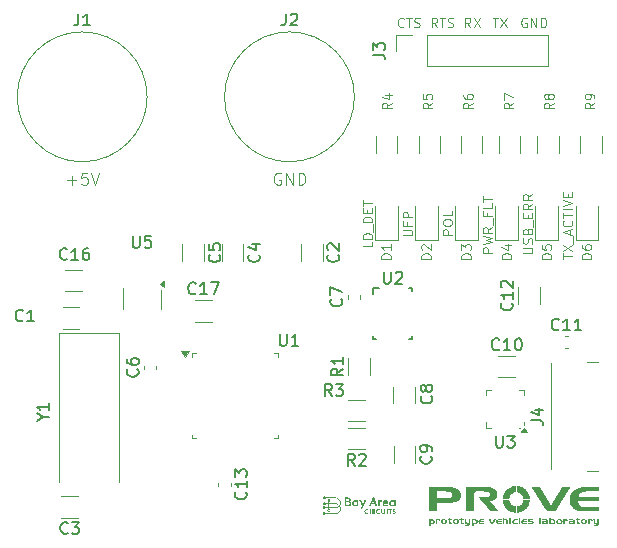
<source format=gbr>
%TF.GenerationSoftware,KiCad,Pcbnew,8.0.4*%
%TF.CreationDate,2024-12-03T19:18:34-08:00*%
%TF.ProjectId,USBC_UART_Dock_Prototype,55534243-5f55-4415-9254-5f446f636b5f,rev?*%
%TF.SameCoordinates,Original*%
%TF.FileFunction,Legend,Top*%
%TF.FilePolarity,Positive*%
%FSLAX46Y46*%
G04 Gerber Fmt 4.6, Leading zero omitted, Abs format (unit mm)*
G04 Created by KiCad (PCBNEW 8.0.4) date 2024-12-03 19:18:34*
%MOMM*%
%LPD*%
G01*
G04 APERTURE LIST*
%ADD10C,0.100000*%
%ADD11C,0.150000*%
%ADD12C,0.000000*%
%ADD13C,0.120000*%
%ADD14C,0.210000*%
%ADD15C,0.170000*%
G04 APERTURE END LIST*
D10*
X157209241Y-60596895D02*
X157666384Y-60596895D01*
X157437812Y-61396895D02*
X157437812Y-60596895D01*
X157856860Y-60596895D02*
X158390194Y-61396895D01*
X158390194Y-60596895D02*
X157856860Y-61396895D01*
X149663408Y-61320704D02*
X149625312Y-61358800D01*
X149625312Y-61358800D02*
X149511027Y-61396895D01*
X149511027Y-61396895D02*
X149434836Y-61396895D01*
X149434836Y-61396895D02*
X149320550Y-61358800D01*
X149320550Y-61358800D02*
X149244360Y-61282609D01*
X149244360Y-61282609D02*
X149206265Y-61206419D01*
X149206265Y-61206419D02*
X149168169Y-61054038D01*
X149168169Y-61054038D02*
X149168169Y-60939752D01*
X149168169Y-60939752D02*
X149206265Y-60787371D01*
X149206265Y-60787371D02*
X149244360Y-60711180D01*
X149244360Y-60711180D02*
X149320550Y-60634990D01*
X149320550Y-60634990D02*
X149434836Y-60596895D01*
X149434836Y-60596895D02*
X149511027Y-60596895D01*
X149511027Y-60596895D02*
X149625312Y-60634990D01*
X149625312Y-60634990D02*
X149663408Y-60673085D01*
X149891979Y-60596895D02*
X150349122Y-60596895D01*
X150120550Y-61396895D02*
X150120550Y-60596895D01*
X150577693Y-61358800D02*
X150691979Y-61396895D01*
X150691979Y-61396895D02*
X150882455Y-61396895D01*
X150882455Y-61396895D02*
X150958646Y-61358800D01*
X150958646Y-61358800D02*
X150996741Y-61320704D01*
X150996741Y-61320704D02*
X151034836Y-61244514D01*
X151034836Y-61244514D02*
X151034836Y-61168323D01*
X151034836Y-61168323D02*
X150996741Y-61092133D01*
X150996741Y-61092133D02*
X150958646Y-61054038D01*
X150958646Y-61054038D02*
X150882455Y-61015942D01*
X150882455Y-61015942D02*
X150730074Y-60977847D01*
X150730074Y-60977847D02*
X150653884Y-60939752D01*
X150653884Y-60939752D02*
X150615789Y-60901657D01*
X150615789Y-60901657D02*
X150577693Y-60825466D01*
X150577693Y-60825466D02*
X150577693Y-60749276D01*
X150577693Y-60749276D02*
X150615789Y-60673085D01*
X150615789Y-60673085D02*
X150653884Y-60634990D01*
X150653884Y-60634990D02*
X150730074Y-60596895D01*
X150730074Y-60596895D02*
X150920551Y-60596895D01*
X150920551Y-60596895D02*
X151034836Y-60634990D01*
X147014895Y-79573809D02*
X147014895Y-79954761D01*
X147014895Y-79954761D02*
X146214895Y-79954761D01*
X147014895Y-79307142D02*
X146214895Y-79307142D01*
X146214895Y-79307142D02*
X146214895Y-79116666D01*
X146214895Y-79116666D02*
X146252990Y-79002380D01*
X146252990Y-79002380D02*
X146329180Y-78926190D01*
X146329180Y-78926190D02*
X146405371Y-78888095D01*
X146405371Y-78888095D02*
X146557752Y-78849999D01*
X146557752Y-78849999D02*
X146672038Y-78849999D01*
X146672038Y-78849999D02*
X146824419Y-78888095D01*
X146824419Y-78888095D02*
X146900609Y-78926190D01*
X146900609Y-78926190D02*
X146976800Y-79002380D01*
X146976800Y-79002380D02*
X147014895Y-79116666D01*
X147014895Y-79116666D02*
X147014895Y-79307142D01*
X147091085Y-78697619D02*
X147091085Y-78088095D01*
X147014895Y-77897618D02*
X146214895Y-77897618D01*
X146214895Y-77897618D02*
X146214895Y-77707142D01*
X146214895Y-77707142D02*
X146252990Y-77592856D01*
X146252990Y-77592856D02*
X146329180Y-77516666D01*
X146329180Y-77516666D02*
X146405371Y-77478571D01*
X146405371Y-77478571D02*
X146557752Y-77440475D01*
X146557752Y-77440475D02*
X146672038Y-77440475D01*
X146672038Y-77440475D02*
X146824419Y-77478571D01*
X146824419Y-77478571D02*
X146900609Y-77516666D01*
X146900609Y-77516666D02*
X146976800Y-77592856D01*
X146976800Y-77592856D02*
X147014895Y-77707142D01*
X147014895Y-77707142D02*
X147014895Y-77897618D01*
X146595847Y-77097618D02*
X146595847Y-76830952D01*
X147014895Y-76716666D02*
X147014895Y-77097618D01*
X147014895Y-77097618D02*
X146214895Y-77097618D01*
X146214895Y-77097618D02*
X146214895Y-76716666D01*
X146214895Y-76488094D02*
X146214895Y-76030951D01*
X147014895Y-76259523D02*
X146214895Y-76259523D01*
X159774895Y-80526190D02*
X160422514Y-80526190D01*
X160422514Y-80526190D02*
X160498704Y-80488095D01*
X160498704Y-80488095D02*
X160536800Y-80450000D01*
X160536800Y-80450000D02*
X160574895Y-80373809D01*
X160574895Y-80373809D02*
X160574895Y-80221428D01*
X160574895Y-80221428D02*
X160536800Y-80145238D01*
X160536800Y-80145238D02*
X160498704Y-80107143D01*
X160498704Y-80107143D02*
X160422514Y-80069047D01*
X160422514Y-80069047D02*
X159774895Y-80069047D01*
X160536800Y-79726191D02*
X160574895Y-79611905D01*
X160574895Y-79611905D02*
X160574895Y-79421429D01*
X160574895Y-79421429D02*
X160536800Y-79345238D01*
X160536800Y-79345238D02*
X160498704Y-79307143D01*
X160498704Y-79307143D02*
X160422514Y-79269048D01*
X160422514Y-79269048D02*
X160346323Y-79269048D01*
X160346323Y-79269048D02*
X160270133Y-79307143D01*
X160270133Y-79307143D02*
X160232038Y-79345238D01*
X160232038Y-79345238D02*
X160193942Y-79421429D01*
X160193942Y-79421429D02*
X160155847Y-79573810D01*
X160155847Y-79573810D02*
X160117752Y-79650000D01*
X160117752Y-79650000D02*
X160079657Y-79688095D01*
X160079657Y-79688095D02*
X160003466Y-79726191D01*
X160003466Y-79726191D02*
X159927276Y-79726191D01*
X159927276Y-79726191D02*
X159851085Y-79688095D01*
X159851085Y-79688095D02*
X159812990Y-79650000D01*
X159812990Y-79650000D02*
X159774895Y-79573810D01*
X159774895Y-79573810D02*
X159774895Y-79383333D01*
X159774895Y-79383333D02*
X159812990Y-79269048D01*
X160155847Y-78659524D02*
X160193942Y-78545238D01*
X160193942Y-78545238D02*
X160232038Y-78507143D01*
X160232038Y-78507143D02*
X160308228Y-78469047D01*
X160308228Y-78469047D02*
X160422514Y-78469047D01*
X160422514Y-78469047D02*
X160498704Y-78507143D01*
X160498704Y-78507143D02*
X160536800Y-78545238D01*
X160536800Y-78545238D02*
X160574895Y-78621428D01*
X160574895Y-78621428D02*
X160574895Y-78926190D01*
X160574895Y-78926190D02*
X159774895Y-78926190D01*
X159774895Y-78926190D02*
X159774895Y-78659524D01*
X159774895Y-78659524D02*
X159812990Y-78583333D01*
X159812990Y-78583333D02*
X159851085Y-78545238D01*
X159851085Y-78545238D02*
X159927276Y-78507143D01*
X159927276Y-78507143D02*
X160003466Y-78507143D01*
X160003466Y-78507143D02*
X160079657Y-78545238D01*
X160079657Y-78545238D02*
X160117752Y-78583333D01*
X160117752Y-78583333D02*
X160155847Y-78659524D01*
X160155847Y-78659524D02*
X160155847Y-78926190D01*
X160651085Y-78316667D02*
X160651085Y-77707143D01*
X160155847Y-77516666D02*
X160155847Y-77250000D01*
X160574895Y-77135714D02*
X160574895Y-77516666D01*
X160574895Y-77516666D02*
X159774895Y-77516666D01*
X159774895Y-77516666D02*
X159774895Y-77135714D01*
X160574895Y-76335713D02*
X160193942Y-76602380D01*
X160574895Y-76792856D02*
X159774895Y-76792856D01*
X159774895Y-76792856D02*
X159774895Y-76488094D01*
X159774895Y-76488094D02*
X159812990Y-76411904D01*
X159812990Y-76411904D02*
X159851085Y-76373809D01*
X159851085Y-76373809D02*
X159927276Y-76335713D01*
X159927276Y-76335713D02*
X160041561Y-76335713D01*
X160041561Y-76335713D02*
X160117752Y-76373809D01*
X160117752Y-76373809D02*
X160155847Y-76411904D01*
X160155847Y-76411904D02*
X160193942Y-76488094D01*
X160193942Y-76488094D02*
X160193942Y-76792856D01*
X160574895Y-75535713D02*
X160193942Y-75802380D01*
X160574895Y-75992856D02*
X159774895Y-75992856D01*
X159774895Y-75992856D02*
X159774895Y-75688094D01*
X159774895Y-75688094D02*
X159812990Y-75611904D01*
X159812990Y-75611904D02*
X159851085Y-75573809D01*
X159851085Y-75573809D02*
X159927276Y-75535713D01*
X159927276Y-75535713D02*
X160041561Y-75535713D01*
X160041561Y-75535713D02*
X160117752Y-75573809D01*
X160117752Y-75573809D02*
X160155847Y-75611904D01*
X160155847Y-75611904D02*
X160193942Y-75688094D01*
X160193942Y-75688094D02*
X160193942Y-75992856D01*
X121180075Y-74341466D02*
X121941980Y-74341466D01*
X121561027Y-74722419D02*
X121561027Y-73960514D01*
X122894360Y-73722419D02*
X122418170Y-73722419D01*
X122418170Y-73722419D02*
X122370551Y-74198609D01*
X122370551Y-74198609D02*
X122418170Y-74150990D01*
X122418170Y-74150990D02*
X122513408Y-74103371D01*
X122513408Y-74103371D02*
X122751503Y-74103371D01*
X122751503Y-74103371D02*
X122846741Y-74150990D01*
X122846741Y-74150990D02*
X122894360Y-74198609D01*
X122894360Y-74198609D02*
X122941979Y-74293847D01*
X122941979Y-74293847D02*
X122941979Y-74531942D01*
X122941979Y-74531942D02*
X122894360Y-74627180D01*
X122894360Y-74627180D02*
X122846741Y-74674800D01*
X122846741Y-74674800D02*
X122751503Y-74722419D01*
X122751503Y-74722419D02*
X122513408Y-74722419D01*
X122513408Y-74722419D02*
X122418170Y-74674800D01*
X122418170Y-74674800D02*
X122370551Y-74627180D01*
X123227694Y-73722419D02*
X123561027Y-74722419D01*
X123561027Y-74722419D02*
X123894360Y-73722419D01*
X152496146Y-61396895D02*
X152229479Y-61015942D01*
X152039003Y-61396895D02*
X152039003Y-60596895D01*
X152039003Y-60596895D02*
X152343765Y-60596895D01*
X152343765Y-60596895D02*
X152419955Y-60634990D01*
X152419955Y-60634990D02*
X152458050Y-60673085D01*
X152458050Y-60673085D02*
X152496146Y-60749276D01*
X152496146Y-60749276D02*
X152496146Y-60863561D01*
X152496146Y-60863561D02*
X152458050Y-60939752D01*
X152458050Y-60939752D02*
X152419955Y-60977847D01*
X152419955Y-60977847D02*
X152343765Y-61015942D01*
X152343765Y-61015942D02*
X152039003Y-61015942D01*
X152724717Y-60596895D02*
X153181860Y-60596895D01*
X152953288Y-61396895D02*
X152953288Y-60596895D01*
X153410431Y-61358800D02*
X153524717Y-61396895D01*
X153524717Y-61396895D02*
X153715193Y-61396895D01*
X153715193Y-61396895D02*
X153791384Y-61358800D01*
X153791384Y-61358800D02*
X153829479Y-61320704D01*
X153829479Y-61320704D02*
X153867574Y-61244514D01*
X153867574Y-61244514D02*
X153867574Y-61168323D01*
X153867574Y-61168323D02*
X153829479Y-61092133D01*
X153829479Y-61092133D02*
X153791384Y-61054038D01*
X153791384Y-61054038D02*
X153715193Y-61015942D01*
X153715193Y-61015942D02*
X153562812Y-60977847D01*
X153562812Y-60977847D02*
X153486622Y-60939752D01*
X153486622Y-60939752D02*
X153448527Y-60901657D01*
X153448527Y-60901657D02*
X153410431Y-60825466D01*
X153410431Y-60825466D02*
X153410431Y-60749276D01*
X153410431Y-60749276D02*
X153448527Y-60673085D01*
X153448527Y-60673085D02*
X153486622Y-60634990D01*
X153486622Y-60634990D02*
X153562812Y-60596895D01*
X153562812Y-60596895D02*
X153753289Y-60596895D01*
X153753289Y-60596895D02*
X153867574Y-60634990D01*
X149604895Y-79021427D02*
X150252514Y-79021427D01*
X150252514Y-79021427D02*
X150328704Y-78983332D01*
X150328704Y-78983332D02*
X150366800Y-78945237D01*
X150366800Y-78945237D02*
X150404895Y-78869046D01*
X150404895Y-78869046D02*
X150404895Y-78716665D01*
X150404895Y-78716665D02*
X150366800Y-78640475D01*
X150366800Y-78640475D02*
X150328704Y-78602380D01*
X150328704Y-78602380D02*
X150252514Y-78564284D01*
X150252514Y-78564284D02*
X149604895Y-78564284D01*
X149985847Y-77916666D02*
X149985847Y-78183332D01*
X150404895Y-78183332D02*
X149604895Y-78183332D01*
X149604895Y-78183332D02*
X149604895Y-77802380D01*
X150404895Y-77497618D02*
X149604895Y-77497618D01*
X149604895Y-77497618D02*
X149604895Y-77192856D01*
X149604895Y-77192856D02*
X149642990Y-77116666D01*
X149642990Y-77116666D02*
X149681085Y-77078571D01*
X149681085Y-77078571D02*
X149757276Y-77040475D01*
X149757276Y-77040475D02*
X149871561Y-77040475D01*
X149871561Y-77040475D02*
X149947752Y-77078571D01*
X149947752Y-77078571D02*
X149985847Y-77116666D01*
X149985847Y-77116666D02*
X150023942Y-77192856D01*
X150023942Y-77192856D02*
X150023942Y-77497618D01*
X153794895Y-78952380D02*
X152994895Y-78952380D01*
X152994895Y-78952380D02*
X152994895Y-78647618D01*
X152994895Y-78647618D02*
X153032990Y-78571428D01*
X153032990Y-78571428D02*
X153071085Y-78533333D01*
X153071085Y-78533333D02*
X153147276Y-78495237D01*
X153147276Y-78495237D02*
X153261561Y-78495237D01*
X153261561Y-78495237D02*
X153337752Y-78533333D01*
X153337752Y-78533333D02*
X153375847Y-78571428D01*
X153375847Y-78571428D02*
X153413942Y-78647618D01*
X153413942Y-78647618D02*
X153413942Y-78952380D01*
X152994895Y-77999999D02*
X152994895Y-77847618D01*
X152994895Y-77847618D02*
X153032990Y-77771428D01*
X153032990Y-77771428D02*
X153109180Y-77695237D01*
X153109180Y-77695237D02*
X153261561Y-77657142D01*
X153261561Y-77657142D02*
X153528228Y-77657142D01*
X153528228Y-77657142D02*
X153680609Y-77695237D01*
X153680609Y-77695237D02*
X153756800Y-77771428D01*
X153756800Y-77771428D02*
X153794895Y-77847618D01*
X153794895Y-77847618D02*
X153794895Y-77999999D01*
X153794895Y-77999999D02*
X153756800Y-78076190D01*
X153756800Y-78076190D02*
X153680609Y-78152380D01*
X153680609Y-78152380D02*
X153528228Y-78190476D01*
X153528228Y-78190476D02*
X153261561Y-78190476D01*
X153261561Y-78190476D02*
X153109180Y-78152380D01*
X153109180Y-78152380D02*
X153032990Y-78076190D01*
X153032990Y-78076190D02*
X152994895Y-77999999D01*
X153794895Y-76933333D02*
X153794895Y-77314285D01*
X153794895Y-77314285D02*
X152994895Y-77314285D01*
X163164895Y-81007142D02*
X163164895Y-80549999D01*
X163964895Y-80778571D02*
X163164895Y-80778571D01*
X163164895Y-80359523D02*
X163964895Y-79826189D01*
X163164895Y-79826189D02*
X163964895Y-80359523D01*
X164041085Y-79711904D02*
X164041085Y-79102380D01*
X163736323Y-78949999D02*
X163736323Y-78569046D01*
X163964895Y-79026189D02*
X163164895Y-78759522D01*
X163164895Y-78759522D02*
X163964895Y-78492856D01*
X163888704Y-77769046D02*
X163926800Y-77807142D01*
X163926800Y-77807142D02*
X163964895Y-77921427D01*
X163964895Y-77921427D02*
X163964895Y-77997618D01*
X163964895Y-77997618D02*
X163926800Y-78111904D01*
X163926800Y-78111904D02*
X163850609Y-78188094D01*
X163850609Y-78188094D02*
X163774419Y-78226189D01*
X163774419Y-78226189D02*
X163622038Y-78264285D01*
X163622038Y-78264285D02*
X163507752Y-78264285D01*
X163507752Y-78264285D02*
X163355371Y-78226189D01*
X163355371Y-78226189D02*
X163279180Y-78188094D01*
X163279180Y-78188094D02*
X163202990Y-78111904D01*
X163202990Y-78111904D02*
X163164895Y-77997618D01*
X163164895Y-77997618D02*
X163164895Y-77921427D01*
X163164895Y-77921427D02*
X163202990Y-77807142D01*
X163202990Y-77807142D02*
X163241085Y-77769046D01*
X163164895Y-77540475D02*
X163164895Y-77083332D01*
X163964895Y-77311904D02*
X163164895Y-77311904D01*
X163964895Y-76816665D02*
X163164895Y-76816665D01*
X163164895Y-76549999D02*
X163964895Y-76283332D01*
X163964895Y-76283332D02*
X163164895Y-76016666D01*
X163545847Y-75749999D02*
X163545847Y-75483333D01*
X163964895Y-75369047D02*
X163964895Y-75749999D01*
X163964895Y-75749999D02*
X163164895Y-75749999D01*
X163164895Y-75749999D02*
X163164895Y-75369047D01*
X139253884Y-73770038D02*
X139158646Y-73722419D01*
X139158646Y-73722419D02*
X139015789Y-73722419D01*
X139015789Y-73722419D02*
X138872932Y-73770038D01*
X138872932Y-73770038D02*
X138777694Y-73865276D01*
X138777694Y-73865276D02*
X138730075Y-73960514D01*
X138730075Y-73960514D02*
X138682456Y-74150990D01*
X138682456Y-74150990D02*
X138682456Y-74293847D01*
X138682456Y-74293847D02*
X138730075Y-74484323D01*
X138730075Y-74484323D02*
X138777694Y-74579561D01*
X138777694Y-74579561D02*
X138872932Y-74674800D01*
X138872932Y-74674800D02*
X139015789Y-74722419D01*
X139015789Y-74722419D02*
X139111027Y-74722419D01*
X139111027Y-74722419D02*
X139253884Y-74674800D01*
X139253884Y-74674800D02*
X139301503Y-74627180D01*
X139301503Y-74627180D02*
X139301503Y-74293847D01*
X139301503Y-74293847D02*
X139111027Y-74293847D01*
X139730075Y-74722419D02*
X139730075Y-73722419D01*
X139730075Y-73722419D02*
X140301503Y-74722419D01*
X140301503Y-74722419D02*
X140301503Y-73722419D01*
X140777694Y-74722419D02*
X140777694Y-73722419D01*
X140777694Y-73722419D02*
X141015789Y-73722419D01*
X141015789Y-73722419D02*
X141158646Y-73770038D01*
X141158646Y-73770038D02*
X141253884Y-73865276D01*
X141253884Y-73865276D02*
X141301503Y-73960514D01*
X141301503Y-73960514D02*
X141349122Y-74150990D01*
X141349122Y-74150990D02*
X141349122Y-74293847D01*
X141349122Y-74293847D02*
X141301503Y-74484323D01*
X141301503Y-74484323D02*
X141253884Y-74579561D01*
X141253884Y-74579561D02*
X141158646Y-74674800D01*
X141158646Y-74674800D02*
X141015789Y-74722419D01*
X141015789Y-74722419D02*
X140777694Y-74722419D01*
X157184895Y-80492856D02*
X156384895Y-80492856D01*
X156384895Y-80492856D02*
X156384895Y-80188094D01*
X156384895Y-80188094D02*
X156422990Y-80111904D01*
X156422990Y-80111904D02*
X156461085Y-80073809D01*
X156461085Y-80073809D02*
X156537276Y-80035713D01*
X156537276Y-80035713D02*
X156651561Y-80035713D01*
X156651561Y-80035713D02*
X156727752Y-80073809D01*
X156727752Y-80073809D02*
X156765847Y-80111904D01*
X156765847Y-80111904D02*
X156803942Y-80188094D01*
X156803942Y-80188094D02*
X156803942Y-80492856D01*
X156384895Y-79769047D02*
X157184895Y-79578571D01*
X157184895Y-79578571D02*
X156613466Y-79426190D01*
X156613466Y-79426190D02*
X157184895Y-79273809D01*
X157184895Y-79273809D02*
X156384895Y-79083333D01*
X157184895Y-78321427D02*
X156803942Y-78588094D01*
X157184895Y-78778570D02*
X156384895Y-78778570D01*
X156384895Y-78778570D02*
X156384895Y-78473808D01*
X156384895Y-78473808D02*
X156422990Y-78397618D01*
X156422990Y-78397618D02*
X156461085Y-78359523D01*
X156461085Y-78359523D02*
X156537276Y-78321427D01*
X156537276Y-78321427D02*
X156651561Y-78321427D01*
X156651561Y-78321427D02*
X156727752Y-78359523D01*
X156727752Y-78359523D02*
X156765847Y-78397618D01*
X156765847Y-78397618D02*
X156803942Y-78473808D01*
X156803942Y-78473808D02*
X156803942Y-78778570D01*
X157261085Y-78169047D02*
X157261085Y-77559523D01*
X156765847Y-77102380D02*
X156765847Y-77369046D01*
X157184895Y-77369046D02*
X156384895Y-77369046D01*
X156384895Y-77369046D02*
X156384895Y-76988094D01*
X157184895Y-76302380D02*
X157184895Y-76683332D01*
X157184895Y-76683332D02*
X156384895Y-76683332D01*
X156384895Y-76149999D02*
X156384895Y-75692856D01*
X157184895Y-75921428D02*
X156384895Y-75921428D01*
X155328884Y-61396895D02*
X155062217Y-61015942D01*
X154871741Y-61396895D02*
X154871741Y-60596895D01*
X154871741Y-60596895D02*
X155176503Y-60596895D01*
X155176503Y-60596895D02*
X155252693Y-60634990D01*
X155252693Y-60634990D02*
X155290788Y-60673085D01*
X155290788Y-60673085D02*
X155328884Y-60749276D01*
X155328884Y-60749276D02*
X155328884Y-60863561D01*
X155328884Y-60863561D02*
X155290788Y-60939752D01*
X155290788Y-60939752D02*
X155252693Y-60977847D01*
X155252693Y-60977847D02*
X155176503Y-61015942D01*
X155176503Y-61015942D02*
X154871741Y-61015942D01*
X155595550Y-60596895D02*
X156128884Y-61396895D01*
X156128884Y-60596895D02*
X155595550Y-61396895D01*
X160075312Y-60634990D02*
X159999122Y-60596895D01*
X159999122Y-60596895D02*
X159884836Y-60596895D01*
X159884836Y-60596895D02*
X159770550Y-60634990D01*
X159770550Y-60634990D02*
X159694360Y-60711180D01*
X159694360Y-60711180D02*
X159656265Y-60787371D01*
X159656265Y-60787371D02*
X159618169Y-60939752D01*
X159618169Y-60939752D02*
X159618169Y-61054038D01*
X159618169Y-61054038D02*
X159656265Y-61206419D01*
X159656265Y-61206419D02*
X159694360Y-61282609D01*
X159694360Y-61282609D02*
X159770550Y-61358800D01*
X159770550Y-61358800D02*
X159884836Y-61396895D01*
X159884836Y-61396895D02*
X159961027Y-61396895D01*
X159961027Y-61396895D02*
X160075312Y-61358800D01*
X160075312Y-61358800D02*
X160113408Y-61320704D01*
X160113408Y-61320704D02*
X160113408Y-61054038D01*
X160113408Y-61054038D02*
X159961027Y-61054038D01*
X160456265Y-61396895D02*
X160456265Y-60596895D01*
X160456265Y-60596895D02*
X160913408Y-61396895D01*
X160913408Y-61396895D02*
X160913408Y-60596895D01*
X161294360Y-61396895D02*
X161294360Y-60596895D01*
X161294360Y-60596895D02*
X161484836Y-60596895D01*
X161484836Y-60596895D02*
X161599122Y-60634990D01*
X161599122Y-60634990D02*
X161675312Y-60711180D01*
X161675312Y-60711180D02*
X161713407Y-60787371D01*
X161713407Y-60787371D02*
X161751503Y-60939752D01*
X161751503Y-60939752D02*
X161751503Y-61054038D01*
X161751503Y-61054038D02*
X161713407Y-61206419D01*
X161713407Y-61206419D02*
X161675312Y-61282609D01*
X161675312Y-61282609D02*
X161599122Y-61358800D01*
X161599122Y-61358800D02*
X161484836Y-61396895D01*
X161484836Y-61396895D02*
X161294360Y-61396895D01*
X162384895Y-67783332D02*
X162003942Y-68049999D01*
X162384895Y-68240475D02*
X161584895Y-68240475D01*
X161584895Y-68240475D02*
X161584895Y-67935713D01*
X161584895Y-67935713D02*
X161622990Y-67859523D01*
X161622990Y-67859523D02*
X161661085Y-67821428D01*
X161661085Y-67821428D02*
X161737276Y-67783332D01*
X161737276Y-67783332D02*
X161851561Y-67783332D01*
X161851561Y-67783332D02*
X161927752Y-67821428D01*
X161927752Y-67821428D02*
X161965847Y-67859523D01*
X161965847Y-67859523D02*
X162003942Y-67935713D01*
X162003942Y-67935713D02*
X162003942Y-68240475D01*
X161927752Y-67326190D02*
X161889657Y-67402380D01*
X161889657Y-67402380D02*
X161851561Y-67440475D01*
X161851561Y-67440475D02*
X161775371Y-67478571D01*
X161775371Y-67478571D02*
X161737276Y-67478571D01*
X161737276Y-67478571D02*
X161661085Y-67440475D01*
X161661085Y-67440475D02*
X161622990Y-67402380D01*
X161622990Y-67402380D02*
X161584895Y-67326190D01*
X161584895Y-67326190D02*
X161584895Y-67173809D01*
X161584895Y-67173809D02*
X161622990Y-67097618D01*
X161622990Y-67097618D02*
X161661085Y-67059523D01*
X161661085Y-67059523D02*
X161737276Y-67021428D01*
X161737276Y-67021428D02*
X161775371Y-67021428D01*
X161775371Y-67021428D02*
X161851561Y-67059523D01*
X161851561Y-67059523D02*
X161889657Y-67097618D01*
X161889657Y-67097618D02*
X161927752Y-67173809D01*
X161927752Y-67173809D02*
X161927752Y-67326190D01*
X161927752Y-67326190D02*
X161965847Y-67402380D01*
X161965847Y-67402380D02*
X162003942Y-67440475D01*
X162003942Y-67440475D02*
X162080133Y-67478571D01*
X162080133Y-67478571D02*
X162232514Y-67478571D01*
X162232514Y-67478571D02*
X162308704Y-67440475D01*
X162308704Y-67440475D02*
X162346800Y-67402380D01*
X162346800Y-67402380D02*
X162384895Y-67326190D01*
X162384895Y-67326190D02*
X162384895Y-67173809D01*
X162384895Y-67173809D02*
X162346800Y-67097618D01*
X162346800Y-67097618D02*
X162308704Y-67059523D01*
X162308704Y-67059523D02*
X162232514Y-67021428D01*
X162232514Y-67021428D02*
X162080133Y-67021428D01*
X162080133Y-67021428D02*
X162003942Y-67059523D01*
X162003942Y-67059523D02*
X161965847Y-67097618D01*
X161965847Y-67097618D02*
X161927752Y-67173809D01*
D11*
X126738095Y-79054819D02*
X126738095Y-79864342D01*
X126738095Y-79864342D02*
X126785714Y-79959580D01*
X126785714Y-79959580D02*
X126833333Y-80007200D01*
X126833333Y-80007200D02*
X126928571Y-80054819D01*
X126928571Y-80054819D02*
X127119047Y-80054819D01*
X127119047Y-80054819D02*
X127214285Y-80007200D01*
X127214285Y-80007200D02*
X127261904Y-79959580D01*
X127261904Y-79959580D02*
X127309523Y-79864342D01*
X127309523Y-79864342D02*
X127309523Y-79054819D01*
X128261904Y-79054819D02*
X127785714Y-79054819D01*
X127785714Y-79054819D02*
X127738095Y-79531009D01*
X127738095Y-79531009D02*
X127785714Y-79483390D01*
X127785714Y-79483390D02*
X127880952Y-79435771D01*
X127880952Y-79435771D02*
X128119047Y-79435771D01*
X128119047Y-79435771D02*
X128214285Y-79483390D01*
X128214285Y-79483390D02*
X128261904Y-79531009D01*
X128261904Y-79531009D02*
X128309523Y-79626247D01*
X128309523Y-79626247D02*
X128309523Y-79864342D01*
X128309523Y-79864342D02*
X128261904Y-79959580D01*
X128261904Y-79959580D02*
X128214285Y-80007200D01*
X128214285Y-80007200D02*
X128119047Y-80054819D01*
X128119047Y-80054819D02*
X127880952Y-80054819D01*
X127880952Y-80054819D02*
X127785714Y-80007200D01*
X127785714Y-80007200D02*
X127738095Y-79959580D01*
X157757142Y-88647080D02*
X157709523Y-88694700D01*
X157709523Y-88694700D02*
X157566666Y-88742319D01*
X157566666Y-88742319D02*
X157471428Y-88742319D01*
X157471428Y-88742319D02*
X157328571Y-88694700D01*
X157328571Y-88694700D02*
X157233333Y-88599461D01*
X157233333Y-88599461D02*
X157185714Y-88504223D01*
X157185714Y-88504223D02*
X157138095Y-88313747D01*
X157138095Y-88313747D02*
X157138095Y-88170890D01*
X157138095Y-88170890D02*
X157185714Y-87980414D01*
X157185714Y-87980414D02*
X157233333Y-87885176D01*
X157233333Y-87885176D02*
X157328571Y-87789938D01*
X157328571Y-87789938D02*
X157471428Y-87742319D01*
X157471428Y-87742319D02*
X157566666Y-87742319D01*
X157566666Y-87742319D02*
X157709523Y-87789938D01*
X157709523Y-87789938D02*
X157757142Y-87837557D01*
X158709523Y-88742319D02*
X158138095Y-88742319D01*
X158423809Y-88742319D02*
X158423809Y-87742319D01*
X158423809Y-87742319D02*
X158328571Y-87885176D01*
X158328571Y-87885176D02*
X158233333Y-87980414D01*
X158233333Y-87980414D02*
X158138095Y-88028033D01*
X159328571Y-87742319D02*
X159423809Y-87742319D01*
X159423809Y-87742319D02*
X159519047Y-87789938D01*
X159519047Y-87789938D02*
X159566666Y-87837557D01*
X159566666Y-87837557D02*
X159614285Y-87932795D01*
X159614285Y-87932795D02*
X159661904Y-88123271D01*
X159661904Y-88123271D02*
X159661904Y-88361366D01*
X159661904Y-88361366D02*
X159614285Y-88551842D01*
X159614285Y-88551842D02*
X159566666Y-88647080D01*
X159566666Y-88647080D02*
X159519047Y-88694700D01*
X159519047Y-88694700D02*
X159423809Y-88742319D01*
X159423809Y-88742319D02*
X159328571Y-88742319D01*
X159328571Y-88742319D02*
X159233333Y-88694700D01*
X159233333Y-88694700D02*
X159185714Y-88647080D01*
X159185714Y-88647080D02*
X159138095Y-88551842D01*
X159138095Y-88551842D02*
X159090476Y-88361366D01*
X159090476Y-88361366D02*
X159090476Y-88123271D01*
X159090476Y-88123271D02*
X159138095Y-87932795D01*
X159138095Y-87932795D02*
X159185714Y-87837557D01*
X159185714Y-87837557D02*
X159233333Y-87789938D01*
X159233333Y-87789938D02*
X159328571Y-87742319D01*
X152009580Y-92616666D02*
X152057200Y-92664285D01*
X152057200Y-92664285D02*
X152104819Y-92807142D01*
X152104819Y-92807142D02*
X152104819Y-92902380D01*
X152104819Y-92902380D02*
X152057200Y-93045237D01*
X152057200Y-93045237D02*
X151961961Y-93140475D01*
X151961961Y-93140475D02*
X151866723Y-93188094D01*
X151866723Y-93188094D02*
X151676247Y-93235713D01*
X151676247Y-93235713D02*
X151533390Y-93235713D01*
X151533390Y-93235713D02*
X151342914Y-93188094D01*
X151342914Y-93188094D02*
X151247676Y-93140475D01*
X151247676Y-93140475D02*
X151152438Y-93045237D01*
X151152438Y-93045237D02*
X151104819Y-92902380D01*
X151104819Y-92902380D02*
X151104819Y-92807142D01*
X151104819Y-92807142D02*
X151152438Y-92664285D01*
X151152438Y-92664285D02*
X151200057Y-92616666D01*
X151533390Y-92045237D02*
X151485771Y-92140475D01*
X151485771Y-92140475D02*
X151438152Y-92188094D01*
X151438152Y-92188094D02*
X151342914Y-92235713D01*
X151342914Y-92235713D02*
X151295295Y-92235713D01*
X151295295Y-92235713D02*
X151200057Y-92188094D01*
X151200057Y-92188094D02*
X151152438Y-92140475D01*
X151152438Y-92140475D02*
X151104819Y-92045237D01*
X151104819Y-92045237D02*
X151104819Y-91854761D01*
X151104819Y-91854761D02*
X151152438Y-91759523D01*
X151152438Y-91759523D02*
X151200057Y-91711904D01*
X151200057Y-91711904D02*
X151295295Y-91664285D01*
X151295295Y-91664285D02*
X151342914Y-91664285D01*
X151342914Y-91664285D02*
X151438152Y-91711904D01*
X151438152Y-91711904D02*
X151485771Y-91759523D01*
X151485771Y-91759523D02*
X151533390Y-91854761D01*
X151533390Y-91854761D02*
X151533390Y-92045237D01*
X151533390Y-92045237D02*
X151581009Y-92140475D01*
X151581009Y-92140475D02*
X151628628Y-92188094D01*
X151628628Y-92188094D02*
X151723866Y-92235713D01*
X151723866Y-92235713D02*
X151914342Y-92235713D01*
X151914342Y-92235713D02*
X152009580Y-92188094D01*
X152009580Y-92188094D02*
X152057200Y-92140475D01*
X152057200Y-92140475D02*
X152104819Y-92045237D01*
X152104819Y-92045237D02*
X152104819Y-91854761D01*
X152104819Y-91854761D02*
X152057200Y-91759523D01*
X152057200Y-91759523D02*
X152009580Y-91711904D01*
X152009580Y-91711904D02*
X151914342Y-91664285D01*
X151914342Y-91664285D02*
X151723866Y-91664285D01*
X151723866Y-91664285D02*
X151628628Y-91711904D01*
X151628628Y-91711904D02*
X151581009Y-91759523D01*
X151581009Y-91759523D02*
X151533390Y-91854761D01*
X137409580Y-80641666D02*
X137457200Y-80689285D01*
X137457200Y-80689285D02*
X137504819Y-80832142D01*
X137504819Y-80832142D02*
X137504819Y-80927380D01*
X137504819Y-80927380D02*
X137457200Y-81070237D01*
X137457200Y-81070237D02*
X137361961Y-81165475D01*
X137361961Y-81165475D02*
X137266723Y-81213094D01*
X137266723Y-81213094D02*
X137076247Y-81260713D01*
X137076247Y-81260713D02*
X136933390Y-81260713D01*
X136933390Y-81260713D02*
X136742914Y-81213094D01*
X136742914Y-81213094D02*
X136647676Y-81165475D01*
X136647676Y-81165475D02*
X136552438Y-81070237D01*
X136552438Y-81070237D02*
X136504819Y-80927380D01*
X136504819Y-80927380D02*
X136504819Y-80832142D01*
X136504819Y-80832142D02*
X136552438Y-80689285D01*
X136552438Y-80689285D02*
X136600057Y-80641666D01*
X136838152Y-79784523D02*
X137504819Y-79784523D01*
X136457200Y-80022618D02*
X137171485Y-80260713D01*
X137171485Y-80260713D02*
X137171485Y-79641666D01*
X122116666Y-60242319D02*
X122116666Y-60956604D01*
X122116666Y-60956604D02*
X122069047Y-61099461D01*
X122069047Y-61099461D02*
X121973809Y-61194700D01*
X121973809Y-61194700D02*
X121830952Y-61242319D01*
X121830952Y-61242319D02*
X121735714Y-61242319D01*
X123116666Y-61242319D02*
X122545238Y-61242319D01*
X122830952Y-61242319D02*
X122830952Y-60242319D01*
X122830952Y-60242319D02*
X122735714Y-60385176D01*
X122735714Y-60385176D02*
X122640476Y-60480414D01*
X122640476Y-60480414D02*
X122545238Y-60528033D01*
X160479819Y-94670833D02*
X161194104Y-94670833D01*
X161194104Y-94670833D02*
X161336961Y-94718452D01*
X161336961Y-94718452D02*
X161432200Y-94813690D01*
X161432200Y-94813690D02*
X161479819Y-94956547D01*
X161479819Y-94956547D02*
X161479819Y-95051785D01*
X160813152Y-93766071D02*
X161479819Y-93766071D01*
X160432200Y-94004166D02*
X161146485Y-94242261D01*
X161146485Y-94242261D02*
X161146485Y-93623214D01*
X117433333Y-86209580D02*
X117385714Y-86257200D01*
X117385714Y-86257200D02*
X117242857Y-86304819D01*
X117242857Y-86304819D02*
X117147619Y-86304819D01*
X117147619Y-86304819D02*
X117004762Y-86257200D01*
X117004762Y-86257200D02*
X116909524Y-86161961D01*
X116909524Y-86161961D02*
X116861905Y-86066723D01*
X116861905Y-86066723D02*
X116814286Y-85876247D01*
X116814286Y-85876247D02*
X116814286Y-85733390D01*
X116814286Y-85733390D02*
X116861905Y-85542914D01*
X116861905Y-85542914D02*
X116909524Y-85447676D01*
X116909524Y-85447676D02*
X117004762Y-85352438D01*
X117004762Y-85352438D02*
X117147619Y-85304819D01*
X117147619Y-85304819D02*
X117242857Y-85304819D01*
X117242857Y-85304819D02*
X117385714Y-85352438D01*
X117385714Y-85352438D02*
X117433333Y-85400057D01*
X118385714Y-86304819D02*
X117814286Y-86304819D01*
X118100000Y-86304819D02*
X118100000Y-85304819D01*
X118100000Y-85304819D02*
X118004762Y-85447676D01*
X118004762Y-85447676D02*
X117909524Y-85542914D01*
X117909524Y-85542914D02*
X117814286Y-85590533D01*
D10*
X158756895Y-80990475D02*
X157956895Y-80990475D01*
X157956895Y-80990475D02*
X157956895Y-80799999D01*
X157956895Y-80799999D02*
X157994990Y-80685713D01*
X157994990Y-80685713D02*
X158071180Y-80609523D01*
X158071180Y-80609523D02*
X158147371Y-80571428D01*
X158147371Y-80571428D02*
X158299752Y-80533332D01*
X158299752Y-80533332D02*
X158414038Y-80533332D01*
X158414038Y-80533332D02*
X158566419Y-80571428D01*
X158566419Y-80571428D02*
X158642609Y-80609523D01*
X158642609Y-80609523D02*
X158718800Y-80685713D01*
X158718800Y-80685713D02*
X158756895Y-80799999D01*
X158756895Y-80799999D02*
X158756895Y-80990475D01*
X158223561Y-79847618D02*
X158756895Y-79847618D01*
X157918800Y-80038094D02*
X158490228Y-80228571D01*
X158490228Y-80228571D02*
X158490228Y-79733332D01*
D11*
X151959580Y-97716666D02*
X152007200Y-97764285D01*
X152007200Y-97764285D02*
X152054819Y-97907142D01*
X152054819Y-97907142D02*
X152054819Y-98002380D01*
X152054819Y-98002380D02*
X152007200Y-98145237D01*
X152007200Y-98145237D02*
X151911961Y-98240475D01*
X151911961Y-98240475D02*
X151816723Y-98288094D01*
X151816723Y-98288094D02*
X151626247Y-98335713D01*
X151626247Y-98335713D02*
X151483390Y-98335713D01*
X151483390Y-98335713D02*
X151292914Y-98288094D01*
X151292914Y-98288094D02*
X151197676Y-98240475D01*
X151197676Y-98240475D02*
X151102438Y-98145237D01*
X151102438Y-98145237D02*
X151054819Y-98002380D01*
X151054819Y-98002380D02*
X151054819Y-97907142D01*
X151054819Y-97907142D02*
X151102438Y-97764285D01*
X151102438Y-97764285D02*
X151150057Y-97716666D01*
X152054819Y-97240475D02*
X152054819Y-97049999D01*
X152054819Y-97049999D02*
X152007200Y-96954761D01*
X152007200Y-96954761D02*
X151959580Y-96907142D01*
X151959580Y-96907142D02*
X151816723Y-96811904D01*
X151816723Y-96811904D02*
X151626247Y-96764285D01*
X151626247Y-96764285D02*
X151245295Y-96764285D01*
X151245295Y-96764285D02*
X151150057Y-96811904D01*
X151150057Y-96811904D02*
X151102438Y-96859523D01*
X151102438Y-96859523D02*
X151054819Y-96954761D01*
X151054819Y-96954761D02*
X151054819Y-97145237D01*
X151054819Y-97145237D02*
X151102438Y-97240475D01*
X151102438Y-97240475D02*
X151150057Y-97288094D01*
X151150057Y-97288094D02*
X151245295Y-97335713D01*
X151245295Y-97335713D02*
X151483390Y-97335713D01*
X151483390Y-97335713D02*
X151578628Y-97288094D01*
X151578628Y-97288094D02*
X151626247Y-97240475D01*
X151626247Y-97240475D02*
X151673866Y-97145237D01*
X151673866Y-97145237D02*
X151673866Y-96954761D01*
X151673866Y-96954761D02*
X151626247Y-96859523D01*
X151626247Y-96859523D02*
X151578628Y-96811904D01*
X151578628Y-96811904D02*
X151483390Y-96764285D01*
D10*
X158954895Y-67783332D02*
X158573942Y-68049999D01*
X158954895Y-68240475D02*
X158154895Y-68240475D01*
X158154895Y-68240475D02*
X158154895Y-67935713D01*
X158154895Y-67935713D02*
X158192990Y-67859523D01*
X158192990Y-67859523D02*
X158231085Y-67821428D01*
X158231085Y-67821428D02*
X158307276Y-67783332D01*
X158307276Y-67783332D02*
X158421561Y-67783332D01*
X158421561Y-67783332D02*
X158497752Y-67821428D01*
X158497752Y-67821428D02*
X158535847Y-67859523D01*
X158535847Y-67859523D02*
X158573942Y-67935713D01*
X158573942Y-67935713D02*
X158573942Y-68240475D01*
X158154895Y-67516666D02*
X158154895Y-66983332D01*
X158154895Y-66983332D02*
X158954895Y-67326190D01*
X152094895Y-67783332D02*
X151713942Y-68049999D01*
X152094895Y-68240475D02*
X151294895Y-68240475D01*
X151294895Y-68240475D02*
X151294895Y-67935713D01*
X151294895Y-67935713D02*
X151332990Y-67859523D01*
X151332990Y-67859523D02*
X151371085Y-67821428D01*
X151371085Y-67821428D02*
X151447276Y-67783332D01*
X151447276Y-67783332D02*
X151561561Y-67783332D01*
X151561561Y-67783332D02*
X151637752Y-67821428D01*
X151637752Y-67821428D02*
X151675847Y-67859523D01*
X151675847Y-67859523D02*
X151713942Y-67935713D01*
X151713942Y-67935713D02*
X151713942Y-68240475D01*
X151294895Y-67059523D02*
X151294895Y-67440475D01*
X151294895Y-67440475D02*
X151675847Y-67478571D01*
X151675847Y-67478571D02*
X151637752Y-67440475D01*
X151637752Y-67440475D02*
X151599657Y-67364285D01*
X151599657Y-67364285D02*
X151599657Y-67173809D01*
X151599657Y-67173809D02*
X151637752Y-67097618D01*
X151637752Y-67097618D02*
X151675847Y-67059523D01*
X151675847Y-67059523D02*
X151752038Y-67021428D01*
X151752038Y-67021428D02*
X151942514Y-67021428D01*
X151942514Y-67021428D02*
X152018704Y-67059523D01*
X152018704Y-67059523D02*
X152056800Y-67097618D01*
X152056800Y-67097618D02*
X152094895Y-67173809D01*
X152094895Y-67173809D02*
X152094895Y-67364285D01*
X152094895Y-67364285D02*
X152056800Y-67440475D01*
X152056800Y-67440475D02*
X152018704Y-67478571D01*
D11*
X139666666Y-60242319D02*
X139666666Y-60956604D01*
X139666666Y-60956604D02*
X139619047Y-61099461D01*
X139619047Y-61099461D02*
X139523809Y-61194700D01*
X139523809Y-61194700D02*
X139380952Y-61242319D01*
X139380952Y-61242319D02*
X139285714Y-61242319D01*
X140095238Y-60337557D02*
X140142857Y-60289938D01*
X140142857Y-60289938D02*
X140238095Y-60242319D01*
X140238095Y-60242319D02*
X140476190Y-60242319D01*
X140476190Y-60242319D02*
X140571428Y-60289938D01*
X140571428Y-60289938D02*
X140619047Y-60337557D01*
X140619047Y-60337557D02*
X140666666Y-60432795D01*
X140666666Y-60432795D02*
X140666666Y-60528033D01*
X140666666Y-60528033D02*
X140619047Y-60670890D01*
X140619047Y-60670890D02*
X140047619Y-61242319D01*
X140047619Y-61242319D02*
X140666666Y-61242319D01*
D10*
X148664895Y-67783332D02*
X148283942Y-68049999D01*
X148664895Y-68240475D02*
X147864895Y-68240475D01*
X147864895Y-68240475D02*
X147864895Y-67935713D01*
X147864895Y-67935713D02*
X147902990Y-67859523D01*
X147902990Y-67859523D02*
X147941085Y-67821428D01*
X147941085Y-67821428D02*
X148017276Y-67783332D01*
X148017276Y-67783332D02*
X148131561Y-67783332D01*
X148131561Y-67783332D02*
X148207752Y-67821428D01*
X148207752Y-67821428D02*
X148245847Y-67859523D01*
X148245847Y-67859523D02*
X148283942Y-67935713D01*
X148283942Y-67935713D02*
X148283942Y-68240475D01*
X148131561Y-67097618D02*
X148664895Y-67097618D01*
X147826800Y-67288094D02*
X148398228Y-67478571D01*
X148398228Y-67478571D02*
X148398228Y-66983332D01*
X155524895Y-67783332D02*
X155143942Y-68049999D01*
X155524895Y-68240475D02*
X154724895Y-68240475D01*
X154724895Y-68240475D02*
X154724895Y-67935713D01*
X154724895Y-67935713D02*
X154762990Y-67859523D01*
X154762990Y-67859523D02*
X154801085Y-67821428D01*
X154801085Y-67821428D02*
X154877276Y-67783332D01*
X154877276Y-67783332D02*
X154991561Y-67783332D01*
X154991561Y-67783332D02*
X155067752Y-67821428D01*
X155067752Y-67821428D02*
X155105847Y-67859523D01*
X155105847Y-67859523D02*
X155143942Y-67935713D01*
X155143942Y-67935713D02*
X155143942Y-68240475D01*
X154724895Y-67097618D02*
X154724895Y-67249999D01*
X154724895Y-67249999D02*
X154762990Y-67326190D01*
X154762990Y-67326190D02*
X154801085Y-67364285D01*
X154801085Y-67364285D02*
X154915371Y-67440475D01*
X154915371Y-67440475D02*
X155067752Y-67478571D01*
X155067752Y-67478571D02*
X155372514Y-67478571D01*
X155372514Y-67478571D02*
X155448704Y-67440475D01*
X155448704Y-67440475D02*
X155486800Y-67402380D01*
X155486800Y-67402380D02*
X155524895Y-67326190D01*
X155524895Y-67326190D02*
X155524895Y-67173809D01*
X155524895Y-67173809D02*
X155486800Y-67097618D01*
X155486800Y-67097618D02*
X155448704Y-67059523D01*
X155448704Y-67059523D02*
X155372514Y-67021428D01*
X155372514Y-67021428D02*
X155182038Y-67021428D01*
X155182038Y-67021428D02*
X155105847Y-67059523D01*
X155105847Y-67059523D02*
X155067752Y-67097618D01*
X155067752Y-67097618D02*
X155029657Y-67173809D01*
X155029657Y-67173809D02*
X155029657Y-67326190D01*
X155029657Y-67326190D02*
X155067752Y-67402380D01*
X155067752Y-67402380D02*
X155105847Y-67440475D01*
X155105847Y-67440475D02*
X155182038Y-67478571D01*
X148568895Y-80990475D02*
X147768895Y-80990475D01*
X147768895Y-80990475D02*
X147768895Y-80799999D01*
X147768895Y-80799999D02*
X147806990Y-80685713D01*
X147806990Y-80685713D02*
X147883180Y-80609523D01*
X147883180Y-80609523D02*
X147959371Y-80571428D01*
X147959371Y-80571428D02*
X148111752Y-80533332D01*
X148111752Y-80533332D02*
X148226038Y-80533332D01*
X148226038Y-80533332D02*
X148378419Y-80571428D01*
X148378419Y-80571428D02*
X148454609Y-80609523D01*
X148454609Y-80609523D02*
X148530800Y-80685713D01*
X148530800Y-80685713D02*
X148568895Y-80799999D01*
X148568895Y-80799999D02*
X148568895Y-80990475D01*
X148568895Y-79771428D02*
X148568895Y-80228571D01*
X148568895Y-79999999D02*
X147768895Y-79999999D01*
X147768895Y-79999999D02*
X147883180Y-80076190D01*
X147883180Y-80076190D02*
X147959371Y-80152380D01*
X147959371Y-80152380D02*
X147997466Y-80228571D01*
X162152895Y-80990475D02*
X161352895Y-80990475D01*
X161352895Y-80990475D02*
X161352895Y-80799999D01*
X161352895Y-80799999D02*
X161390990Y-80685713D01*
X161390990Y-80685713D02*
X161467180Y-80609523D01*
X161467180Y-80609523D02*
X161543371Y-80571428D01*
X161543371Y-80571428D02*
X161695752Y-80533332D01*
X161695752Y-80533332D02*
X161810038Y-80533332D01*
X161810038Y-80533332D02*
X161962419Y-80571428D01*
X161962419Y-80571428D02*
X162038609Y-80609523D01*
X162038609Y-80609523D02*
X162114800Y-80685713D01*
X162114800Y-80685713D02*
X162152895Y-80799999D01*
X162152895Y-80799999D02*
X162152895Y-80990475D01*
X161352895Y-79809523D02*
X161352895Y-80190475D01*
X161352895Y-80190475D02*
X161733847Y-80228571D01*
X161733847Y-80228571D02*
X161695752Y-80190475D01*
X161695752Y-80190475D02*
X161657657Y-80114285D01*
X161657657Y-80114285D02*
X161657657Y-79923809D01*
X161657657Y-79923809D02*
X161695752Y-79847618D01*
X161695752Y-79847618D02*
X161733847Y-79809523D01*
X161733847Y-79809523D02*
X161810038Y-79771428D01*
X161810038Y-79771428D02*
X162000514Y-79771428D01*
X162000514Y-79771428D02*
X162076704Y-79809523D01*
X162076704Y-79809523D02*
X162114800Y-79847618D01*
X162114800Y-79847618D02*
X162152895Y-79923809D01*
X162152895Y-79923809D02*
X162152895Y-80114285D01*
X162152895Y-80114285D02*
X162114800Y-80190475D01*
X162114800Y-80190475D02*
X162076704Y-80228571D01*
D11*
X158809580Y-84742857D02*
X158857200Y-84790476D01*
X158857200Y-84790476D02*
X158904819Y-84933333D01*
X158904819Y-84933333D02*
X158904819Y-85028571D01*
X158904819Y-85028571D02*
X158857200Y-85171428D01*
X158857200Y-85171428D02*
X158761961Y-85266666D01*
X158761961Y-85266666D02*
X158666723Y-85314285D01*
X158666723Y-85314285D02*
X158476247Y-85361904D01*
X158476247Y-85361904D02*
X158333390Y-85361904D01*
X158333390Y-85361904D02*
X158142914Y-85314285D01*
X158142914Y-85314285D02*
X158047676Y-85266666D01*
X158047676Y-85266666D02*
X157952438Y-85171428D01*
X157952438Y-85171428D02*
X157904819Y-85028571D01*
X157904819Y-85028571D02*
X157904819Y-84933333D01*
X157904819Y-84933333D02*
X157952438Y-84790476D01*
X157952438Y-84790476D02*
X158000057Y-84742857D01*
X158904819Y-83790476D02*
X158904819Y-84361904D01*
X158904819Y-84076190D02*
X157904819Y-84076190D01*
X157904819Y-84076190D02*
X158047676Y-84171428D01*
X158047676Y-84171428D02*
X158142914Y-84266666D01*
X158142914Y-84266666D02*
X158190533Y-84361904D01*
X158000057Y-83409523D02*
X157952438Y-83361904D01*
X157952438Y-83361904D02*
X157904819Y-83266666D01*
X157904819Y-83266666D02*
X157904819Y-83028571D01*
X157904819Y-83028571D02*
X157952438Y-82933333D01*
X157952438Y-82933333D02*
X158000057Y-82885714D01*
X158000057Y-82885714D02*
X158095295Y-82838095D01*
X158095295Y-82838095D02*
X158190533Y-82838095D01*
X158190533Y-82838095D02*
X158333390Y-82885714D01*
X158333390Y-82885714D02*
X158904819Y-83457142D01*
X158904819Y-83457142D02*
X158904819Y-82838095D01*
X121157142Y-81009580D02*
X121109523Y-81057200D01*
X121109523Y-81057200D02*
X120966666Y-81104819D01*
X120966666Y-81104819D02*
X120871428Y-81104819D01*
X120871428Y-81104819D02*
X120728571Y-81057200D01*
X120728571Y-81057200D02*
X120633333Y-80961961D01*
X120633333Y-80961961D02*
X120585714Y-80866723D01*
X120585714Y-80866723D02*
X120538095Y-80676247D01*
X120538095Y-80676247D02*
X120538095Y-80533390D01*
X120538095Y-80533390D02*
X120585714Y-80342914D01*
X120585714Y-80342914D02*
X120633333Y-80247676D01*
X120633333Y-80247676D02*
X120728571Y-80152438D01*
X120728571Y-80152438D02*
X120871428Y-80104819D01*
X120871428Y-80104819D02*
X120966666Y-80104819D01*
X120966666Y-80104819D02*
X121109523Y-80152438D01*
X121109523Y-80152438D02*
X121157142Y-80200057D01*
X122109523Y-81104819D02*
X121538095Y-81104819D01*
X121823809Y-81104819D02*
X121823809Y-80104819D01*
X121823809Y-80104819D02*
X121728571Y-80247676D01*
X121728571Y-80247676D02*
X121633333Y-80342914D01*
X121633333Y-80342914D02*
X121538095Y-80390533D01*
X122966666Y-80104819D02*
X122776190Y-80104819D01*
X122776190Y-80104819D02*
X122680952Y-80152438D01*
X122680952Y-80152438D02*
X122633333Y-80200057D01*
X122633333Y-80200057D02*
X122538095Y-80342914D01*
X122538095Y-80342914D02*
X122490476Y-80533390D01*
X122490476Y-80533390D02*
X122490476Y-80914342D01*
X122490476Y-80914342D02*
X122538095Y-81009580D01*
X122538095Y-81009580D02*
X122585714Y-81057200D01*
X122585714Y-81057200D02*
X122680952Y-81104819D01*
X122680952Y-81104819D02*
X122871428Y-81104819D01*
X122871428Y-81104819D02*
X122966666Y-81057200D01*
X122966666Y-81057200D02*
X123014285Y-81009580D01*
X123014285Y-81009580D02*
X123061904Y-80914342D01*
X123061904Y-80914342D02*
X123061904Y-80676247D01*
X123061904Y-80676247D02*
X123014285Y-80581009D01*
X123014285Y-80581009D02*
X122966666Y-80533390D01*
X122966666Y-80533390D02*
X122871428Y-80485771D01*
X122871428Y-80485771D02*
X122680952Y-80485771D01*
X122680952Y-80485771D02*
X122585714Y-80533390D01*
X122585714Y-80533390D02*
X122538095Y-80581009D01*
X122538095Y-80581009D02*
X122490476Y-80676247D01*
D10*
X151964895Y-80990475D02*
X151164895Y-80990475D01*
X151164895Y-80990475D02*
X151164895Y-80799999D01*
X151164895Y-80799999D02*
X151202990Y-80685713D01*
X151202990Y-80685713D02*
X151279180Y-80609523D01*
X151279180Y-80609523D02*
X151355371Y-80571428D01*
X151355371Y-80571428D02*
X151507752Y-80533332D01*
X151507752Y-80533332D02*
X151622038Y-80533332D01*
X151622038Y-80533332D02*
X151774419Y-80571428D01*
X151774419Y-80571428D02*
X151850609Y-80609523D01*
X151850609Y-80609523D02*
X151926800Y-80685713D01*
X151926800Y-80685713D02*
X151964895Y-80799999D01*
X151964895Y-80799999D02*
X151964895Y-80990475D01*
X151241085Y-80228571D02*
X151202990Y-80190475D01*
X151202990Y-80190475D02*
X151164895Y-80114285D01*
X151164895Y-80114285D02*
X151164895Y-79923809D01*
X151164895Y-79923809D02*
X151202990Y-79847618D01*
X151202990Y-79847618D02*
X151241085Y-79809523D01*
X151241085Y-79809523D02*
X151317276Y-79771428D01*
X151317276Y-79771428D02*
X151393466Y-79771428D01*
X151393466Y-79771428D02*
X151507752Y-79809523D01*
X151507752Y-79809523D02*
X151964895Y-80266666D01*
X151964895Y-80266666D02*
X151964895Y-79771428D01*
D11*
X136289580Y-100742857D02*
X136337200Y-100790476D01*
X136337200Y-100790476D02*
X136384819Y-100933333D01*
X136384819Y-100933333D02*
X136384819Y-101028571D01*
X136384819Y-101028571D02*
X136337200Y-101171428D01*
X136337200Y-101171428D02*
X136241961Y-101266666D01*
X136241961Y-101266666D02*
X136146723Y-101314285D01*
X136146723Y-101314285D02*
X135956247Y-101361904D01*
X135956247Y-101361904D02*
X135813390Y-101361904D01*
X135813390Y-101361904D02*
X135622914Y-101314285D01*
X135622914Y-101314285D02*
X135527676Y-101266666D01*
X135527676Y-101266666D02*
X135432438Y-101171428D01*
X135432438Y-101171428D02*
X135384819Y-101028571D01*
X135384819Y-101028571D02*
X135384819Y-100933333D01*
X135384819Y-100933333D02*
X135432438Y-100790476D01*
X135432438Y-100790476D02*
X135480057Y-100742857D01*
X136384819Y-99790476D02*
X136384819Y-100361904D01*
X136384819Y-100076190D02*
X135384819Y-100076190D01*
X135384819Y-100076190D02*
X135527676Y-100171428D01*
X135527676Y-100171428D02*
X135622914Y-100266666D01*
X135622914Y-100266666D02*
X135670533Y-100361904D01*
X135384819Y-99457142D02*
X135384819Y-98838095D01*
X135384819Y-98838095D02*
X135765771Y-99171428D01*
X135765771Y-99171428D02*
X135765771Y-99028571D01*
X135765771Y-99028571D02*
X135813390Y-98933333D01*
X135813390Y-98933333D02*
X135861009Y-98885714D01*
X135861009Y-98885714D02*
X135956247Y-98838095D01*
X135956247Y-98838095D02*
X136194342Y-98838095D01*
X136194342Y-98838095D02*
X136289580Y-98885714D01*
X136289580Y-98885714D02*
X136337200Y-98933333D01*
X136337200Y-98933333D02*
X136384819Y-99028571D01*
X136384819Y-99028571D02*
X136384819Y-99314285D01*
X136384819Y-99314285D02*
X136337200Y-99409523D01*
X136337200Y-99409523D02*
X136289580Y-99457142D01*
X132057142Y-83909580D02*
X132009523Y-83957200D01*
X132009523Y-83957200D02*
X131866666Y-84004819D01*
X131866666Y-84004819D02*
X131771428Y-84004819D01*
X131771428Y-84004819D02*
X131628571Y-83957200D01*
X131628571Y-83957200D02*
X131533333Y-83861961D01*
X131533333Y-83861961D02*
X131485714Y-83766723D01*
X131485714Y-83766723D02*
X131438095Y-83576247D01*
X131438095Y-83576247D02*
X131438095Y-83433390D01*
X131438095Y-83433390D02*
X131485714Y-83242914D01*
X131485714Y-83242914D02*
X131533333Y-83147676D01*
X131533333Y-83147676D02*
X131628571Y-83052438D01*
X131628571Y-83052438D02*
X131771428Y-83004819D01*
X131771428Y-83004819D02*
X131866666Y-83004819D01*
X131866666Y-83004819D02*
X132009523Y-83052438D01*
X132009523Y-83052438D02*
X132057142Y-83100057D01*
X133009523Y-84004819D02*
X132438095Y-84004819D01*
X132723809Y-84004819D02*
X132723809Y-83004819D01*
X132723809Y-83004819D02*
X132628571Y-83147676D01*
X132628571Y-83147676D02*
X132533333Y-83242914D01*
X132533333Y-83242914D02*
X132438095Y-83290533D01*
X133342857Y-83004819D02*
X134009523Y-83004819D01*
X134009523Y-83004819D02*
X133580952Y-84004819D01*
D10*
X165814895Y-67783332D02*
X165433942Y-68049999D01*
X165814895Y-68240475D02*
X165014895Y-68240475D01*
X165014895Y-68240475D02*
X165014895Y-67935713D01*
X165014895Y-67935713D02*
X165052990Y-67859523D01*
X165052990Y-67859523D02*
X165091085Y-67821428D01*
X165091085Y-67821428D02*
X165167276Y-67783332D01*
X165167276Y-67783332D02*
X165281561Y-67783332D01*
X165281561Y-67783332D02*
X165357752Y-67821428D01*
X165357752Y-67821428D02*
X165395847Y-67859523D01*
X165395847Y-67859523D02*
X165433942Y-67935713D01*
X165433942Y-67935713D02*
X165433942Y-68240475D01*
X165814895Y-67402380D02*
X165814895Y-67249999D01*
X165814895Y-67249999D02*
X165776800Y-67173809D01*
X165776800Y-67173809D02*
X165738704Y-67135713D01*
X165738704Y-67135713D02*
X165624419Y-67059523D01*
X165624419Y-67059523D02*
X165472038Y-67021428D01*
X165472038Y-67021428D02*
X165167276Y-67021428D01*
X165167276Y-67021428D02*
X165091085Y-67059523D01*
X165091085Y-67059523D02*
X165052990Y-67097618D01*
X165052990Y-67097618D02*
X165014895Y-67173809D01*
X165014895Y-67173809D02*
X165014895Y-67326190D01*
X165014895Y-67326190D02*
X165052990Y-67402380D01*
X165052990Y-67402380D02*
X165091085Y-67440475D01*
X165091085Y-67440475D02*
X165167276Y-67478571D01*
X165167276Y-67478571D02*
X165357752Y-67478571D01*
X165357752Y-67478571D02*
X165433942Y-67440475D01*
X165433942Y-67440475D02*
X165472038Y-67402380D01*
X165472038Y-67402380D02*
X165510133Y-67326190D01*
X165510133Y-67326190D02*
X165510133Y-67173809D01*
X165510133Y-67173809D02*
X165472038Y-67097618D01*
X165472038Y-67097618D02*
X165433942Y-67059523D01*
X165433942Y-67059523D02*
X165357752Y-67021428D01*
X155360895Y-80990475D02*
X154560895Y-80990475D01*
X154560895Y-80990475D02*
X154560895Y-80799999D01*
X154560895Y-80799999D02*
X154598990Y-80685713D01*
X154598990Y-80685713D02*
X154675180Y-80609523D01*
X154675180Y-80609523D02*
X154751371Y-80571428D01*
X154751371Y-80571428D02*
X154903752Y-80533332D01*
X154903752Y-80533332D02*
X155018038Y-80533332D01*
X155018038Y-80533332D02*
X155170419Y-80571428D01*
X155170419Y-80571428D02*
X155246609Y-80609523D01*
X155246609Y-80609523D02*
X155322800Y-80685713D01*
X155322800Y-80685713D02*
X155360895Y-80799999D01*
X155360895Y-80799999D02*
X155360895Y-80990475D01*
X154560895Y-80266666D02*
X154560895Y-79771428D01*
X154560895Y-79771428D02*
X154865657Y-80038094D01*
X154865657Y-80038094D02*
X154865657Y-79923809D01*
X154865657Y-79923809D02*
X154903752Y-79847618D01*
X154903752Y-79847618D02*
X154941847Y-79809523D01*
X154941847Y-79809523D02*
X155018038Y-79771428D01*
X155018038Y-79771428D02*
X155208514Y-79771428D01*
X155208514Y-79771428D02*
X155284704Y-79809523D01*
X155284704Y-79809523D02*
X155322800Y-79847618D01*
X155322800Y-79847618D02*
X155360895Y-79923809D01*
X155360895Y-79923809D02*
X155360895Y-80152380D01*
X155360895Y-80152380D02*
X155322800Y-80228571D01*
X155322800Y-80228571D02*
X155284704Y-80266666D01*
D11*
X134059580Y-80641666D02*
X134107200Y-80689285D01*
X134107200Y-80689285D02*
X134154819Y-80832142D01*
X134154819Y-80832142D02*
X134154819Y-80927380D01*
X134154819Y-80927380D02*
X134107200Y-81070237D01*
X134107200Y-81070237D02*
X134011961Y-81165475D01*
X134011961Y-81165475D02*
X133916723Y-81213094D01*
X133916723Y-81213094D02*
X133726247Y-81260713D01*
X133726247Y-81260713D02*
X133583390Y-81260713D01*
X133583390Y-81260713D02*
X133392914Y-81213094D01*
X133392914Y-81213094D02*
X133297676Y-81165475D01*
X133297676Y-81165475D02*
X133202438Y-81070237D01*
X133202438Y-81070237D02*
X133154819Y-80927380D01*
X133154819Y-80927380D02*
X133154819Y-80832142D01*
X133154819Y-80832142D02*
X133202438Y-80689285D01*
X133202438Y-80689285D02*
X133250057Y-80641666D01*
X133154819Y-79736904D02*
X133154819Y-80213094D01*
X133154819Y-80213094D02*
X133631009Y-80260713D01*
X133631009Y-80260713D02*
X133583390Y-80213094D01*
X133583390Y-80213094D02*
X133535771Y-80117856D01*
X133535771Y-80117856D02*
X133535771Y-79879761D01*
X133535771Y-79879761D02*
X133583390Y-79784523D01*
X133583390Y-79784523D02*
X133631009Y-79736904D01*
X133631009Y-79736904D02*
X133726247Y-79689285D01*
X133726247Y-79689285D02*
X133964342Y-79689285D01*
X133964342Y-79689285D02*
X134059580Y-79736904D01*
X134059580Y-79736904D02*
X134107200Y-79784523D01*
X134107200Y-79784523D02*
X134154819Y-79879761D01*
X134154819Y-79879761D02*
X134154819Y-80117856D01*
X134154819Y-80117856D02*
X134107200Y-80213094D01*
X134107200Y-80213094D02*
X134059580Y-80260713D01*
X143583333Y-92604819D02*
X143250000Y-92128628D01*
X143011905Y-92604819D02*
X143011905Y-91604819D01*
X143011905Y-91604819D02*
X143392857Y-91604819D01*
X143392857Y-91604819D02*
X143488095Y-91652438D01*
X143488095Y-91652438D02*
X143535714Y-91700057D01*
X143535714Y-91700057D02*
X143583333Y-91795295D01*
X143583333Y-91795295D02*
X143583333Y-91938152D01*
X143583333Y-91938152D02*
X143535714Y-92033390D01*
X143535714Y-92033390D02*
X143488095Y-92081009D01*
X143488095Y-92081009D02*
X143392857Y-92128628D01*
X143392857Y-92128628D02*
X143011905Y-92128628D01*
X143916667Y-91604819D02*
X144535714Y-91604819D01*
X144535714Y-91604819D02*
X144202381Y-91985771D01*
X144202381Y-91985771D02*
X144345238Y-91985771D01*
X144345238Y-91985771D02*
X144440476Y-92033390D01*
X144440476Y-92033390D02*
X144488095Y-92081009D01*
X144488095Y-92081009D02*
X144535714Y-92176247D01*
X144535714Y-92176247D02*
X144535714Y-92414342D01*
X144535714Y-92414342D02*
X144488095Y-92509580D01*
X144488095Y-92509580D02*
X144440476Y-92557200D01*
X144440476Y-92557200D02*
X144345238Y-92604819D01*
X144345238Y-92604819D02*
X144059524Y-92604819D01*
X144059524Y-92604819D02*
X143964286Y-92557200D01*
X143964286Y-92557200D02*
X143916667Y-92509580D01*
X139188095Y-87354819D02*
X139188095Y-88164342D01*
X139188095Y-88164342D02*
X139235714Y-88259580D01*
X139235714Y-88259580D02*
X139283333Y-88307200D01*
X139283333Y-88307200D02*
X139378571Y-88354819D01*
X139378571Y-88354819D02*
X139569047Y-88354819D01*
X139569047Y-88354819D02*
X139664285Y-88307200D01*
X139664285Y-88307200D02*
X139711904Y-88259580D01*
X139711904Y-88259580D02*
X139759523Y-88164342D01*
X139759523Y-88164342D02*
X139759523Y-87354819D01*
X140759523Y-88354819D02*
X140188095Y-88354819D01*
X140473809Y-88354819D02*
X140473809Y-87354819D01*
X140473809Y-87354819D02*
X140378571Y-87497676D01*
X140378571Y-87497676D02*
X140283333Y-87592914D01*
X140283333Y-87592914D02*
X140188095Y-87640533D01*
X144379580Y-84404166D02*
X144427200Y-84451785D01*
X144427200Y-84451785D02*
X144474819Y-84594642D01*
X144474819Y-84594642D02*
X144474819Y-84689880D01*
X144474819Y-84689880D02*
X144427200Y-84832737D01*
X144427200Y-84832737D02*
X144331961Y-84927975D01*
X144331961Y-84927975D02*
X144236723Y-84975594D01*
X144236723Y-84975594D02*
X144046247Y-85023213D01*
X144046247Y-85023213D02*
X143903390Y-85023213D01*
X143903390Y-85023213D02*
X143712914Y-84975594D01*
X143712914Y-84975594D02*
X143617676Y-84927975D01*
X143617676Y-84927975D02*
X143522438Y-84832737D01*
X143522438Y-84832737D02*
X143474819Y-84689880D01*
X143474819Y-84689880D02*
X143474819Y-84594642D01*
X143474819Y-84594642D02*
X143522438Y-84451785D01*
X143522438Y-84451785D02*
X143570057Y-84404166D01*
X143474819Y-84070832D02*
X143474819Y-83404166D01*
X143474819Y-83404166D02*
X144474819Y-83832737D01*
X121233333Y-104209580D02*
X121185714Y-104257200D01*
X121185714Y-104257200D02*
X121042857Y-104304819D01*
X121042857Y-104304819D02*
X120947619Y-104304819D01*
X120947619Y-104304819D02*
X120804762Y-104257200D01*
X120804762Y-104257200D02*
X120709524Y-104161961D01*
X120709524Y-104161961D02*
X120661905Y-104066723D01*
X120661905Y-104066723D02*
X120614286Y-103876247D01*
X120614286Y-103876247D02*
X120614286Y-103733390D01*
X120614286Y-103733390D02*
X120661905Y-103542914D01*
X120661905Y-103542914D02*
X120709524Y-103447676D01*
X120709524Y-103447676D02*
X120804762Y-103352438D01*
X120804762Y-103352438D02*
X120947619Y-103304819D01*
X120947619Y-103304819D02*
X121042857Y-103304819D01*
X121042857Y-103304819D02*
X121185714Y-103352438D01*
X121185714Y-103352438D02*
X121233333Y-103400057D01*
X121566667Y-103304819D02*
X122185714Y-103304819D01*
X122185714Y-103304819D02*
X121852381Y-103685771D01*
X121852381Y-103685771D02*
X121995238Y-103685771D01*
X121995238Y-103685771D02*
X122090476Y-103733390D01*
X122090476Y-103733390D02*
X122138095Y-103781009D01*
X122138095Y-103781009D02*
X122185714Y-103876247D01*
X122185714Y-103876247D02*
X122185714Y-104114342D01*
X122185714Y-104114342D02*
X122138095Y-104209580D01*
X122138095Y-104209580D02*
X122090476Y-104257200D01*
X122090476Y-104257200D02*
X121995238Y-104304819D01*
X121995238Y-104304819D02*
X121709524Y-104304819D01*
X121709524Y-104304819D02*
X121614286Y-104257200D01*
X121614286Y-104257200D02*
X121566667Y-104209580D01*
X145533333Y-98504819D02*
X145200000Y-98028628D01*
X144961905Y-98504819D02*
X144961905Y-97504819D01*
X144961905Y-97504819D02*
X145342857Y-97504819D01*
X145342857Y-97504819D02*
X145438095Y-97552438D01*
X145438095Y-97552438D02*
X145485714Y-97600057D01*
X145485714Y-97600057D02*
X145533333Y-97695295D01*
X145533333Y-97695295D02*
X145533333Y-97838152D01*
X145533333Y-97838152D02*
X145485714Y-97933390D01*
X145485714Y-97933390D02*
X145438095Y-97981009D01*
X145438095Y-97981009D02*
X145342857Y-98028628D01*
X145342857Y-98028628D02*
X144961905Y-98028628D01*
X145914286Y-97600057D02*
X145961905Y-97552438D01*
X145961905Y-97552438D02*
X146057143Y-97504819D01*
X146057143Y-97504819D02*
X146295238Y-97504819D01*
X146295238Y-97504819D02*
X146390476Y-97552438D01*
X146390476Y-97552438D02*
X146438095Y-97600057D01*
X146438095Y-97600057D02*
X146485714Y-97695295D01*
X146485714Y-97695295D02*
X146485714Y-97790533D01*
X146485714Y-97790533D02*
X146438095Y-97933390D01*
X146438095Y-97933390D02*
X145866667Y-98504819D01*
X145866667Y-98504819D02*
X146485714Y-98504819D01*
X157488095Y-95984819D02*
X157488095Y-96794342D01*
X157488095Y-96794342D02*
X157535714Y-96889580D01*
X157535714Y-96889580D02*
X157583333Y-96937200D01*
X157583333Y-96937200D02*
X157678571Y-96984819D01*
X157678571Y-96984819D02*
X157869047Y-96984819D01*
X157869047Y-96984819D02*
X157964285Y-96937200D01*
X157964285Y-96937200D02*
X158011904Y-96889580D01*
X158011904Y-96889580D02*
X158059523Y-96794342D01*
X158059523Y-96794342D02*
X158059523Y-95984819D01*
X158440476Y-95984819D02*
X159059523Y-95984819D01*
X159059523Y-95984819D02*
X158726190Y-96365771D01*
X158726190Y-96365771D02*
X158869047Y-96365771D01*
X158869047Y-96365771D02*
X158964285Y-96413390D01*
X158964285Y-96413390D02*
X159011904Y-96461009D01*
X159011904Y-96461009D02*
X159059523Y-96556247D01*
X159059523Y-96556247D02*
X159059523Y-96794342D01*
X159059523Y-96794342D02*
X159011904Y-96889580D01*
X159011904Y-96889580D02*
X158964285Y-96937200D01*
X158964285Y-96937200D02*
X158869047Y-96984819D01*
X158869047Y-96984819D02*
X158583333Y-96984819D01*
X158583333Y-96984819D02*
X158488095Y-96937200D01*
X158488095Y-96937200D02*
X158440476Y-96889580D01*
X119128628Y-94426190D02*
X119604819Y-94426190D01*
X118604819Y-94759523D02*
X119128628Y-94426190D01*
X119128628Y-94426190D02*
X118604819Y-94092857D01*
X119604819Y-93235714D02*
X119604819Y-93807142D01*
X119604819Y-93521428D02*
X118604819Y-93521428D01*
X118604819Y-93521428D02*
X118747676Y-93616666D01*
X118747676Y-93616666D02*
X118842914Y-93711904D01*
X118842914Y-93711904D02*
X118890533Y-93807142D01*
X147064819Y-63720833D02*
X147779104Y-63720833D01*
X147779104Y-63720833D02*
X147921961Y-63768452D01*
X147921961Y-63768452D02*
X148017200Y-63863690D01*
X148017200Y-63863690D02*
X148064819Y-64006547D01*
X148064819Y-64006547D02*
X148064819Y-64101785D01*
X147064819Y-63339880D02*
X147064819Y-62720833D01*
X147064819Y-62720833D02*
X147445771Y-63054166D01*
X147445771Y-63054166D02*
X147445771Y-62911309D01*
X147445771Y-62911309D02*
X147493390Y-62816071D01*
X147493390Y-62816071D02*
X147541009Y-62768452D01*
X147541009Y-62768452D02*
X147636247Y-62720833D01*
X147636247Y-62720833D02*
X147874342Y-62720833D01*
X147874342Y-62720833D02*
X147969580Y-62768452D01*
X147969580Y-62768452D02*
X148017200Y-62816071D01*
X148017200Y-62816071D02*
X148064819Y-62911309D01*
X148064819Y-62911309D02*
X148064819Y-63197023D01*
X148064819Y-63197023D02*
X148017200Y-63292261D01*
X148017200Y-63292261D02*
X147969580Y-63339880D01*
X162807142Y-86967080D02*
X162759523Y-87014700D01*
X162759523Y-87014700D02*
X162616666Y-87062319D01*
X162616666Y-87062319D02*
X162521428Y-87062319D01*
X162521428Y-87062319D02*
X162378571Y-87014700D01*
X162378571Y-87014700D02*
X162283333Y-86919461D01*
X162283333Y-86919461D02*
X162235714Y-86824223D01*
X162235714Y-86824223D02*
X162188095Y-86633747D01*
X162188095Y-86633747D02*
X162188095Y-86490890D01*
X162188095Y-86490890D02*
X162235714Y-86300414D01*
X162235714Y-86300414D02*
X162283333Y-86205176D01*
X162283333Y-86205176D02*
X162378571Y-86109938D01*
X162378571Y-86109938D02*
X162521428Y-86062319D01*
X162521428Y-86062319D02*
X162616666Y-86062319D01*
X162616666Y-86062319D02*
X162759523Y-86109938D01*
X162759523Y-86109938D02*
X162807142Y-86157557D01*
X163759523Y-87062319D02*
X163188095Y-87062319D01*
X163473809Y-87062319D02*
X163473809Y-86062319D01*
X163473809Y-86062319D02*
X163378571Y-86205176D01*
X163378571Y-86205176D02*
X163283333Y-86300414D01*
X163283333Y-86300414D02*
X163188095Y-86348033D01*
X164711904Y-87062319D02*
X164140476Y-87062319D01*
X164426190Y-87062319D02*
X164426190Y-86062319D01*
X164426190Y-86062319D02*
X164330952Y-86205176D01*
X164330952Y-86205176D02*
X164235714Y-86300414D01*
X164235714Y-86300414D02*
X164140476Y-86348033D01*
D10*
X165548895Y-80990475D02*
X164748895Y-80990475D01*
X164748895Y-80990475D02*
X164748895Y-80799999D01*
X164748895Y-80799999D02*
X164786990Y-80685713D01*
X164786990Y-80685713D02*
X164863180Y-80609523D01*
X164863180Y-80609523D02*
X164939371Y-80571428D01*
X164939371Y-80571428D02*
X165091752Y-80533332D01*
X165091752Y-80533332D02*
X165206038Y-80533332D01*
X165206038Y-80533332D02*
X165358419Y-80571428D01*
X165358419Y-80571428D02*
X165434609Y-80609523D01*
X165434609Y-80609523D02*
X165510800Y-80685713D01*
X165510800Y-80685713D02*
X165548895Y-80799999D01*
X165548895Y-80799999D02*
X165548895Y-80990475D01*
X164748895Y-79847618D02*
X164748895Y-79999999D01*
X164748895Y-79999999D02*
X164786990Y-80076190D01*
X164786990Y-80076190D02*
X164825085Y-80114285D01*
X164825085Y-80114285D02*
X164939371Y-80190475D01*
X164939371Y-80190475D02*
X165091752Y-80228571D01*
X165091752Y-80228571D02*
X165396514Y-80228571D01*
X165396514Y-80228571D02*
X165472704Y-80190475D01*
X165472704Y-80190475D02*
X165510800Y-80152380D01*
X165510800Y-80152380D02*
X165548895Y-80076190D01*
X165548895Y-80076190D02*
X165548895Y-79923809D01*
X165548895Y-79923809D02*
X165510800Y-79847618D01*
X165510800Y-79847618D02*
X165472704Y-79809523D01*
X165472704Y-79809523D02*
X165396514Y-79771428D01*
X165396514Y-79771428D02*
X165206038Y-79771428D01*
X165206038Y-79771428D02*
X165129847Y-79809523D01*
X165129847Y-79809523D02*
X165091752Y-79847618D01*
X165091752Y-79847618D02*
X165053657Y-79923809D01*
X165053657Y-79923809D02*
X165053657Y-80076190D01*
X165053657Y-80076190D02*
X165091752Y-80152380D01*
X165091752Y-80152380D02*
X165129847Y-80190475D01*
X165129847Y-80190475D02*
X165206038Y-80228571D01*
D11*
X144109580Y-80641666D02*
X144157200Y-80689285D01*
X144157200Y-80689285D02*
X144204819Y-80832142D01*
X144204819Y-80832142D02*
X144204819Y-80927380D01*
X144204819Y-80927380D02*
X144157200Y-81070237D01*
X144157200Y-81070237D02*
X144061961Y-81165475D01*
X144061961Y-81165475D02*
X143966723Y-81213094D01*
X143966723Y-81213094D02*
X143776247Y-81260713D01*
X143776247Y-81260713D02*
X143633390Y-81260713D01*
X143633390Y-81260713D02*
X143442914Y-81213094D01*
X143442914Y-81213094D02*
X143347676Y-81165475D01*
X143347676Y-81165475D02*
X143252438Y-81070237D01*
X143252438Y-81070237D02*
X143204819Y-80927380D01*
X143204819Y-80927380D02*
X143204819Y-80832142D01*
X143204819Y-80832142D02*
X143252438Y-80689285D01*
X143252438Y-80689285D02*
X143300057Y-80641666D01*
X143300057Y-80260713D02*
X143252438Y-80213094D01*
X143252438Y-80213094D02*
X143204819Y-80117856D01*
X143204819Y-80117856D02*
X143204819Y-79879761D01*
X143204819Y-79879761D02*
X143252438Y-79784523D01*
X143252438Y-79784523D02*
X143300057Y-79736904D01*
X143300057Y-79736904D02*
X143395295Y-79689285D01*
X143395295Y-79689285D02*
X143490533Y-79689285D01*
X143490533Y-79689285D02*
X143633390Y-79736904D01*
X143633390Y-79736904D02*
X144204819Y-80308332D01*
X144204819Y-80308332D02*
X144204819Y-79689285D01*
X144534819Y-90304166D02*
X144058628Y-90637499D01*
X144534819Y-90875594D02*
X143534819Y-90875594D01*
X143534819Y-90875594D02*
X143534819Y-90494642D01*
X143534819Y-90494642D02*
X143582438Y-90399404D01*
X143582438Y-90399404D02*
X143630057Y-90351785D01*
X143630057Y-90351785D02*
X143725295Y-90304166D01*
X143725295Y-90304166D02*
X143868152Y-90304166D01*
X143868152Y-90304166D02*
X143963390Y-90351785D01*
X143963390Y-90351785D02*
X144011009Y-90399404D01*
X144011009Y-90399404D02*
X144058628Y-90494642D01*
X144058628Y-90494642D02*
X144058628Y-90875594D01*
X144534819Y-89351785D02*
X144534819Y-89923213D01*
X144534819Y-89637499D02*
X143534819Y-89637499D01*
X143534819Y-89637499D02*
X143677676Y-89732737D01*
X143677676Y-89732737D02*
X143772914Y-89827975D01*
X143772914Y-89827975D02*
X143820533Y-89923213D01*
X127129580Y-90354166D02*
X127177200Y-90401785D01*
X127177200Y-90401785D02*
X127224819Y-90544642D01*
X127224819Y-90544642D02*
X127224819Y-90639880D01*
X127224819Y-90639880D02*
X127177200Y-90782737D01*
X127177200Y-90782737D02*
X127081961Y-90877975D01*
X127081961Y-90877975D02*
X126986723Y-90925594D01*
X126986723Y-90925594D02*
X126796247Y-90973213D01*
X126796247Y-90973213D02*
X126653390Y-90973213D01*
X126653390Y-90973213D02*
X126462914Y-90925594D01*
X126462914Y-90925594D02*
X126367676Y-90877975D01*
X126367676Y-90877975D02*
X126272438Y-90782737D01*
X126272438Y-90782737D02*
X126224819Y-90639880D01*
X126224819Y-90639880D02*
X126224819Y-90544642D01*
X126224819Y-90544642D02*
X126272438Y-90401785D01*
X126272438Y-90401785D02*
X126320057Y-90354166D01*
X126224819Y-89497023D02*
X126224819Y-89687499D01*
X126224819Y-89687499D02*
X126272438Y-89782737D01*
X126272438Y-89782737D02*
X126320057Y-89830356D01*
X126320057Y-89830356D02*
X126462914Y-89925594D01*
X126462914Y-89925594D02*
X126653390Y-89973213D01*
X126653390Y-89973213D02*
X127034342Y-89973213D01*
X127034342Y-89973213D02*
X127129580Y-89925594D01*
X127129580Y-89925594D02*
X127177200Y-89877975D01*
X127177200Y-89877975D02*
X127224819Y-89782737D01*
X127224819Y-89782737D02*
X127224819Y-89592261D01*
X127224819Y-89592261D02*
X127177200Y-89497023D01*
X127177200Y-89497023D02*
X127129580Y-89449404D01*
X127129580Y-89449404D02*
X127034342Y-89401785D01*
X127034342Y-89401785D02*
X126796247Y-89401785D01*
X126796247Y-89401785D02*
X126701009Y-89449404D01*
X126701009Y-89449404D02*
X126653390Y-89497023D01*
X126653390Y-89497023D02*
X126605771Y-89592261D01*
X126605771Y-89592261D02*
X126605771Y-89782737D01*
X126605771Y-89782737D02*
X126653390Y-89877975D01*
X126653390Y-89877975D02*
X126701009Y-89925594D01*
X126701009Y-89925594D02*
X126796247Y-89973213D01*
X147988094Y-82092320D02*
X147988094Y-82901843D01*
X147988094Y-82901843D02*
X148035713Y-82997081D01*
X148035713Y-82997081D02*
X148083332Y-83044701D01*
X148083332Y-83044701D02*
X148178570Y-83092320D01*
X148178570Y-83092320D02*
X148369046Y-83092320D01*
X148369046Y-83092320D02*
X148464284Y-83044701D01*
X148464284Y-83044701D02*
X148511903Y-82997081D01*
X148511903Y-82997081D02*
X148559522Y-82901843D01*
X148559522Y-82901843D02*
X148559522Y-82092320D01*
X148988094Y-82187558D02*
X149035713Y-82139939D01*
X149035713Y-82139939D02*
X149130951Y-82092320D01*
X149130951Y-82092320D02*
X149369046Y-82092320D01*
X149369046Y-82092320D02*
X149464284Y-82139939D01*
X149464284Y-82139939D02*
X149511903Y-82187558D01*
X149511903Y-82187558D02*
X149559522Y-82282796D01*
X149559522Y-82282796D02*
X149559522Y-82378034D01*
X149559522Y-82378034D02*
X149511903Y-82520891D01*
X149511903Y-82520891D02*
X148940475Y-83092320D01*
X148940475Y-83092320D02*
X149559522Y-83092320D01*
D12*
%TO.C,G\u002A\u002A\u002A*%
G36*
X142961449Y-101114396D02*
G01*
X142989070Y-101121347D01*
X143013861Y-101134067D01*
X143035220Y-101152214D01*
X143052545Y-101175447D01*
X143057652Y-101184936D01*
X143066515Y-101203008D01*
X143487196Y-101203010D01*
X143551174Y-101203039D01*
X143611351Y-101203122D01*
X143667457Y-101203258D01*
X143719223Y-101203445D01*
X143766379Y-101203681D01*
X143808657Y-101203964D01*
X143845785Y-101204291D01*
X143877496Y-101204662D01*
X143903520Y-101205073D01*
X143923586Y-101205522D01*
X143937426Y-101206009D01*
X143943640Y-101206405D01*
X143997288Y-101214728D01*
X144048773Y-101229119D01*
X144097662Y-101249234D01*
X144143520Y-101274733D01*
X144185916Y-101305274D01*
X144224414Y-101340515D01*
X144258581Y-101380114D01*
X144287984Y-101423730D01*
X144312189Y-101471021D01*
X144326478Y-101508115D01*
X144335912Y-101539647D01*
X144342470Y-101570011D01*
X144346410Y-101601169D01*
X144347991Y-101635081D01*
X144347640Y-101668634D01*
X144346700Y-101692582D01*
X144345404Y-101711600D01*
X144343548Y-101727457D01*
X144340927Y-101741922D01*
X144337562Y-101755910D01*
X144323607Y-101801245D01*
X144306532Y-101842301D01*
X144291316Y-101871281D01*
X144274166Y-101901191D01*
X144281296Y-101913161D01*
X144302843Y-101953508D01*
X144320988Y-101996016D01*
X144334966Y-102038681D01*
X144343343Y-102075524D01*
X144346214Y-102098375D01*
X144347887Y-102125543D01*
X144348361Y-102154753D01*
X144347634Y-102183729D01*
X144345705Y-102210194D01*
X144343453Y-102227114D01*
X144331268Y-102279023D01*
X144312737Y-102329746D01*
X144288206Y-102378414D01*
X144273183Y-102402638D01*
X144261547Y-102418275D01*
X144245892Y-102436597D01*
X144227558Y-102456266D01*
X144207886Y-102475941D01*
X144188214Y-102494284D01*
X144169883Y-102509953D01*
X144154231Y-102521611D01*
X144154169Y-102521652D01*
X144110874Y-102547189D01*
X144066036Y-102567640D01*
X144041118Y-102576475D01*
X144032166Y-102579331D01*
X144023978Y-102581909D01*
X144016185Y-102584224D01*
X144008416Y-102586289D01*
X144000304Y-102588119D01*
X143991479Y-102589727D01*
X143981571Y-102591129D01*
X143970212Y-102592338D01*
X143957031Y-102593369D01*
X143941660Y-102594236D01*
X143923730Y-102594952D01*
X143902870Y-102595533D01*
X143878713Y-102595992D01*
X143850887Y-102596344D01*
X143819026Y-102596603D01*
X143782758Y-102596782D01*
X143741714Y-102596897D01*
X143695526Y-102596961D01*
X143643825Y-102596989D01*
X143586240Y-102596994D01*
X143522402Y-102596992D01*
X143507700Y-102596992D01*
X143066515Y-102596992D01*
X143057652Y-102615064D01*
X143043125Y-102638813D01*
X143024942Y-102657618D01*
X143012249Y-102666776D01*
X142986773Y-102679145D01*
X142958971Y-102685897D01*
X142930455Y-102686783D01*
X142907389Y-102682885D01*
X142881612Y-102672602D01*
X142859106Y-102656944D01*
X142840494Y-102636694D01*
X142826400Y-102612634D01*
X142817447Y-102585547D01*
X142814672Y-102566582D01*
X142814788Y-102563047D01*
X142891441Y-102563047D01*
X142894793Y-102578875D01*
X142900211Y-102589289D01*
X142912176Y-102600928D01*
X142927248Y-102608039D01*
X142943635Y-102610264D01*
X142959542Y-102607244D01*
X142967976Y-102602856D01*
X142981749Y-102591319D01*
X142989760Y-102578709D01*
X142992930Y-102563402D01*
X142993074Y-102558456D01*
X142990183Y-102539916D01*
X142981962Y-102525024D01*
X142969086Y-102514456D01*
X142952235Y-102508889D01*
X142942810Y-102508192D01*
X142926715Y-102510104D01*
X142913680Y-102516465D01*
X142902055Y-102528217D01*
X142898112Y-102533632D01*
X142892516Y-102547143D01*
X142891441Y-102563047D01*
X142814788Y-102563047D01*
X142815583Y-102538769D01*
X142822231Y-102513134D01*
X142833876Y-102490130D01*
X142849779Y-102470213D01*
X142869199Y-102453839D01*
X142891397Y-102441463D01*
X142915633Y-102433539D01*
X142941167Y-102430522D01*
X142967259Y-102432868D01*
X142993171Y-102441032D01*
X143007123Y-102448195D01*
X143025803Y-102461147D01*
X143040825Y-102476324D01*
X143053966Y-102495642D01*
X143058172Y-102503213D01*
X143068863Y-102523271D01*
X143489339Y-102523271D01*
X143561873Y-102523241D01*
X143628318Y-102523149D01*
X143688611Y-102522997D01*
X143742691Y-102522786D01*
X143790498Y-102522514D01*
X143831969Y-102522184D01*
X143867043Y-102521796D01*
X143895659Y-102521349D01*
X143917756Y-102520845D01*
X143933271Y-102520284D01*
X143941940Y-102519689D01*
X143990662Y-102511012D01*
X144037138Y-102496290D01*
X144080868Y-102475872D01*
X144121352Y-102450106D01*
X144158089Y-102419341D01*
X144190578Y-102383924D01*
X144218319Y-102344204D01*
X144233102Y-102317190D01*
X144252819Y-102270188D01*
X144266005Y-102222500D01*
X144272640Y-102174444D01*
X144272702Y-102126341D01*
X144266169Y-102078509D01*
X144253022Y-102031269D01*
X144252220Y-102029010D01*
X144246912Y-102015193D01*
X144240860Y-102000960D01*
X144234718Y-101987671D01*
X144229139Y-101976684D01*
X144224775Y-101969358D01*
X144222432Y-101967018D01*
X144219099Y-101969051D01*
X144212145Y-101974419D01*
X144202981Y-101982027D01*
X144201537Y-101983264D01*
X144157074Y-102017617D01*
X144110618Y-102045736D01*
X144061508Y-102067957D01*
X144009082Y-102084613D01*
X143994142Y-102088229D01*
X143988286Y-102089529D01*
X143982601Y-102090669D01*
X143976623Y-102091663D01*
X143969887Y-102092522D01*
X143961927Y-102093259D01*
X143952279Y-102093887D01*
X143940477Y-102094418D01*
X143926058Y-102094864D01*
X143908556Y-102095238D01*
X143887506Y-102095552D01*
X143862443Y-102095818D01*
X143832902Y-102096050D01*
X143798419Y-102096259D01*
X143758529Y-102096458D01*
X143712766Y-102096659D01*
X143672474Y-102096827D01*
X143383457Y-102098015D01*
X143383457Y-102141176D01*
X143383457Y-102184337D01*
X143401839Y-102192753D01*
X143425071Y-102206948D01*
X143444588Y-102226060D01*
X143459648Y-102249001D01*
X143469509Y-102274682D01*
X143473228Y-102297512D01*
X143472120Y-102327564D01*
X143465173Y-102355062D01*
X143452943Y-102379449D01*
X143435988Y-102400166D01*
X143414864Y-102416657D01*
X143390128Y-102428365D01*
X143362340Y-102434732D01*
X143335296Y-102435443D01*
X143307759Y-102430596D01*
X143283076Y-102420267D01*
X143261689Y-102405225D01*
X143244039Y-102386239D01*
X143230565Y-102364079D01*
X143221708Y-102339515D01*
X143218240Y-102315590D01*
X143294176Y-102315590D01*
X143294491Y-102317480D01*
X143298656Y-102328176D01*
X143306340Y-102339752D01*
X143315649Y-102349793D01*
X143324632Y-102355863D01*
X143337894Y-102358671D01*
X143353260Y-102358273D01*
X143367375Y-102354911D01*
X143372597Y-102352392D01*
X143386005Y-102340726D01*
X143394159Y-102326125D01*
X143396995Y-102309894D01*
X143394447Y-102293340D01*
X143386453Y-102277766D01*
X143376777Y-102267458D01*
X143361659Y-102258583D01*
X143345135Y-102256250D01*
X143328058Y-102260087D01*
X143312576Y-102269210D01*
X143301217Y-102282444D01*
X143294807Y-102298376D01*
X143294176Y-102315590D01*
X143218240Y-102315590D01*
X143217910Y-102313315D01*
X143219609Y-102286250D01*
X143227247Y-102259088D01*
X143230295Y-102252029D01*
X143238944Y-102238017D01*
X143251664Y-102222933D01*
X143266525Y-102208693D01*
X143281599Y-102197215D01*
X143290469Y-102192202D01*
X143306386Y-102184794D01*
X143306386Y-102141249D01*
X143306386Y-102097704D01*
X143186145Y-102097704D01*
X143065905Y-102097704D01*
X143056987Y-102115933D01*
X143046286Y-102132589D01*
X143031137Y-102149310D01*
X143013501Y-102164199D01*
X142995863Y-102175100D01*
X142987635Y-102178762D01*
X142979526Y-102181122D01*
X142969723Y-102182454D01*
X142956415Y-102183033D01*
X142942810Y-102183138D01*
X142925957Y-102182996D01*
X142913903Y-102182341D01*
X142904746Y-102180853D01*
X142896585Y-102178213D01*
X142887520Y-102174102D01*
X142886718Y-102173709D01*
X142862990Y-102158392D01*
X142842776Y-102137741D01*
X142826827Y-102112523D01*
X142826523Y-102111909D01*
X142821247Y-102100618D01*
X142817979Y-102091343D01*
X142816245Y-102081750D01*
X142815570Y-102069505D01*
X142815475Y-102057493D01*
X142892546Y-102057493D01*
X142894304Y-102074555D01*
X142900221Y-102087485D01*
X142911266Y-102097842D01*
X142921225Y-102103715D01*
X142936953Y-102109138D01*
X142952547Y-102108548D01*
X142968400Y-102102494D01*
X142981126Y-102092405D01*
X142989689Y-102078426D01*
X142993630Y-102062250D01*
X142992490Y-102045572D01*
X142987348Y-102032548D01*
X142975775Y-102018521D01*
X142961252Y-102009732D01*
X142945083Y-102006243D01*
X142928576Y-102008117D01*
X142913036Y-102015413D01*
X142899767Y-102028193D01*
X142899599Y-102028418D01*
X142894980Y-102037039D01*
X142892863Y-102048249D01*
X142892546Y-102057493D01*
X142815475Y-102057493D01*
X142815675Y-102041811D01*
X142816587Y-102030496D01*
X142818684Y-102021218D01*
X142822438Y-102011647D01*
X142826457Y-102003212D01*
X142842520Y-101977781D01*
X142863256Y-101956796D01*
X142886683Y-101941603D01*
X142896071Y-101937145D01*
X142904286Y-101934294D01*
X142913309Y-101932697D01*
X142925121Y-101931999D01*
X142941187Y-101931844D01*
X142957482Y-101931983D01*
X142969148Y-101932674D01*
X142978258Y-101934311D01*
X142986884Y-101937290D01*
X142997097Y-101942005D01*
X142998728Y-101942805D01*
X143017901Y-101954636D01*
X143035559Y-101969952D01*
X143050073Y-101987091D01*
X143059816Y-102004395D01*
X143060249Y-102005497D01*
X143066030Y-102020633D01*
X143186208Y-102020633D01*
X143306386Y-102020633D01*
X143383457Y-102020633D01*
X143657395Y-102020619D01*
X143708744Y-102020598D01*
X143753841Y-102020536D01*
X143793132Y-102020424D01*
X143827066Y-102020256D01*
X143856092Y-102020025D01*
X143880658Y-102019723D01*
X143901211Y-102019343D01*
X143918202Y-102018878D01*
X143932077Y-102018320D01*
X143943285Y-102017663D01*
X143952275Y-102016898D01*
X143959494Y-102016019D01*
X143961675Y-102015685D01*
X144008941Y-102004788D01*
X144054202Y-101987936D01*
X144096613Y-101965539D01*
X144135331Y-101938006D01*
X144152029Y-101923392D01*
X144174609Y-101902269D01*
X144160200Y-101887374D01*
X144128410Y-101859081D01*
X144091202Y-101834162D01*
X144049117Y-101812920D01*
X144002694Y-101795656D01*
X143989974Y-101791855D01*
X143985441Y-101790604D01*
X143980898Y-101789506D01*
X143975892Y-101788549D01*
X143969972Y-101787721D01*
X143962685Y-101787011D01*
X143953579Y-101786405D01*
X143942201Y-101785894D01*
X143928100Y-101785464D01*
X143910823Y-101785104D01*
X143889917Y-101784802D01*
X143864931Y-101784546D01*
X143835412Y-101784324D01*
X143800908Y-101784126D01*
X143760967Y-101783937D01*
X143715136Y-101783748D01*
X143674149Y-101783589D01*
X143383457Y-101782472D01*
X143383457Y-101901553D01*
X143383457Y-102020633D01*
X143306386Y-102020633D01*
X143306386Y-101901675D01*
X143306386Y-101901553D01*
X143306386Y-101782717D01*
X143186145Y-101782717D01*
X143065905Y-101782717D01*
X143057094Y-101800727D01*
X143044981Y-101819437D01*
X143028111Y-101837157D01*
X143008380Y-101852088D01*
X142995480Y-101859185D01*
X142985822Y-101863357D01*
X142977029Y-101866005D01*
X142967072Y-101867462D01*
X142953927Y-101868064D01*
X142941135Y-101868155D01*
X142924714Y-101867990D01*
X142913008Y-101867269D01*
X142904033Y-101865638D01*
X142895803Y-101862740D01*
X142886683Y-101858397D01*
X142862140Y-101842289D01*
X142841618Y-101821069D01*
X142826457Y-101796788D01*
X142821210Y-101785549D01*
X142817961Y-101776292D01*
X142816237Y-101766685D01*
X142815568Y-101754398D01*
X142815499Y-101745619D01*
X142891191Y-101745619D01*
X142894437Y-101760950D01*
X142902417Y-101774784D01*
X142915125Y-101785897D01*
X142926056Y-101791127D01*
X142943156Y-101794228D01*
X142960048Y-101790948D01*
X142969616Y-101786387D01*
X142979872Y-101777484D01*
X142988446Y-101764632D01*
X142993747Y-101750586D01*
X142994694Y-101743013D01*
X142991804Y-101725793D01*
X142983747Y-101711112D01*
X142971714Y-101699815D01*
X142956895Y-101692751D01*
X142940481Y-101690765D01*
X142925650Y-101693895D01*
X142909909Y-101702931D01*
X142898922Y-101715383D01*
X142892684Y-101730021D01*
X142891191Y-101745619D01*
X142815499Y-101745619D01*
X142815475Y-101742506D01*
X142815674Y-101726834D01*
X142816584Y-101715525D01*
X142818682Y-101706245D01*
X142822439Y-101696661D01*
X142826523Y-101688091D01*
X142842367Y-101662779D01*
X142862493Y-101642016D01*
X142886150Y-101626571D01*
X142886718Y-101626291D01*
X142895933Y-101622051D01*
X142904096Y-101619307D01*
X142913107Y-101617741D01*
X142924866Y-101617032D01*
X142941275Y-101616862D01*
X142942810Y-101616862D01*
X142959979Y-101617048D01*
X142972286Y-101617779D01*
X142981566Y-101619334D01*
X142989654Y-101621996D01*
X142996425Y-101625075D01*
X143011009Y-101634099D01*
X143026245Y-101646649D01*
X143040515Y-101661079D01*
X143052203Y-101675746D01*
X143059692Y-101689005D01*
X143059976Y-101689729D01*
X143066030Y-101705646D01*
X143186208Y-101705646D01*
X143306386Y-101705646D01*
X143306373Y-101662922D01*
X143306360Y-101620198D01*
X143291281Y-101613996D01*
X143270567Y-101602088D01*
X143251976Y-101584862D01*
X143236477Y-101563606D01*
X143225043Y-101539604D01*
X143219391Y-101518832D01*
X143217793Y-101492891D01*
X143294236Y-101492891D01*
X143295748Y-101509637D01*
X143303504Y-101525655D01*
X143311018Y-101534367D01*
X143326202Y-101545196D01*
X143342497Y-101549426D01*
X143359722Y-101547037D01*
X143371717Y-101541708D01*
X143385010Y-101530620D01*
X143393750Y-101515684D01*
X143396860Y-101498902D01*
X143394040Y-101481032D01*
X143386341Y-101466306D01*
X143374905Y-101455218D01*
X143360872Y-101448263D01*
X143345386Y-101445934D01*
X143329587Y-101448727D01*
X143314617Y-101457136D01*
X143309994Y-101461286D01*
X143298980Y-101476435D01*
X143294236Y-101492891D01*
X143217793Y-101492891D01*
X143217696Y-101491311D01*
X143222171Y-101464346D01*
X143232295Y-101438916D01*
X143247552Y-101416000D01*
X143267421Y-101396576D01*
X143291384Y-101381623D01*
X143292395Y-101381144D01*
X143302009Y-101376998D01*
X143310809Y-101374367D01*
X143320815Y-101372919D01*
X143334051Y-101372321D01*
X143346597Y-101372229D01*
X143363059Y-101372393D01*
X143374845Y-101373126D01*
X143383978Y-101374787D01*
X143392480Y-101377739D01*
X143401844Y-101382080D01*
X143425992Y-101397413D01*
X143445504Y-101416897D01*
X143460140Y-101439628D01*
X143469663Y-101464700D01*
X143473834Y-101491208D01*
X143472415Y-101518248D01*
X143465169Y-101544915D01*
X143451856Y-101570303D01*
X143451520Y-101570800D01*
X143436728Y-101588320D01*
X143418142Y-101603994D01*
X143398368Y-101615673D01*
X143395547Y-101616911D01*
X143383457Y-101621963D01*
X143383457Y-101663666D01*
X143383457Y-101705369D01*
X143674149Y-101706519D01*
X143725073Y-101706725D01*
X143769755Y-101706922D01*
X143808656Y-101707122D01*
X143842236Y-101707336D01*
X143870955Y-101707577D01*
X143895273Y-101707855D01*
X143915652Y-101708183D01*
X143932550Y-101708572D01*
X143946428Y-101709033D01*
X143957748Y-101709580D01*
X143966968Y-101710222D01*
X143974549Y-101710972D01*
X143980951Y-101711842D01*
X143986635Y-101712843D01*
X143992061Y-101713987D01*
X143995000Y-101714657D01*
X144049003Y-101730319D01*
X144099787Y-101751439D01*
X144146863Y-101777771D01*
X144189741Y-101809065D01*
X144202085Y-101819717D01*
X144210995Y-101827590D01*
X144217543Y-101832212D01*
X144222627Y-101833073D01*
X144227142Y-101829659D01*
X144231986Y-101821459D01*
X144238054Y-101807960D01*
X144242971Y-101796358D01*
X144259761Y-101748522D01*
X144269871Y-101700221D01*
X144273298Y-101651521D01*
X144270035Y-101602483D01*
X144261416Y-101558274D01*
X144246344Y-101512518D01*
X144225406Y-101469408D01*
X144199085Y-101429451D01*
X144167865Y-101393151D01*
X144132232Y-101361013D01*
X144092667Y-101333543D01*
X144049656Y-101311245D01*
X144010878Y-101296776D01*
X144003256Y-101294436D01*
X143996003Y-101292326D01*
X143988750Y-101290434D01*
X143981129Y-101288748D01*
X143972772Y-101287257D01*
X143963308Y-101285948D01*
X143952371Y-101284810D01*
X143939592Y-101283830D01*
X143924603Y-101282997D01*
X143907034Y-101282299D01*
X143886517Y-101281723D01*
X143862684Y-101281259D01*
X143835167Y-101280894D01*
X143803596Y-101280615D01*
X143767604Y-101280412D01*
X143726822Y-101280273D01*
X143680881Y-101280184D01*
X143629413Y-101280135D01*
X143572050Y-101280113D01*
X143508422Y-101280107D01*
X143495713Y-101280107D01*
X143066794Y-101280095D01*
X143057279Y-101298306D01*
X143043467Y-101320400D01*
X143027059Y-101337762D01*
X143007123Y-101351804D01*
X142981634Y-101363212D01*
X142954821Y-101368637D01*
X142927709Y-101368319D01*
X142901321Y-101362500D01*
X142876682Y-101351422D01*
X142854817Y-101335324D01*
X142836749Y-101314448D01*
X142834611Y-101311205D01*
X142821987Y-101285743D01*
X142815406Y-101259446D01*
X142814558Y-101235235D01*
X142891231Y-101235235D01*
X142891641Y-101252308D01*
X142892131Y-101254486D01*
X142897301Y-101265423D01*
X142906375Y-101276721D01*
X142917179Y-101285917D01*
X142922539Y-101288952D01*
X142935679Y-101292097D01*
X142950745Y-101291631D01*
X142964609Y-101287848D01*
X142970631Y-101284429D01*
X142983535Y-101272405D01*
X142990700Y-101259155D01*
X142993064Y-101242888D01*
X142993074Y-101241543D01*
X142990120Y-101223722D01*
X142982009Y-101208934D01*
X142969872Y-101197890D01*
X142954837Y-101191297D01*
X142938032Y-101189864D01*
X142920589Y-101194299D01*
X142918957Y-101195043D01*
X142905698Y-101204809D01*
X142896187Y-101218804D01*
X142891231Y-101235235D01*
X142814558Y-101235235D01*
X142814483Y-101233102D01*
X142818831Y-101207497D01*
X142828066Y-101183416D01*
X142841800Y-101161646D01*
X142859649Y-101142973D01*
X142881226Y-101128182D01*
X142906146Y-101118060D01*
X142931602Y-101113553D01*
X142961449Y-101114396D01*
G37*
G36*
X146585109Y-102201750D02*
G01*
X146600343Y-102204488D01*
X146620013Y-102210708D01*
X146640725Y-102219572D01*
X146660184Y-102229943D01*
X146676096Y-102240681D01*
X146680197Y-102244129D01*
X146694295Y-102256873D01*
X146668943Y-102284376D01*
X146643591Y-102311879D01*
X146627831Y-102299829D01*
X146610110Y-102287534D01*
X146593989Y-102279676D01*
X146576960Y-102275397D01*
X146556516Y-102273839D01*
X146551684Y-102273778D01*
X146536370Y-102273933D01*
X146525259Y-102274924D01*
X146515859Y-102277263D01*
X146505681Y-102281466D01*
X146499126Y-102284621D01*
X146476466Y-102298980D01*
X146457545Y-102317452D01*
X146443561Y-102338764D01*
X146439590Y-102347875D01*
X146431957Y-102376843D01*
X146430594Y-102405222D01*
X146435231Y-102432279D01*
X146445599Y-102457278D01*
X146461430Y-102479484D01*
X146482456Y-102498162D01*
X146498017Y-102507667D01*
X146507657Y-102512467D01*
X146515768Y-102515545D01*
X146524338Y-102517280D01*
X146535355Y-102518054D01*
X146550808Y-102518243D01*
X146553430Y-102518245D01*
X146570221Y-102518049D01*
X146582334Y-102517239D01*
X146591791Y-102515485D01*
X146600611Y-102512455D01*
X146607538Y-102509373D01*
X146620367Y-102502032D01*
X146634175Y-102492123D01*
X146643516Y-102484062D01*
X146660572Y-102467622D01*
X146686586Y-102490453D01*
X146697526Y-102500249D01*
X146706407Y-102508566D01*
X146712109Y-102514336D01*
X146713611Y-102516287D01*
X146712111Y-102521262D01*
X146706102Y-102528947D01*
X146696635Y-102538308D01*
X146684758Y-102548309D01*
X146671522Y-102557917D01*
X146671132Y-102558178D01*
X146641351Y-102574211D01*
X146608138Y-102585504D01*
X146573069Y-102591771D01*
X146537719Y-102592726D01*
X146504842Y-102588349D01*
X146470122Y-102577399D01*
X146438775Y-102560988D01*
X146411312Y-102539629D01*
X146388249Y-102513836D01*
X146370098Y-102484121D01*
X146357373Y-102450997D01*
X146354089Y-102437727D01*
X146349719Y-102401952D01*
X146351616Y-102367079D01*
X146359403Y-102333763D01*
X146372705Y-102302661D01*
X146391147Y-102274427D01*
X146414354Y-102249717D01*
X146441950Y-102229186D01*
X146473560Y-102213491D01*
X146484736Y-102209508D01*
X146507387Y-102204079D01*
X146533370Y-102200903D01*
X146560129Y-102200089D01*
X146585109Y-102201750D01*
G37*
G36*
X147567533Y-102200927D02*
G01*
X147582054Y-102201914D01*
X147594547Y-102203941D01*
X147607344Y-102207320D01*
X147613998Y-102209422D01*
X147637917Y-102219088D01*
X147661274Y-102231847D01*
X147681310Y-102246146D01*
X147685038Y-102249380D01*
X147692411Y-102256053D01*
X147666799Y-102284038D01*
X147641186Y-102312024D01*
X147630943Y-102303571D01*
X147622582Y-102297702D01*
X147610771Y-102290650D01*
X147598918Y-102284373D01*
X147587528Y-102279082D01*
X147578091Y-102275890D01*
X147568131Y-102274293D01*
X147555169Y-102273783D01*
X147546979Y-102273778D01*
X147529734Y-102274301D01*
X147516889Y-102275916D01*
X147506183Y-102278988D01*
X147500767Y-102281257D01*
X147481671Y-102292856D01*
X147463452Y-102309099D01*
X147448063Y-102328012D01*
X147439328Y-102343252D01*
X147434617Y-102354283D01*
X147431735Y-102363970D01*
X147430250Y-102374674D01*
X147429731Y-102388756D01*
X147429697Y-102395936D01*
X147429949Y-102412052D01*
X147430992Y-102423836D01*
X147433258Y-102433650D01*
X147437178Y-102443854D01*
X147439328Y-102448621D01*
X147451210Y-102468289D01*
X147467460Y-102486817D01*
X147486117Y-102502222D01*
X147500767Y-102510656D01*
X147509758Y-102514210D01*
X147519253Y-102516450D01*
X147531167Y-102517657D01*
X147547412Y-102518108D01*
X147552006Y-102518135D01*
X147568488Y-102518021D01*
X147580274Y-102517326D01*
X147589361Y-102515705D01*
X147597752Y-102512813D01*
X147606617Y-102508711D01*
X147620002Y-102500782D01*
X147633939Y-102490438D01*
X147642048Y-102483174D01*
X147658051Y-102467170D01*
X147684613Y-102490730D01*
X147695658Y-102500691D01*
X147704682Y-102509139D01*
X147710584Y-102515023D01*
X147712297Y-102517121D01*
X147710584Y-102520615D01*
X147705035Y-102527324D01*
X147696757Y-102535938D01*
X147694665Y-102537972D01*
X147673473Y-102555084D01*
X147648216Y-102570281D01*
X147621519Y-102582059D01*
X147612322Y-102585096D01*
X147597458Y-102588270D01*
X147578261Y-102590594D01*
X147557058Y-102591953D01*
X147536177Y-102592231D01*
X147517948Y-102591312D01*
X147509605Y-102590202D01*
X147477285Y-102581278D01*
X147445839Y-102566642D01*
X147435595Y-102560432D01*
X147407031Y-102538301D01*
X147384044Y-102512464D01*
X147366673Y-102482990D01*
X147354956Y-102449947D01*
X147348934Y-102413403D01*
X147348503Y-102407264D01*
X147349361Y-102370124D01*
X147356357Y-102335565D01*
X147369449Y-102303708D01*
X147388596Y-102274674D01*
X147397386Y-102264476D01*
X147423969Y-102240105D01*
X147453615Y-102221517D01*
X147483049Y-102209467D01*
X147496896Y-102205337D01*
X147509312Y-102202711D01*
X147522642Y-102201276D01*
X147539232Y-102200717D01*
X147548655Y-102200668D01*
X147567533Y-102200927D01*
G37*
G36*
X147860291Y-102326710D02*
G01*
X147860336Y-102361307D01*
X147860522Y-102389910D01*
X147860920Y-102413226D01*
X147861602Y-102431963D01*
X147862640Y-102446828D01*
X147864105Y-102458528D01*
X147866071Y-102467772D01*
X147868609Y-102475266D01*
X147871790Y-102481717D01*
X147875688Y-102487834D01*
X147876863Y-102489507D01*
X147890730Y-102503514D01*
X147908480Y-102513244D01*
X147928758Y-102518599D01*
X147950209Y-102519484D01*
X147971476Y-102515800D01*
X147991205Y-102507451D01*
X148003583Y-102498594D01*
X148009402Y-102493366D01*
X148014200Y-102488404D01*
X148018076Y-102483031D01*
X148021129Y-102476569D01*
X148023457Y-102468343D01*
X148025160Y-102457675D01*
X148026337Y-102443888D01*
X148027086Y-102426306D01*
X148027506Y-102404251D01*
X148027697Y-102377048D01*
X148027756Y-102344018D01*
X148027763Y-102333107D01*
X148027837Y-102204934D01*
X148068221Y-102204934D01*
X148108606Y-102204934D01*
X148107580Y-102341484D01*
X148107316Y-102375362D01*
X148107055Y-102403233D01*
X148106758Y-102425791D01*
X148106386Y-102443729D01*
X148105900Y-102457743D01*
X148105261Y-102468525D01*
X148104429Y-102476771D01*
X148103366Y-102483174D01*
X148102033Y-102488428D01*
X148100389Y-102493229D01*
X148098800Y-102497270D01*
X148084075Y-102525187D01*
X148064339Y-102548831D01*
X148040098Y-102567737D01*
X148011856Y-102581439D01*
X148004963Y-102583770D01*
X147982882Y-102588866D01*
X147957813Y-102591747D01*
X147932451Y-102592280D01*
X147909490Y-102590332D01*
X147901757Y-102588868D01*
X147870350Y-102578628D01*
X147843049Y-102563403D01*
X147820237Y-102543590D01*
X147802299Y-102519588D01*
X147789620Y-102491795D01*
X147783392Y-102466306D01*
X147782568Y-102457767D01*
X147781813Y-102443458D01*
X147781152Y-102424308D01*
X147780607Y-102401249D01*
X147780201Y-102375210D01*
X147779957Y-102347124D01*
X147779894Y-102324729D01*
X147779868Y-102204934D01*
X147820079Y-102204934D01*
X147860291Y-102204934D01*
X147860291Y-102326710D01*
G37*
G36*
X148883195Y-102200610D02*
G01*
X148914274Y-102206687D01*
X148920466Y-102208529D01*
X148932550Y-102213036D01*
X148945259Y-102218899D01*
X148957080Y-102225267D01*
X148966496Y-102231290D01*
X148971992Y-102236119D01*
X148972797Y-102237875D01*
X148970986Y-102241607D01*
X148966088Y-102249537D01*
X148958907Y-102260406D01*
X148952344Y-102269960D01*
X148931890Y-102299274D01*
X148924330Y-102292171D01*
X148913179Y-102284642D01*
X148897987Y-102278160D01*
X148881411Y-102273647D01*
X148866369Y-102272026D01*
X148851424Y-102273865D01*
X148836529Y-102278611D01*
X148824200Y-102285305D01*
X148818822Y-102290164D01*
X148815475Y-102297484D01*
X148813970Y-102307250D01*
X148813963Y-102307875D01*
X148816027Y-102318018D01*
X148822628Y-102327210D01*
X148834387Y-102335988D01*
X148851920Y-102344891D01*
X148860823Y-102348662D01*
X148891570Y-102361800D01*
X148916524Y-102374008D01*
X148936437Y-102385803D01*
X148952060Y-102397702D01*
X148964143Y-102410219D01*
X148973438Y-102423872D01*
X148975328Y-102427357D01*
X148979817Y-102436963D01*
X148982528Y-102446026D01*
X148983898Y-102456832D01*
X148984364Y-102471664D01*
X148984384Y-102474683D01*
X148984184Y-102490333D01*
X148983115Y-102501673D01*
X148980733Y-102511085D01*
X148976595Y-102520947D01*
X148975242Y-102523746D01*
X148960750Y-102545912D01*
X148941357Y-102564348D01*
X148917987Y-102578636D01*
X148891566Y-102588360D01*
X148863016Y-102593102D01*
X148833263Y-102592447D01*
X148825356Y-102591326D01*
X148804539Y-102586034D01*
X148781367Y-102577224D01*
X148758298Y-102566045D01*
X148737789Y-102553644D01*
X148726766Y-102545276D01*
X148713625Y-102534034D01*
X148739787Y-102505294D01*
X148765949Y-102476555D01*
X148782411Y-102491356D01*
X148800190Y-102504398D01*
X148819488Y-102513540D01*
X148839186Y-102518706D01*
X148858165Y-102519823D01*
X148875308Y-102516813D01*
X148889497Y-102509603D01*
X148898991Y-102499179D01*
X148904992Y-102483924D01*
X148904495Y-102469150D01*
X148897705Y-102455504D01*
X148884824Y-102443630D01*
X148880687Y-102441020D01*
X148871173Y-102435998D01*
X148857526Y-102429495D01*
X148841850Y-102422488D01*
X148831279Y-102418008D01*
X148808946Y-102408352D01*
X148791676Y-102399755D01*
X148778103Y-102391382D01*
X148766864Y-102382394D01*
X148757156Y-102372585D01*
X148745317Y-102357507D01*
X148738002Y-102342575D01*
X148734347Y-102325458D01*
X148733478Y-102308793D01*
X148733867Y-102293621D01*
X148735724Y-102282010D01*
X148739686Y-102270869D01*
X148742600Y-102264622D01*
X148756655Y-102243227D01*
X148775505Y-102225793D01*
X148798368Y-102212567D01*
X148824459Y-102203796D01*
X148852996Y-102199728D01*
X148883195Y-102200610D01*
G37*
G36*
X146871768Y-102395936D02*
G01*
X146871768Y-102586939D01*
X146831557Y-102586939D01*
X146791346Y-102586939D01*
X146791346Y-102395936D01*
X146791346Y-102204934D01*
X146831557Y-102204934D01*
X146871768Y-102204934D01*
X146871768Y-102395936D01*
G37*
G36*
X147102288Y-102205071D02*
G01*
X147127025Y-102205585D01*
X147146889Y-102206629D01*
X147162794Y-102208357D01*
X147175651Y-102210922D01*
X147186374Y-102214477D01*
X147195875Y-102219176D01*
X147205068Y-102225173D01*
X147208879Y-102227981D01*
X147221628Y-102239706D01*
X147232274Y-102254668D01*
X147237019Y-102263363D01*
X147243097Y-102276003D01*
X147246620Y-102286128D01*
X147248262Y-102296631D01*
X147248695Y-102310403D01*
X147248697Y-102313501D01*
X147248009Y-102331101D01*
X147245755Y-102344508D01*
X147241641Y-102355896D01*
X147228680Y-102377172D01*
X147211157Y-102395979D01*
X147197773Y-102406080D01*
X147183660Y-102415048D01*
X147201247Y-102436488D01*
X147208430Y-102445256D01*
X147219000Y-102458173D01*
X147232105Y-102474197D01*
X147246893Y-102492286D01*
X147262512Y-102511398D01*
X147271528Y-102522434D01*
X147324223Y-102586939D01*
X147273081Y-102586775D01*
X147221940Y-102586611D01*
X147156814Y-102504677D01*
X147138542Y-102481733D01*
X147123909Y-102463515D01*
X147112410Y-102449480D01*
X147103541Y-102439086D01*
X147096796Y-102431790D01*
X147091671Y-102427050D01*
X147087662Y-102424325D01*
X147084264Y-102423071D01*
X147080973Y-102422746D01*
X147080580Y-102422744D01*
X147069473Y-102422744D01*
X147069473Y-102504841D01*
X147069473Y-102586939D01*
X147029261Y-102586939D01*
X146989050Y-102586939D01*
X146989050Y-102395936D01*
X146989050Y-102349023D01*
X147069246Y-102349023D01*
X147107638Y-102349023D01*
X147124371Y-102348934D01*
X147135878Y-102348490D01*
X147143633Y-102347434D01*
X147149110Y-102345503D01*
X147153783Y-102342438D01*
X147156226Y-102340444D01*
X147165526Y-102328564D01*
X147169242Y-102314268D01*
X147166913Y-102299437D01*
X147166519Y-102298444D01*
X147162140Y-102290114D01*
X147156275Y-102284274D01*
X147147753Y-102280494D01*
X147135406Y-102278348D01*
X147118065Y-102277409D01*
X147108598Y-102277268D01*
X147071148Y-102276979D01*
X147070197Y-102313001D01*
X147069246Y-102349023D01*
X146989050Y-102349023D01*
X146989050Y-102204934D01*
X147071766Y-102204934D01*
X147102288Y-102205071D01*
G37*
G36*
X148305963Y-102395936D02*
G01*
X148305963Y-102586939D01*
X148265752Y-102586939D01*
X148225541Y-102586939D01*
X148225541Y-102395936D01*
X148225541Y-102204934D01*
X148265752Y-102204934D01*
X148305963Y-102204934D01*
X148305963Y-102395936D01*
G37*
G36*
X148664512Y-102240029D02*
G01*
X148664512Y-102275124D01*
X148615086Y-102276051D01*
X148565660Y-102276979D01*
X148564789Y-102431959D01*
X148563918Y-102586939D01*
X148523740Y-102586939D01*
X148483562Y-102586939D01*
X148483562Y-102431121D01*
X148483562Y-102275303D01*
X148434974Y-102275303D01*
X148386386Y-102275303D01*
X148386386Y-102240118D01*
X148386386Y-102204934D01*
X148525449Y-102204934D01*
X148664512Y-102204934D01*
X148664512Y-102240029D01*
G37*
G36*
X146105089Y-101535587D02*
G01*
X146118371Y-101562826D01*
X146132246Y-101591238D01*
X146146032Y-101619432D01*
X146159049Y-101646017D01*
X146170616Y-101669602D01*
X146180052Y-101688794D01*
X146181437Y-101691604D01*
X146210032Y-101749606D01*
X146280151Y-101593589D01*
X146350270Y-101437572D01*
X146423726Y-101437572D01*
X146447718Y-101437604D01*
X146465801Y-101437741D01*
X146478766Y-101438050D01*
X146487404Y-101438595D01*
X146492508Y-101439442D01*
X146494870Y-101440656D01*
X146495281Y-101442302D01*
X146494954Y-101443436D01*
X146493297Y-101447162D01*
X146489005Y-101456603D01*
X146482249Y-101471389D01*
X146473199Y-101491150D01*
X146462025Y-101515514D01*
X146448898Y-101544111D01*
X146433987Y-101576571D01*
X146417463Y-101612522D01*
X146399496Y-101651594D01*
X146380258Y-101693416D01*
X146359916Y-101737617D01*
X146338644Y-101783827D01*
X146316609Y-101831675D01*
X146316394Y-101832143D01*
X146140062Y-102214987D01*
X146066899Y-102214987D01*
X145993736Y-102214987D01*
X145998444Y-102204096D01*
X146000795Y-102198881D01*
X146005669Y-102188249D01*
X146012761Y-102172858D01*
X146021766Y-102153369D01*
X146032379Y-102130439D01*
X146044296Y-102104728D01*
X146057211Y-102076895D01*
X146068858Y-102051823D01*
X146082205Y-102023035D01*
X146094643Y-101996077D01*
X146105893Y-101971563D01*
X146115675Y-101950106D01*
X146123711Y-101932320D01*
X146129722Y-101918821D01*
X146133429Y-101910221D01*
X146134565Y-101907172D01*
X146133113Y-101903721D01*
X146128908Y-101894731D01*
X146122177Y-101880666D01*
X146113147Y-101861993D01*
X146102044Y-101839173D01*
X146089095Y-101812674D01*
X146074526Y-101782958D01*
X146058564Y-101750490D01*
X146041435Y-101715735D01*
X146023368Y-101679158D01*
X146019203Y-101670738D01*
X145903841Y-101437572D01*
X145980589Y-101437572D01*
X146057336Y-101437572D01*
X146105089Y-101535587D01*
G37*
G36*
X145588638Y-101430632D02*
G01*
X145611309Y-101434262D01*
X145615172Y-101435236D01*
X145634370Y-101441417D01*
X145654366Y-101449482D01*
X145672925Y-101458421D01*
X145687814Y-101467223D01*
X145691096Y-101469582D01*
X145698306Y-101474755D01*
X145703099Y-101477596D01*
X145703748Y-101477783D01*
X145704749Y-101474738D01*
X145705438Y-101466824D01*
X145705647Y-101457678D01*
X145705647Y-101437572D01*
X145772665Y-101437572D01*
X145839684Y-101437572D01*
X145839684Y-101698944D01*
X145839684Y-101960316D01*
X145772665Y-101960316D01*
X145705647Y-101960316D01*
X145705647Y-101940211D01*
X145705460Y-101929605D01*
X145704975Y-101922319D01*
X145704415Y-101920105D01*
X145701257Y-101921838D01*
X145693960Y-101926442D01*
X145683931Y-101933023D01*
X145680874Y-101935065D01*
X145653585Y-101949820D01*
X145622251Y-101960715D01*
X145588527Y-101967421D01*
X145554063Y-101969611D01*
X145520687Y-101966981D01*
X145480149Y-101957294D01*
X145442502Y-101941767D01*
X145408172Y-101920794D01*
X145377587Y-101894767D01*
X145351173Y-101864081D01*
X145329359Y-101829128D01*
X145312572Y-101790302D01*
X145306216Y-101769627D01*
X145301884Y-101747047D01*
X145299493Y-101720337D01*
X145299339Y-101710673D01*
X145438537Y-101710673D01*
X145443927Y-101741929D01*
X145455017Y-101769714D01*
X145471753Y-101793928D01*
X145493012Y-101813668D01*
X145511271Y-101825646D01*
X145529702Y-101833460D01*
X145550212Y-101837659D01*
X145574706Y-101838791D01*
X145579987Y-101838704D01*
X145596185Y-101838110D01*
X145608087Y-101836904D01*
X145618098Y-101834556D01*
X145628626Y-101830533D01*
X145639455Y-101825552D01*
X145661378Y-101813135D01*
X145679780Y-101798771D01*
X145682180Y-101796451D01*
X145698945Y-101779686D01*
X145698945Y-101699508D01*
X145698945Y-101619330D01*
X145685365Y-101605337D01*
X145660783Y-101584506D01*
X145633403Y-101569759D01*
X145603291Y-101561123D01*
X145570513Y-101558622D01*
X145565725Y-101558763D01*
X145548044Y-101560047D01*
X145534319Y-101562563D01*
X145521835Y-101566877D01*
X145517264Y-101568914D01*
X145492355Y-101584077D01*
X145471601Y-101604022D01*
X145455444Y-101627951D01*
X145444328Y-101655064D01*
X145438698Y-101684564D01*
X145438537Y-101710673D01*
X145299339Y-101710673D01*
X145299039Y-101691781D01*
X145300516Y-101663663D01*
X145303923Y-101638267D01*
X145306454Y-101626899D01*
X145320218Y-101586708D01*
X145339192Y-101549955D01*
X145362926Y-101517117D01*
X145390971Y-101488667D01*
X145422877Y-101465082D01*
X145458194Y-101446836D01*
X145486161Y-101437078D01*
X145508852Y-101432388D01*
X145535061Y-101429728D01*
X145562439Y-101429132D01*
X145588638Y-101430632D01*
G37*
G36*
X148184056Y-101431803D02*
G01*
X148221350Y-101441432D01*
X148243971Y-101450635D01*
X148277118Y-101469834D01*
X148306543Y-101494201D01*
X148331889Y-101523109D01*
X148352803Y-101555933D01*
X148368927Y-101592045D01*
X148379908Y-101630821D01*
X148385389Y-101671633D01*
X148385780Y-101700620D01*
X148384710Y-101730778D01*
X148204174Y-101731645D01*
X148023639Y-101732512D01*
X148025895Y-101746724D01*
X148033222Y-101772247D01*
X148046339Y-101795935D01*
X148064402Y-101816902D01*
X148086567Y-101834266D01*
X148111989Y-101847143D01*
X148126187Y-101851763D01*
X148155196Y-101856152D01*
X148185393Y-101854625D01*
X148215530Y-101847513D01*
X148244360Y-101835146D01*
X148270636Y-101817852D01*
X148277875Y-101811716D01*
X148294756Y-101796538D01*
X148334707Y-101836740D01*
X148374657Y-101876941D01*
X148353904Y-101896585D01*
X148323706Y-101920712D01*
X148289278Y-101940369D01*
X148251638Y-101955253D01*
X148211805Y-101965062D01*
X148170797Y-101969492D01*
X148129633Y-101968243D01*
X148117688Y-101966757D01*
X148074696Y-101957430D01*
X148035417Y-101942746D01*
X148000133Y-101922957D01*
X147969128Y-101898314D01*
X147942684Y-101869066D01*
X147921086Y-101835465D01*
X147904615Y-101797761D01*
X147896749Y-101770989D01*
X147892128Y-101745117D01*
X147889683Y-101716114D01*
X147889419Y-101686235D01*
X147891339Y-101657734D01*
X147895446Y-101632866D01*
X147896517Y-101628575D01*
X147898200Y-101623428D01*
X148031009Y-101623428D01*
X148032236Y-101626628D01*
X148036176Y-101628912D01*
X148043433Y-101630433D01*
X148054610Y-101631342D01*
X148070313Y-101631794D01*
X148091144Y-101631941D01*
X148117708Y-101631937D01*
X148136742Y-101631926D01*
X148242296Y-101631926D01*
X148242263Y-101624386D01*
X148239334Y-101610152D01*
X148231442Y-101594576D01*
X148219760Y-101579013D01*
X148205459Y-101564819D01*
X148189712Y-101553350D01*
X148174745Y-101546301D01*
X148150373Y-101541580D01*
X148125396Y-101542802D01*
X148100990Y-101549447D01*
X148078331Y-101560997D01*
X148058595Y-101576934D01*
X148042958Y-101596737D01*
X148037563Y-101606794D01*
X148034276Y-101613663D01*
X148031890Y-101619157D01*
X148031009Y-101623428D01*
X147898200Y-101623428D01*
X147910088Y-101587066D01*
X147927338Y-101550777D01*
X147948590Y-101519125D01*
X147970946Y-101494561D01*
X148000800Y-101470460D01*
X148034092Y-101451627D01*
X148069943Y-101438203D01*
X148107473Y-101430330D01*
X148145804Y-101428150D01*
X148184056Y-101431803D01*
G37*
G36*
X148731432Y-101430268D02*
G01*
X148754694Y-101433540D01*
X148761689Y-101435209D01*
X148780895Y-101441410D01*
X148800885Y-101449481D01*
X148819431Y-101458416D01*
X148834305Y-101467205D01*
X148837613Y-101469582D01*
X148844823Y-101474755D01*
X148849616Y-101477596D01*
X148850265Y-101477783D01*
X148851267Y-101474738D01*
X148851955Y-101466824D01*
X148852164Y-101457678D01*
X148852164Y-101437572D01*
X148919182Y-101437572D01*
X148986201Y-101437572D01*
X148986201Y-101698944D01*
X148986201Y-101960316D01*
X148919182Y-101960316D01*
X148852164Y-101960316D01*
X148852164Y-101940211D01*
X148851977Y-101929605D01*
X148851492Y-101922319D01*
X148850932Y-101920105D01*
X148847774Y-101921838D01*
X148840477Y-101926442D01*
X148830449Y-101933023D01*
X148827391Y-101935065D01*
X148800102Y-101949820D01*
X148768769Y-101960715D01*
X148735044Y-101967421D01*
X148700580Y-101969611D01*
X148667204Y-101966981D01*
X148626667Y-101957294D01*
X148589019Y-101941767D01*
X148554689Y-101920794D01*
X148524104Y-101894767D01*
X148497690Y-101864081D01*
X148475877Y-101829128D01*
X148459090Y-101790302D01*
X148452733Y-101769627D01*
X148448384Y-101746953D01*
X148445991Y-101720174D01*
X148445845Y-101710673D01*
X148585054Y-101710673D01*
X148590444Y-101741929D01*
X148601534Y-101769714D01*
X148618271Y-101793928D01*
X148639530Y-101813668D01*
X148657788Y-101825646D01*
X148676220Y-101833460D01*
X148696730Y-101837659D01*
X148721223Y-101838791D01*
X148726504Y-101838704D01*
X148742702Y-101838110D01*
X148754604Y-101836904D01*
X148764616Y-101834556D01*
X148775143Y-101830533D01*
X148785972Y-101825552D01*
X148807895Y-101813135D01*
X148826297Y-101798771D01*
X148828697Y-101796451D01*
X148845462Y-101779686D01*
X148845462Y-101699508D01*
X148845462Y-101619330D01*
X148831882Y-101605337D01*
X148807300Y-101584506D01*
X148779920Y-101569759D01*
X148749808Y-101561123D01*
X148717030Y-101558622D01*
X148712242Y-101558763D01*
X148694561Y-101560047D01*
X148680836Y-101562563D01*
X148668352Y-101566877D01*
X148663781Y-101568914D01*
X148638872Y-101584077D01*
X148618118Y-101604022D01*
X148601961Y-101627951D01*
X148590845Y-101655064D01*
X148585215Y-101684564D01*
X148585054Y-101710673D01*
X148445845Y-101710673D01*
X148445551Y-101691591D01*
X148447059Y-101663509D01*
X148450509Y-101638228D01*
X148453024Y-101627124D01*
X148467152Y-101586101D01*
X148486364Y-101548902D01*
X148510308Y-101515905D01*
X148538632Y-101487488D01*
X148570984Y-101464029D01*
X148607010Y-101445906D01*
X148629285Y-101438038D01*
X148651577Y-101433066D01*
X148677569Y-101430080D01*
X148704955Y-101429131D01*
X148731432Y-101430268D01*
G37*
G36*
X144834407Y-101208157D02*
G01*
X144874627Y-101208246D01*
X144908821Y-101208482D01*
X144937664Y-101208930D01*
X144961832Y-101209654D01*
X144982000Y-101210717D01*
X144998842Y-101212183D01*
X145013035Y-101214116D01*
X145025254Y-101216580D01*
X145036173Y-101219639D01*
X145046468Y-101223357D01*
X145056815Y-101227797D01*
X145060594Y-101229543D01*
X145091420Y-101247356D01*
X145118214Y-101269651D01*
X145140580Y-101295680D01*
X145158123Y-101324694D01*
X145170448Y-101355942D01*
X145177158Y-101388677D01*
X145177860Y-101422149D01*
X145174585Y-101445508D01*
X145168022Y-101470379D01*
X145159383Y-101493434D01*
X145149473Y-101512676D01*
X145144857Y-101519498D01*
X145139231Y-101527209D01*
X145135300Y-101532963D01*
X145134928Y-101533570D01*
X145136252Y-101537503D01*
X145142693Y-101543478D01*
X145149314Y-101548102D01*
X145173299Y-101567072D01*
X145195119Y-101591356D01*
X145213858Y-101619681D01*
X145228602Y-101650776D01*
X145233722Y-101665435D01*
X145239426Y-101691497D01*
X145241915Y-101720853D01*
X145241186Y-101750919D01*
X145237241Y-101779110D01*
X145233734Y-101792770D01*
X145219114Y-101829286D01*
X145199264Y-101862143D01*
X145174686Y-101890853D01*
X145145885Y-101914930D01*
X145113361Y-101933888D01*
X145077617Y-101947240D01*
X145072874Y-101948510D01*
X145061315Y-101951137D01*
X145048404Y-101953360D01*
X145033530Y-101955209D01*
X145016082Y-101956714D01*
X144995447Y-101957906D01*
X144971016Y-101958813D01*
X144942177Y-101959467D01*
X144908318Y-101959898D01*
X144868829Y-101960135D01*
X144835139Y-101960203D01*
X144798065Y-101960192D01*
X144767212Y-101960088D01*
X144742103Y-101959877D01*
X144722256Y-101959548D01*
X144707192Y-101959087D01*
X144696433Y-101958481D01*
X144689499Y-101957716D01*
X144685909Y-101956781D01*
X144685160Y-101956128D01*
X144684956Y-101952284D01*
X144684775Y-101942170D01*
X144684617Y-101926219D01*
X144684484Y-101904862D01*
X144684376Y-101878533D01*
X144684294Y-101847664D01*
X144684266Y-101829630D01*
X144831056Y-101829630D01*
X144917342Y-101829591D01*
X144948820Y-101829432D01*
X144974130Y-101828975D01*
X144993800Y-101828195D01*
X145008359Y-101827069D01*
X145018336Y-101825575D01*
X145020383Y-101825086D01*
X145039221Y-101818880D01*
X145054015Y-101810851D01*
X145067412Y-101799501D01*
X145069644Y-101797235D01*
X145084750Y-101777377D01*
X145093724Y-101755188D01*
X145096812Y-101730036D01*
X145096807Y-101727427D01*
X145093565Y-101701238D01*
X145084674Y-101678471D01*
X145070418Y-101659433D01*
X145051081Y-101644432D01*
X145026947Y-101633772D01*
X145005304Y-101628722D01*
X144995474Y-101627704D01*
X144980278Y-101626803D01*
X144961048Y-101626066D01*
X144939120Y-101625540D01*
X144915827Y-101625273D01*
X144907289Y-101625249D01*
X144831056Y-101625224D01*
X144831056Y-101727427D01*
X144831056Y-101829630D01*
X144684266Y-101829630D01*
X144684240Y-101812685D01*
X144684213Y-101774031D01*
X144684215Y-101732133D01*
X144684218Y-101727427D01*
X144684247Y-101687422D01*
X144684309Y-101640333D01*
X144684402Y-101591296D01*
X144684428Y-101579987D01*
X144684617Y-101498475D01*
X144831056Y-101498475D01*
X144900587Y-101497245D01*
X144925183Y-101496720D01*
X144944072Y-101496073D01*
X144958249Y-101495217D01*
X144968709Y-101494066D01*
X144976447Y-101492534D01*
X144982459Y-101490535D01*
X144983523Y-101490080D01*
X145003250Y-101477992D01*
X145018292Y-101461692D01*
X145028050Y-101442078D01*
X145031923Y-101420050D01*
X145031964Y-101417467D01*
X145029077Y-101395368D01*
X145020232Y-101376108D01*
X145006027Y-101359852D01*
X144997066Y-101352600D01*
X144987606Y-101347024D01*
X144976632Y-101342917D01*
X144963131Y-101340072D01*
X144946089Y-101338283D01*
X144924493Y-101337344D01*
X144897327Y-101337047D01*
X144894115Y-101337045D01*
X144831056Y-101337045D01*
X144831056Y-101417760D01*
X144831056Y-101498475D01*
X144684617Y-101498475D01*
X144684804Y-101417760D01*
X144685291Y-101208034D01*
X144834407Y-101208157D01*
G37*
G36*
X147306214Y-101578311D02*
G01*
X147326499Y-101625647D01*
X147346063Y-101671324D01*
X147364741Y-101714957D01*
X147382371Y-101756162D01*
X147398787Y-101794556D01*
X147413826Y-101829755D01*
X147427324Y-101861374D01*
X147439117Y-101889030D01*
X147449041Y-101912339D01*
X147456933Y-101930916D01*
X147462627Y-101944378D01*
X147465961Y-101952341D01*
X147466808Y-101954452D01*
X147467018Y-101956348D01*
X147465750Y-101957786D01*
X147462218Y-101958829D01*
X147455636Y-101959540D01*
X147445217Y-101959981D01*
X147430174Y-101960215D01*
X147409721Y-101960305D01*
X147393362Y-101960316D01*
X147318040Y-101960316D01*
X147282808Y-101877381D01*
X147247576Y-101794446D01*
X147096455Y-101794446D01*
X146945334Y-101794446D01*
X146909887Y-101877381D01*
X146874440Y-101960316D01*
X146799158Y-101960316D01*
X146774822Y-101960285D01*
X146756401Y-101960151D01*
X146743108Y-101959850D01*
X146734158Y-101959319D01*
X146728762Y-101958496D01*
X146726134Y-101957318D01*
X146725489Y-101955723D01*
X146725752Y-101954452D01*
X146727290Y-101950676D01*
X146731305Y-101941125D01*
X146737636Y-101926182D01*
X146746116Y-101906233D01*
X146756584Y-101881661D01*
X146768874Y-101852849D01*
X146782823Y-101820182D01*
X146798266Y-101784045D01*
X146815041Y-101744819D01*
X146832983Y-101702891D01*
X146850126Y-101662850D01*
X147002454Y-101662850D01*
X147005664Y-101663519D01*
X147014727Y-101664124D01*
X147028797Y-101664642D01*
X147047025Y-101665048D01*
X147068563Y-101665319D01*
X147092564Y-101665433D01*
X147096280Y-101665435D01*
X147120574Y-101665380D01*
X147142531Y-101665223D01*
X147161304Y-101664979D01*
X147176043Y-101664664D01*
X147185902Y-101664291D01*
X147190033Y-101663876D01*
X147190106Y-101663811D01*
X147188830Y-101660450D01*
X147185214Y-101651682D01*
X147179573Y-101638251D01*
X147172221Y-101620905D01*
X147163476Y-101600389D01*
X147153652Y-101577449D01*
X147147926Y-101564122D01*
X147137374Y-101539581D01*
X147127474Y-101516541D01*
X147118590Y-101495851D01*
X147111088Y-101478364D01*
X147105333Y-101464931D01*
X147101690Y-101456401D01*
X147100811Y-101454327D01*
X147095874Y-101442599D01*
X147049164Y-101551432D01*
X147038327Y-101576754D01*
X147028379Y-101600134D01*
X147019620Y-101620856D01*
X147012350Y-101638207D01*
X147006868Y-101651471D01*
X147003475Y-101659934D01*
X147002454Y-101662850D01*
X146850126Y-101662850D01*
X146851927Y-101658643D01*
X146871711Y-101612460D01*
X146886346Y-101578311D01*
X147045063Y-101208034D01*
X147096280Y-101208034D01*
X147147497Y-101208034D01*
X147306214Y-101578311D01*
G37*
G36*
X147844638Y-101429574D02*
G01*
X147855301Y-101430674D01*
X147861598Y-101431674D01*
X147862578Y-101432041D01*
X147862670Y-101435697D01*
X147861999Y-101444944D01*
X147860666Y-101458728D01*
X147858774Y-101475994D01*
X147856424Y-101495687D01*
X147856295Y-101496727D01*
X147848455Y-101559854D01*
X147812513Y-101558710D01*
X147793054Y-101558460D01*
X147778169Y-101559262D01*
X147765787Y-101561301D01*
X147757276Y-101563633D01*
X147735355Y-101573073D01*
X147713255Y-101587063D01*
X147693350Y-101603957D01*
X147683547Y-101614684D01*
X147669288Y-101632177D01*
X147669288Y-101796247D01*
X147669288Y-101960316D01*
X147600594Y-101960316D01*
X147531900Y-101960316D01*
X147531900Y-101698944D01*
X147531900Y-101437572D01*
X147598918Y-101437572D01*
X147665937Y-101437572D01*
X147665937Y-101462989D01*
X147665937Y-101488406D01*
X147681618Y-101474603D01*
X147706389Y-101456918D01*
X147735552Y-101443085D01*
X147767743Y-101433523D01*
X147801598Y-101428653D01*
X147831217Y-101428552D01*
X147844638Y-101429574D01*
G37*
D13*
%TO.C,R8*%
X160990000Y-70582936D02*
X160990000Y-72037064D01*
X162810000Y-70582936D02*
X162810000Y-72037064D01*
%TO.C,U5*%
X125890000Y-83437500D02*
X125890000Y-85237500D01*
X129110000Y-84437500D02*
X129110000Y-83637500D01*
X129110000Y-84437500D02*
X129110000Y-85237500D01*
X129390000Y-83377500D02*
X129060000Y-83137500D01*
X129390000Y-82897500D01*
X129390000Y-83377500D01*
G36*
X129390000Y-83377500D02*
G01*
X129060000Y-83137500D01*
X129390000Y-82897500D01*
X129390000Y-83377500D01*
G37*
%TO.C,C10*%
X157688748Y-89227500D02*
X159111252Y-89227500D01*
X157688748Y-91047500D02*
X159111252Y-91047500D01*
%TO.C,C8*%
X148790000Y-93236252D02*
X148790000Y-91813748D01*
X150610000Y-93236252D02*
X150610000Y-91813748D01*
%TO.C,C4*%
X134290000Y-79763748D02*
X134290000Y-81186252D01*
X136110000Y-79763748D02*
X136110000Y-81186252D01*
%TO.C,J1*%
X127950000Y-67287500D02*
G75*
G02*
X116950000Y-67287500I-5500000J0D01*
G01*
X116950000Y-67287500D02*
G75*
G02*
X127950000Y-67287500I5500000J0D01*
G01*
%TO.C,J4*%
X162145000Y-98812500D02*
X162145000Y-89862500D01*
X165225000Y-89742500D02*
X166125000Y-89742500D01*
X165225000Y-98932500D02*
X166125000Y-98932500D01*
%TO.C,C1*%
X122211252Y-85090000D02*
X120788748Y-85090000D01*
X122211252Y-86910000D02*
X120788748Y-86910000D01*
%TO.C,D4*%
X157428000Y-76535000D02*
X157428000Y-79395000D01*
X157428000Y-79395000D02*
X159348000Y-79395000D01*
X159348000Y-79395000D02*
X159348000Y-76535000D01*
%TO.C,C9*%
X148840000Y-96838748D02*
X148840000Y-98261252D01*
X150660000Y-96838748D02*
X150660000Y-98261252D01*
%TO.C,R7*%
X157740000Y-70582936D02*
X157740000Y-72037064D01*
X159560000Y-70582936D02*
X159560000Y-72037064D01*
%TO.C,R5*%
X150940000Y-70582936D02*
X150940000Y-72037064D01*
X152760000Y-70582936D02*
X152760000Y-72037064D01*
%TO.C,J2*%
X145500000Y-67287500D02*
G75*
G02*
X134500000Y-67287500I-5500000J0D01*
G01*
X134500000Y-67287500D02*
G75*
G02*
X145500000Y-67287500I5500000J0D01*
G01*
%TO.C,R4*%
X147290000Y-70582936D02*
X147290000Y-72037064D01*
X149110000Y-70582936D02*
X149110000Y-72037064D01*
%TO.C,R6*%
X154490000Y-70582936D02*
X154490000Y-72037064D01*
X156310000Y-70582936D02*
X156310000Y-72037064D01*
%TO.C,D1*%
X147240000Y-76535000D02*
X147240000Y-79395000D01*
X147240000Y-79395000D02*
X149160000Y-79395000D01*
X149160000Y-79395000D02*
X149160000Y-76535000D01*
%TO.C,D5*%
X160824000Y-76535000D02*
X160824000Y-79395000D01*
X160824000Y-79395000D02*
X162744000Y-79395000D01*
X162744000Y-79395000D02*
X162744000Y-76535000D01*
%TO.C,C12*%
X159390000Y-84811252D02*
X159390000Y-83388748D01*
X161210000Y-84811252D02*
X161210000Y-83388748D01*
%TO.C,C16*%
X122423752Y-81927500D02*
X121001248Y-81927500D01*
X122423752Y-83747500D02*
X121001248Y-83747500D01*
%TO.C,D2*%
X150636000Y-76535000D02*
X150636000Y-79395000D01*
X150636000Y-79395000D02*
X152556000Y-79395000D01*
X152556000Y-79395000D02*
X152556000Y-76535000D01*
%TO.C,C13*%
X133990000Y-99953733D02*
X133990000Y-100246267D01*
X135010000Y-99953733D02*
X135010000Y-100246267D01*
%TO.C,C17*%
X131988748Y-84490000D02*
X133411252Y-84490000D01*
X131988748Y-86310000D02*
X133411252Y-86310000D01*
%TO.C,R9*%
X164640000Y-70582936D02*
X164640000Y-72037064D01*
X166460000Y-70582936D02*
X166460000Y-72037064D01*
%TO.C,D3*%
X154032000Y-76535000D02*
X154032000Y-79395000D01*
X154032000Y-79395000D02*
X155952000Y-79395000D01*
X155952000Y-79395000D02*
X155952000Y-76535000D01*
%TO.C,C5*%
X130940000Y-79763748D02*
X130940000Y-81186252D01*
X132760000Y-79763748D02*
X132760000Y-81186252D01*
%TO.C,R3*%
X144972936Y-92940000D02*
X146427064Y-92940000D01*
X144972936Y-94760000D02*
X146427064Y-94760000D01*
%TO.C,U1*%
X131790000Y-88977500D02*
X131790000Y-89277500D01*
X131790000Y-96197500D02*
X131790000Y-95897500D01*
X132090000Y-88977500D02*
X131790000Y-88977500D01*
X132090000Y-96197500D02*
X131790000Y-96197500D01*
X138710000Y-88977500D02*
X139010000Y-88977500D01*
X138710000Y-96197500D02*
X139010000Y-96197500D01*
X139010000Y-88977500D02*
X139010000Y-89277500D01*
X139010000Y-96197500D02*
X139010000Y-95897500D01*
X131187500Y-89277500D02*
X130847500Y-88807500D01*
X131527500Y-88807500D01*
X131187500Y-89277500D01*
G36*
X131187500Y-89277500D02*
G01*
X130847500Y-88807500D01*
X131527500Y-88807500D01*
X131187500Y-89277500D01*
G37*
%TO.C,C7*%
X144940000Y-84383767D02*
X144940000Y-84091233D01*
X145960000Y-84383767D02*
X145960000Y-84091233D01*
%TO.C,C3*%
X122111252Y-101090000D02*
X120688748Y-101090000D01*
X122111252Y-102910000D02*
X120688748Y-102910000D01*
%TO.C,R2*%
X144972936Y-95290000D02*
X146427064Y-95290000D01*
X144972936Y-97110000D02*
X146427064Y-97110000D01*
%TO.C,U3*%
X156640000Y-92090000D02*
X156640000Y-92540000D01*
X156640000Y-95310000D02*
X156640000Y-94860000D01*
X157090000Y-92090000D02*
X156640000Y-92090000D01*
X157090000Y-95310000D02*
X156640000Y-95310000D01*
X159410000Y-92090000D02*
X159860000Y-92090000D01*
X159410000Y-95310000D02*
X159560000Y-95310000D01*
X159860000Y-92090000D02*
X159860000Y-92540000D01*
X159860000Y-94860000D02*
X159860000Y-95070000D01*
X160100000Y-95640000D02*
X159620000Y-95640000D01*
X159860000Y-95310000D01*
X160100000Y-95640000D01*
G36*
X160100000Y-95640000D02*
G01*
X159620000Y-95640000D01*
X159860000Y-95310000D01*
X160100000Y-95640000D01*
G37*
%TO.C,Y1*%
X120450000Y-87300000D02*
X120450000Y-99900000D01*
X125550000Y-87300000D02*
X120450000Y-87300000D01*
X125550000Y-99900000D02*
X125550000Y-87300000D01*
%TO.C,J3*%
X149050000Y-62057500D02*
X150380000Y-62057500D01*
X149050000Y-63387500D02*
X149050000Y-62057500D01*
X151650000Y-62057500D02*
X161870000Y-62057500D01*
X151650000Y-64717500D02*
X151650000Y-62057500D01*
X151650000Y-64717500D02*
X161870000Y-64717500D01*
X161870000Y-64717500D02*
X161870000Y-62057500D01*
%TO.C,C11*%
X163303733Y-87527500D02*
X163596267Y-87527500D01*
X163303733Y-88547500D02*
X163596267Y-88547500D01*
%TO.C,D6*%
X164220000Y-76535000D02*
X164220000Y-79395000D01*
X164220000Y-79395000D02*
X166140000Y-79395000D01*
X166140000Y-79395000D02*
X166140000Y-76535000D01*
D12*
%TO.C,G\u002A\u002A\u002A*%
G36*
X158780944Y-102967175D02*
G01*
X158780944Y-103016723D01*
X158705318Y-103016723D01*
X158629692Y-103016723D01*
X158629692Y-102967175D01*
X158629692Y-102917627D01*
X158705318Y-102917627D01*
X158780944Y-102917627D01*
X158780944Y-102967175D01*
G37*
G36*
X158780944Y-103251426D02*
G01*
X158780944Y-103444403D01*
X158705318Y-103444403D01*
X158629692Y-103444403D01*
X158629692Y-103251426D01*
X158629692Y-103058448D01*
X158705318Y-103058448D01*
X158780944Y-103058448D01*
X158780944Y-103251426D01*
G37*
G36*
X159552854Y-103181015D02*
G01*
X159552854Y-103444403D01*
X159477227Y-103444403D01*
X159401601Y-103444403D01*
X159401601Y-103181015D01*
X159401601Y-102917627D01*
X159477227Y-102917627D01*
X159552854Y-102917627D01*
X159552854Y-103181015D01*
G37*
G36*
X161207505Y-102918788D02*
G01*
X161281827Y-102920235D01*
X161283179Y-103182319D01*
X161284531Y-103444403D01*
X161208857Y-103444403D01*
X161133182Y-103444403D01*
X161133182Y-103180872D01*
X161133182Y-102917341D01*
X161207505Y-102918788D01*
G37*
G36*
X163361550Y-103059470D02*
G01*
X163519322Y-103061056D01*
X163544570Y-103075897D01*
X163561271Y-103087538D01*
X163572733Y-103100835D01*
X163579840Y-103117935D01*
X163583473Y-103140982D01*
X163584516Y-103172124D01*
X163584517Y-103173024D01*
X163584517Y-103220132D01*
X163516714Y-103220132D01*
X163448911Y-103220132D01*
X163448911Y-103189477D01*
X163448045Y-103170471D01*
X163444290Y-103157670D01*
X163435915Y-103149741D01*
X163421188Y-103145349D01*
X163398377Y-103143160D01*
X163388135Y-103142667D01*
X163344599Y-103140828D01*
X163344599Y-103292615D01*
X163344599Y-103444403D01*
X163274188Y-103444403D01*
X163203778Y-103444403D01*
X163203778Y-103251144D01*
X163203778Y-103057884D01*
X163361550Y-103059470D01*
G37*
G36*
X165478528Y-103058550D02*
G01*
X165515065Y-103058892D01*
X165543634Y-103059534D01*
X165565468Y-103060532D01*
X165581799Y-103061945D01*
X165593856Y-103063830D01*
X165602872Y-103066245D01*
X165603456Y-103066448D01*
X165628234Y-103077991D01*
X165645988Y-103093448D01*
X165657561Y-103114300D01*
X165663797Y-103142031D01*
X165665544Y-103175632D01*
X165665544Y-103220132D01*
X165597741Y-103220132D01*
X165529938Y-103220132D01*
X165529938Y-103192443D01*
X165528952Y-103171905D01*
X165524840Y-103158134D01*
X165515868Y-103149681D01*
X165500305Y-103145099D01*
X165476419Y-103142940D01*
X165470379Y-103142667D01*
X165425626Y-103140828D01*
X165425626Y-103292615D01*
X165425626Y-103444403D01*
X165355215Y-103444403D01*
X165284804Y-103444403D01*
X165284804Y-103251426D01*
X165284804Y-103058448D01*
X165432794Y-103058448D01*
X165478528Y-103058550D01*
G37*
G36*
X152544384Y-103059470D02*
G01*
X152589072Y-103059935D01*
X152624586Y-103060400D01*
X152652179Y-103060965D01*
X152673108Y-103061733D01*
X152688628Y-103062804D01*
X152699994Y-103064281D01*
X152708461Y-103066264D01*
X152715285Y-103068857D01*
X152721722Y-103072159D01*
X152725164Y-103074095D01*
X152743629Y-103085843D01*
X152756313Y-103098014D01*
X152764383Y-103112970D01*
X152769009Y-103133071D01*
X152771358Y-103160680D01*
X152771690Y-103168119D01*
X152773780Y-103220132D01*
X152702762Y-103220132D01*
X152631745Y-103220132D01*
X152631665Y-103190142D01*
X152631056Y-103169912D01*
X152628116Y-103156715D01*
X152620980Y-103148929D01*
X152607786Y-103144930D01*
X152586670Y-103143094D01*
X152577172Y-103142667D01*
X152532648Y-103140828D01*
X152532648Y-103292615D01*
X152532648Y-103444403D01*
X152459630Y-103444403D01*
X152386611Y-103444403D01*
X152386611Y-103251144D01*
X152386611Y-103057884D01*
X152544384Y-103059470D01*
G37*
G36*
X158181149Y-102988038D02*
G01*
X158181149Y-103058448D01*
X158276334Y-103058525D01*
X158331725Y-103059642D01*
X158377822Y-103063110D01*
X158415564Y-103069252D01*
X158445892Y-103078392D01*
X158469742Y-103090853D01*
X158488054Y-103106958D01*
X158501768Y-103127030D01*
X158506876Y-103137890D01*
X158509365Y-103145548D01*
X158511307Y-103156025D01*
X158512762Y-103170561D01*
X158513792Y-103190397D01*
X158514458Y-103216771D01*
X158514823Y-103250924D01*
X158514947Y-103294097D01*
X158514948Y-103300806D01*
X158514948Y-103444403D01*
X158444538Y-103444403D01*
X158374127Y-103444403D01*
X158374127Y-103316912D01*
X158374097Y-103277176D01*
X158373934Y-103246523D01*
X158373525Y-103223602D01*
X158372757Y-103207064D01*
X158371517Y-103195559D01*
X158369695Y-103187740D01*
X158367176Y-103182255D01*
X158363849Y-103177756D01*
X158362392Y-103176072D01*
X158350338Y-103166757D01*
X158332144Y-103159934D01*
X158306728Y-103155397D01*
X158273005Y-103152939D01*
X158237809Y-103152329D01*
X158181149Y-103152329D01*
X158181149Y-103298366D01*
X158181149Y-103444403D01*
X158110739Y-103444403D01*
X158040328Y-103444403D01*
X158040328Y-103181015D01*
X158040328Y-102917627D01*
X158110739Y-102917627D01*
X158181149Y-102917627D01*
X158181149Y-102988038D01*
G37*
G36*
X164471170Y-102988038D02*
G01*
X164471170Y-103058448D01*
X164544188Y-103058448D01*
X164617207Y-103058448D01*
X164617207Y-103100173D01*
X164617207Y-103141898D01*
X164543597Y-103141898D01*
X164469987Y-103141898D01*
X164472057Y-103231867D01*
X164473346Y-103271834D01*
X164475779Y-103302578D01*
X164480311Y-103325304D01*
X164487896Y-103341221D01*
X164499489Y-103351533D01*
X164516044Y-103357448D01*
X164538517Y-103360171D01*
X164567860Y-103360909D01*
X164574178Y-103360924D01*
X164617207Y-103360953D01*
X164617207Y-103402678D01*
X164617207Y-103444403D01*
X164524630Y-103444054D01*
X164481635Y-103443422D01*
X164447643Y-103441903D01*
X164423149Y-103439528D01*
X164410355Y-103436919D01*
X164378227Y-103422125D01*
X164353519Y-103400080D01*
X164345059Y-103388242D01*
X164341065Y-103381331D01*
X164338027Y-103374136D01*
X164335784Y-103365127D01*
X164334176Y-103352774D01*
X164333043Y-103335549D01*
X164332224Y-103311922D01*
X164331560Y-103280365D01*
X164331145Y-103255526D01*
X164329333Y-103142276D01*
X164281596Y-103140783D01*
X164233860Y-103139290D01*
X164232337Y-103098869D01*
X164230813Y-103058448D01*
X164280581Y-103058448D01*
X164330349Y-103058448D01*
X164330349Y-102988038D01*
X164330349Y-102917627D01*
X164400759Y-102917627D01*
X164471170Y-102917627D01*
X164471170Y-102988038D01*
G37*
G36*
X153633141Y-102988038D02*
G01*
X153633141Y-103058448D01*
X153706379Y-103058448D01*
X153779617Y-103058448D01*
X153778094Y-103098869D01*
X153776570Y-103139290D01*
X153704343Y-103140745D01*
X153632115Y-103142199D01*
X153634036Y-103232018D01*
X153635044Y-103268517D01*
X153636513Y-103296084D01*
X153638779Y-103316216D01*
X153642176Y-103330411D01*
X153647036Y-103340167D01*
X153653695Y-103346983D01*
X153660643Y-103351379D01*
X153670720Y-103354377D01*
X153688311Y-103357274D01*
X153710507Y-103359650D01*
X153724414Y-103360626D01*
X153776570Y-103363561D01*
X153778094Y-103403982D01*
X153779617Y-103444403D01*
X153684213Y-103443955D01*
X153652800Y-103443594D01*
X153624225Y-103442869D01*
X153600439Y-103441859D01*
X153583393Y-103440645D01*
X153575465Y-103439458D01*
X153543421Y-103425133D01*
X153517809Y-103404139D01*
X153500006Y-103377763D01*
X153494785Y-103364061D01*
X153491646Y-103349555D01*
X153489395Y-103329465D01*
X153487949Y-103302462D01*
X153487226Y-103267215D01*
X153487104Y-103240048D01*
X153487104Y-103141898D01*
X153440164Y-103141898D01*
X153393223Y-103141898D01*
X153393223Y-103100173D01*
X153393223Y-103058448D01*
X153440164Y-103058448D01*
X153487104Y-103058448D01*
X153487104Y-102988038D01*
X153487104Y-102917627D01*
X153560123Y-102917627D01*
X153633141Y-102917627D01*
X153633141Y-102988038D01*
G37*
G36*
X158619869Y-101465081D02*
G01*
X158635479Y-101529957D01*
X158659937Y-101594936D01*
X158691984Y-101657530D01*
X158730363Y-101715252D01*
X158769765Y-101761485D01*
X158829698Y-101816595D01*
X158893868Y-101862302D01*
X158962751Y-101898853D01*
X159036824Y-101926495D01*
X159116562Y-101945474D01*
X159129086Y-101947596D01*
X159166899Y-101953682D01*
X159166899Y-102224423D01*
X159166899Y-102495163D01*
X159131694Y-102494381D01*
X159110894Y-102493655D01*
X159092060Y-102492549D01*
X159080841Y-102491484D01*
X159060303Y-102488418D01*
X159033942Y-102484067D01*
X159004201Y-102478881D01*
X158973521Y-102473308D01*
X158944343Y-102467797D01*
X158919111Y-102462795D01*
X158900264Y-102458753D01*
X158893030Y-102456972D01*
X158845922Y-102442112D01*
X158792879Y-102421866D01*
X158736262Y-102397173D01*
X158702710Y-102381182D01*
X158606209Y-102328073D01*
X158516367Y-102267027D01*
X158433480Y-102198371D01*
X158357842Y-102122435D01*
X158289751Y-102039546D01*
X158229502Y-101950033D01*
X158177392Y-101854225D01*
X158133714Y-101752449D01*
X158131929Y-101747673D01*
X158114676Y-101696641D01*
X158099086Y-101641687D01*
X158085770Y-101585591D01*
X158075340Y-101531131D01*
X158068405Y-101481087D01*
X158065812Y-101446826D01*
X158064483Y-101412925D01*
X158337788Y-101412925D01*
X158611094Y-101412925D01*
X158619869Y-101465081D01*
G37*
G36*
X154560215Y-102918784D02*
G01*
X154631930Y-102920235D01*
X154633385Y-102989341D01*
X154634840Y-103058448D01*
X154705100Y-103058448D01*
X154775359Y-103058448D01*
X154775359Y-103100173D01*
X154775359Y-103141898D01*
X154704948Y-103141898D01*
X154634538Y-103141898D01*
X154634538Y-103230318D01*
X154634895Y-103265344D01*
X154635915Y-103294451D01*
X154637519Y-103316270D01*
X154639628Y-103329434D01*
X154640328Y-103331447D01*
X154647841Y-103342287D01*
X154660006Y-103350067D01*
X154678416Y-103355324D01*
X154704661Y-103358595D01*
X154724507Y-103359811D01*
X154775359Y-103362167D01*
X154775359Y-103403285D01*
X154775359Y-103444403D01*
X154682782Y-103444040D01*
X154639606Y-103443429D01*
X154606178Y-103441947D01*
X154581846Y-103439550D01*
X154566612Y-103436403D01*
X154547636Y-103427902D01*
X154529677Y-103415774D01*
X154525814Y-103412309D01*
X154515007Y-103401355D01*
X154506708Y-103391264D01*
X154500561Y-103380466D01*
X154496205Y-103367387D01*
X154493283Y-103350457D01*
X154491436Y-103328104D01*
X154490304Y-103298755D01*
X154489530Y-103260838D01*
X154489396Y-103252730D01*
X154487604Y-103141898D01*
X154441112Y-103141898D01*
X154394620Y-103141898D01*
X154394620Y-103100173D01*
X154394620Y-103058448D01*
X154441560Y-103058448D01*
X154488501Y-103058448D01*
X154488501Y-102987890D01*
X154488501Y-102917333D01*
X154560215Y-102918784D01*
G37*
G36*
X160351981Y-101439003D02*
G01*
X160349511Y-101466634D01*
X160345024Y-101501335D01*
X160339006Y-101540050D01*
X160331947Y-101579722D01*
X160324331Y-101617294D01*
X160321627Y-101629372D01*
X160296933Y-101716664D01*
X160262797Y-101804890D01*
X160218962Y-101894663D01*
X160186694Y-101951548D01*
X160140989Y-102020408D01*
X160086681Y-102088925D01*
X160025497Y-102155313D01*
X159959166Y-102217787D01*
X159889415Y-102274562D01*
X159840475Y-102309294D01*
X159810995Y-102327531D01*
X159774405Y-102347975D01*
X159733321Y-102369348D01*
X159690357Y-102390376D01*
X159648130Y-102409781D01*
X159609253Y-102426287D01*
X159576342Y-102438618D01*
X159573716Y-102439494D01*
X159535343Y-102450949D01*
X159491644Y-102462011D01*
X159445114Y-102472212D01*
X159398251Y-102481084D01*
X159353551Y-102488157D01*
X159313510Y-102492963D01*
X159280626Y-102495033D01*
X159277731Y-102495072D01*
X159265995Y-102495163D01*
X159265995Y-102224846D01*
X159265995Y-101954530D01*
X159324304Y-101942816D01*
X159400516Y-101922466D01*
X159472260Y-101893277D01*
X159538899Y-101855895D01*
X159599801Y-101810965D01*
X159654331Y-101759130D01*
X159701855Y-101701037D01*
X159741739Y-101637329D01*
X159773350Y-101568652D01*
X159796051Y-101495650D01*
X159804384Y-101454650D01*
X159811329Y-101412925D01*
X160082389Y-101412925D01*
X160353449Y-101412925D01*
X160351981Y-101439003D01*
G37*
G36*
X157102292Y-103190884D02*
G01*
X157171930Y-103323319D01*
X157198996Y-103273029D01*
X157211030Y-103250876D01*
X157226600Y-103222516D01*
X157244118Y-103190826D01*
X157261994Y-103158685D01*
X157272014Y-103140767D01*
X157317967Y-103058794D01*
X157394897Y-103058621D01*
X157421880Y-103058743D01*
X157444727Y-103059195D01*
X157461620Y-103059913D01*
X157470742Y-103060833D01*
X157471827Y-103061310D01*
X157471170Y-103063297D01*
X157468909Y-103067833D01*
X157464606Y-103075666D01*
X157457825Y-103087544D01*
X157448128Y-103104216D01*
X157435080Y-103126430D01*
X157418242Y-103154936D01*
X157397178Y-103190482D01*
X157371452Y-103233816D01*
X157354790Y-103261857D01*
X157335366Y-103294568D01*
X157316331Y-103326678D01*
X157298796Y-103356305D01*
X157283874Y-103381571D01*
X157272678Y-103400595D01*
X157269168Y-103406590D01*
X157247090Y-103444403D01*
X157167785Y-103444289D01*
X157088480Y-103444175D01*
X157018365Y-103320418D01*
X156997302Y-103283252D01*
X156975594Y-103244969D01*
X156954475Y-103207741D01*
X156935176Y-103173742D01*
X156918932Y-103145146D01*
X156910142Y-103129687D01*
X156896752Y-103106018D01*
X156885420Y-103085726D01*
X156877052Y-103070455D01*
X156872553Y-103061846D01*
X156872032Y-103060580D01*
X156876951Y-103059847D01*
X156890522Y-103059223D01*
X156910965Y-103058755D01*
X156936500Y-103058490D01*
X156952343Y-103058448D01*
X157032654Y-103058448D01*
X157102292Y-103190884D01*
G37*
G36*
X159323367Y-103102142D02*
G01*
X159323367Y-103145835D01*
X159212536Y-103148459D01*
X159169254Y-103149741D01*
X159135167Y-103151369D01*
X159109041Y-103153440D01*
X159089641Y-103156053D01*
X159075734Y-103159306D01*
X159075415Y-103159407D01*
X159047154Y-103173303D01*
X159024920Y-103194436D01*
X159016284Y-103208054D01*
X159012210Y-103222842D01*
X159010656Y-103243600D01*
X159011560Y-103266193D01*
X159014859Y-103286485D01*
X159017606Y-103295012D01*
X159028297Y-103311699D01*
X159044856Y-103328417D01*
X159063515Y-103341836D01*
X159077517Y-103347982D01*
X159086663Y-103349210D01*
X159104502Y-103350580D01*
X159129298Y-103351996D01*
X159159317Y-103353365D01*
X159192823Y-103354592D01*
X159206016Y-103354998D01*
X159320759Y-103358346D01*
X159322274Y-103401374D01*
X159323789Y-103444403D01*
X159186668Y-103443790D01*
X159148427Y-103443466D01*
X159112357Y-103442874D01*
X159080166Y-103442066D01*
X159053562Y-103441090D01*
X159034251Y-103439997D01*
X159024933Y-103439029D01*
X158982338Y-103426871D01*
X158944167Y-103406011D01*
X158911856Y-103377467D01*
X158886844Y-103342259D01*
X158885925Y-103340557D01*
X158868686Y-103299287D01*
X158861700Y-103259256D01*
X158864690Y-103221167D01*
X158878240Y-103177174D01*
X158899150Y-103140320D01*
X158927228Y-103110870D01*
X158960566Y-103089893D01*
X158980565Y-103080873D01*
X158999562Y-103073741D01*
X159019146Y-103068282D01*
X159040904Y-103064281D01*
X159066424Y-103061521D01*
X159097295Y-103059788D01*
X159135104Y-103058866D01*
X159181439Y-103058538D01*
X159191673Y-103058525D01*
X159323367Y-103058448D01*
X159323367Y-103102142D01*
G37*
G36*
X162155441Y-102988038D02*
G01*
X162155441Y-103058448D01*
X162245756Y-103058448D01*
X162290433Y-103058881D01*
X162326587Y-103060364D01*
X162356096Y-103063174D01*
X162380842Y-103067589D01*
X162402703Y-103073885D01*
X162423558Y-103082339D01*
X162430636Y-103085697D01*
X162465109Y-103107872D01*
X162492371Y-103136207D01*
X162512350Y-103169255D01*
X162524971Y-103205567D01*
X162530162Y-103243695D01*
X162527847Y-103282191D01*
X162517954Y-103319607D01*
X162500409Y-103354495D01*
X162475138Y-103385408D01*
X162447040Y-103407792D01*
X162431962Y-103417018D01*
X162417230Y-103424566D01*
X162401620Y-103430601D01*
X162383909Y-103435289D01*
X162362874Y-103438795D01*
X162337292Y-103441286D01*
X162305939Y-103442926D01*
X162267591Y-103443881D01*
X162221026Y-103444317D01*
X162176578Y-103444403D01*
X162009404Y-103444403D01*
X162009404Y-103357029D01*
X162155441Y-103357029D01*
X162232623Y-103354836D01*
X162263605Y-103353796D01*
X162286341Y-103352502D01*
X162303012Y-103350635D01*
X162315803Y-103347877D01*
X162326898Y-103343911D01*
X162335631Y-103339848D01*
X162357913Y-103324828D01*
X162372412Y-103305004D01*
X162379888Y-103278949D01*
X162381339Y-103254012D01*
X162378214Y-103223799D01*
X162369046Y-103199200D01*
X162353205Y-103179837D01*
X162330063Y-103165333D01*
X162298990Y-103155308D01*
X162259357Y-103149385D01*
X162210537Y-103147185D01*
X162203685Y-103147153D01*
X162155441Y-103147114D01*
X162155441Y-103252071D01*
X162155441Y-103357029D01*
X162009404Y-103357029D01*
X162009404Y-103252071D01*
X162009404Y-103181015D01*
X162009404Y-102917627D01*
X162082423Y-102917627D01*
X162155441Y-102917627D01*
X162155441Y-102988038D01*
G37*
G36*
X155649656Y-103058640D02*
G01*
X155692751Y-103059191D01*
X155729908Y-103060068D01*
X155759977Y-103061237D01*
X155781805Y-103062663D01*
X155793449Y-103064138D01*
X155824460Y-103073197D01*
X155856401Y-103087079D01*
X155885978Y-103104036D01*
X155909895Y-103122314D01*
X155917586Y-103130108D01*
X155937241Y-103156608D01*
X155950119Y-103184810D01*
X155956951Y-103217138D01*
X155958471Y-103256016D01*
X155958215Y-103264465D01*
X155956203Y-103295201D01*
X155952094Y-103318675D01*
X155944605Y-103338028D01*
X155932447Y-103356397D01*
X155914337Y-103376922D01*
X155910501Y-103380926D01*
X155877900Y-103409423D01*
X155843020Y-103429079D01*
X155826452Y-103435293D01*
X155816623Y-103436977D01*
X155798166Y-103438748D01*
X155772883Y-103440487D01*
X155742576Y-103442076D01*
X155709045Y-103443396D01*
X155698521Y-103443725D01*
X155586386Y-103447011D01*
X155584930Y-103516118D01*
X155583475Y-103585224D01*
X155510608Y-103585224D01*
X155437741Y-103585224D01*
X155437741Y-103357052D01*
X155583778Y-103357052D01*
X155658100Y-103354561D01*
X155693378Y-103352945D01*
X155719949Y-103350654D01*
X155739526Y-103347481D01*
X155753824Y-103343218D01*
X155754608Y-103342899D01*
X155771573Y-103333647D01*
X155786411Y-103321941D01*
X155789433Y-103318707D01*
X155801902Y-103297015D01*
X155808795Y-103270249D01*
X155810153Y-103241429D01*
X155806021Y-103213570D01*
X155796442Y-103189691D01*
X155787420Y-103177838D01*
X155776103Y-103168497D01*
X155762245Y-103161415D01*
X155744198Y-103156219D01*
X155720315Y-103152537D01*
X155688950Y-103149996D01*
X155658100Y-103148561D01*
X155583778Y-103145800D01*
X155583778Y-103251426D01*
X155583778Y-103357052D01*
X155437741Y-103357052D01*
X155437741Y-103321836D01*
X155437741Y-103251426D01*
X155437741Y-103058448D01*
X155601776Y-103058448D01*
X155649656Y-103058640D01*
G37*
G36*
X151957628Y-103058525D02*
G01*
X152010529Y-103058679D01*
X152054283Y-103059196D01*
X152090171Y-103060238D01*
X152119477Y-103061969D01*
X152143481Y-103064552D01*
X152163466Y-103068149D01*
X152180715Y-103072924D01*
X152196508Y-103079040D01*
X152212128Y-103086660D01*
X152222207Y-103092165D01*
X152253602Y-103112779D01*
X152277247Y-103135893D01*
X152295819Y-103164330D01*
X152301493Y-103175799D01*
X152308868Y-103193210D01*
X152313267Y-103208857D01*
X152315413Y-103226635D01*
X152316031Y-103250438D01*
X152316037Y-103254033D01*
X152315538Y-103279068D01*
X152313581Y-103297519D01*
X152309478Y-103313204D01*
X152302537Y-103329943D01*
X152302192Y-103330685D01*
X152279500Y-103367407D01*
X152249160Y-103397887D01*
X152212564Y-103421093D01*
X152171103Y-103435992D01*
X152156405Y-103438940D01*
X152139785Y-103440769D01*
X152115351Y-103442337D01*
X152085719Y-103443528D01*
X152053504Y-103444227D01*
X152033254Y-103444364D01*
X151943285Y-103444403D01*
X151943285Y-103514814D01*
X151943285Y-103585224D01*
X151867659Y-103585224D01*
X151792032Y-103585224D01*
X151792032Y-103357075D01*
X151943285Y-103357075D01*
X152015000Y-103354407D01*
X152043022Y-103352940D01*
X152068825Y-103350820D01*
X152089830Y-103348309D01*
X152103460Y-103345673D01*
X152104969Y-103345192D01*
X152131340Y-103331307D01*
X152149760Y-103311168D01*
X152160534Y-103284289D01*
X152163966Y-103251513D01*
X152160997Y-103217698D01*
X152152049Y-103191238D01*
X152137385Y-103172844D01*
X152133458Y-103169975D01*
X152112952Y-103160749D01*
X152083684Y-103153718D01*
X152047139Y-103149136D01*
X152004804Y-103147255D01*
X151999353Y-103147222D01*
X151943285Y-103147114D01*
X151943285Y-103252094D01*
X151943285Y-103357075D01*
X151792032Y-103357075D01*
X151792032Y-103321836D01*
X151792032Y-103252094D01*
X151792032Y-103058448D01*
X151957628Y-103058525D01*
G37*
G36*
X159303809Y-100218201D02*
G01*
X159403821Y-100231758D01*
X159500447Y-100253327D01*
X159596705Y-100283634D01*
X159632666Y-100297142D01*
X159731167Y-100340865D01*
X159823288Y-100392555D01*
X159909467Y-100452538D01*
X159990142Y-100521139D01*
X160065750Y-100598684D01*
X160113110Y-100654951D01*
X160158126Y-100716498D01*
X160200897Y-100784514D01*
X160239807Y-100856014D01*
X160273239Y-100928016D01*
X160299575Y-100997539D01*
X160300675Y-101000892D01*
X160309221Y-101030176D01*
X160318110Y-101065935D01*
X160326934Y-101105947D01*
X160335285Y-101147993D01*
X160342754Y-101189852D01*
X160348933Y-101229304D01*
X160353413Y-101264129D01*
X160355786Y-101292105D01*
X160356057Y-101301937D01*
X160355604Y-101303991D01*
X160353691Y-101305718D01*
X160349491Y-101307147D01*
X160342175Y-101308305D01*
X160330916Y-101309221D01*
X160314884Y-101309923D01*
X160293253Y-101310439D01*
X160265194Y-101310798D01*
X160229878Y-101311027D01*
X160186478Y-101311155D01*
X160134166Y-101311210D01*
X160083140Y-101311220D01*
X159810223Y-101311220D01*
X159803738Y-101268192D01*
X159791118Y-101209978D01*
X159771042Y-101149526D01*
X159744874Y-101090173D01*
X159713974Y-101035253D01*
X159700283Y-101014833D01*
X159660234Y-100965286D01*
X159613200Y-100919060D01*
X159560824Y-100877190D01*
X159504753Y-100840708D01*
X159446631Y-100810650D01*
X159388104Y-100788049D01*
X159330815Y-100773939D01*
X159312936Y-100771377D01*
X159295154Y-100769043D01*
X159280646Y-100766673D01*
X159275123Y-100765461D01*
X159273106Y-100764370D01*
X159271408Y-100761781D01*
X159270004Y-100756859D01*
X159268864Y-100748772D01*
X159267963Y-100736687D01*
X159267271Y-100719771D01*
X159266762Y-100697191D01*
X159266408Y-100668115D01*
X159266182Y-100631708D01*
X159266057Y-100587139D01*
X159266004Y-100533575D01*
X159265995Y-100488737D01*
X159265995Y-100214595D01*
X159303809Y-100218201D01*
G37*
G36*
X157962094Y-103102246D02*
G01*
X157962094Y-103146044D01*
X157835616Y-103148147D01*
X157793419Y-103148978D01*
X157760353Y-103149965D01*
X157735117Y-103151201D01*
X157716409Y-103152778D01*
X157702930Y-103154791D01*
X157693378Y-103157331D01*
X157690260Y-103158562D01*
X157671975Y-103170042D01*
X157659244Y-103184814D01*
X157654375Y-103200186D01*
X157654373Y-103200430D01*
X157654941Y-103203089D01*
X157657378Y-103205186D01*
X157662784Y-103206787D01*
X157672257Y-103207960D01*
X157686898Y-103208769D01*
X157707805Y-103209282D01*
X157736079Y-103209564D01*
X157772818Y-103209681D01*
X157808445Y-103209701D01*
X157962516Y-103209701D01*
X157961001Y-103252730D01*
X157959486Y-103295758D01*
X157806384Y-103297142D01*
X157653282Y-103298525D01*
X157656842Y-103312789D01*
X157666368Y-103333038D01*
X157682851Y-103345543D01*
X157689891Y-103347974D01*
X157698910Y-103349158D01*
X157716734Y-103350466D01*
X157741738Y-103351819D01*
X157772299Y-103353135D01*
X157806792Y-103354334D01*
X157831704Y-103355042D01*
X157959486Y-103358346D01*
X157961001Y-103401374D01*
X157962516Y-103444403D01*
X157822788Y-103443793D01*
X157783929Y-103443455D01*
X157746999Y-103442817D01*
X157713742Y-103441935D01*
X157685902Y-103440863D01*
X157665223Y-103439656D01*
X157654373Y-103438532D01*
X157611237Y-103426621D01*
X157572965Y-103406121D01*
X157540724Y-103377903D01*
X157515681Y-103342838D01*
X157509418Y-103330400D01*
X157499839Y-103299848D01*
X157495551Y-103264034D01*
X157496601Y-103226715D01*
X157503033Y-103191645D01*
X157507587Y-103177876D01*
X157526274Y-103143944D01*
X157553781Y-103114754D01*
X157589370Y-103090856D01*
X157632308Y-103072804D01*
X157656210Y-103066164D01*
X157670684Y-103063557D01*
X157690069Y-103061555D01*
X157715530Y-103060104D01*
X157748235Y-103059151D01*
X157789350Y-103058644D01*
X157825184Y-103058525D01*
X157962094Y-103058448D01*
X157962094Y-103102246D01*
G37*
G36*
X162893693Y-103049331D02*
G01*
X162931910Y-103053681D01*
X162965947Y-103061680D01*
X162998788Y-103073939D01*
X163017452Y-103082734D01*
X163055309Y-103105879D01*
X163084017Y-103133240D01*
X163104369Y-103165869D01*
X163117157Y-103204821D01*
X163119794Y-103218879D01*
X163122207Y-103263931D01*
X163115043Y-103305710D01*
X163098834Y-103343516D01*
X163074113Y-103376646D01*
X163041410Y-103404399D01*
X163001259Y-103426074D01*
X162954193Y-103440969D01*
X162950730Y-103441723D01*
X162924322Y-103445595D01*
X162890917Y-103447971D01*
X162853775Y-103448859D01*
X162816155Y-103448265D01*
X162781318Y-103446198D01*
X162752523Y-103442665D01*
X162745226Y-103441250D01*
X162697427Y-103426379D01*
X162655864Y-103404323D01*
X162621369Y-103375701D01*
X162594778Y-103341128D01*
X162585248Y-103322996D01*
X162577228Y-103303514D01*
X162572720Y-103286140D01*
X162570820Y-103266267D01*
X162570559Y-103248094D01*
X162570827Y-103238103D01*
X162724450Y-103238103D01*
X162725173Y-103267665D01*
X162731273Y-103295537D01*
X162742582Y-103318452D01*
X162746751Y-103323636D01*
X162768306Y-103340342D01*
X162796593Y-103352039D01*
X162829026Y-103358404D01*
X162863019Y-103359117D01*
X162895986Y-103353858D01*
X162919895Y-103345129D01*
X162944086Y-103328119D01*
X162961412Y-103305113D01*
X162971715Y-103278100D01*
X162974837Y-103249074D01*
X162970621Y-103220024D01*
X162958909Y-103192944D01*
X162939544Y-103169824D01*
X162934131Y-103165384D01*
X162905463Y-103149160D01*
X162873198Y-103140263D01*
X162839505Y-103138449D01*
X162806551Y-103143480D01*
X162776502Y-103155113D01*
X162751526Y-103173109D01*
X162739797Y-103186977D01*
X162729269Y-103210118D01*
X162724450Y-103238103D01*
X162570827Y-103238103D01*
X162571189Y-103224596D01*
X162573579Y-103206966D01*
X162578734Y-103190670D01*
X162587526Y-103171439D01*
X162611705Y-103133751D01*
X162643750Y-103102872D01*
X162683601Y-103078831D01*
X162731200Y-103061656D01*
X162786485Y-103051376D01*
X162848314Y-103048017D01*
X162893693Y-103049331D01*
G37*
G36*
X153152160Y-103051359D02*
G01*
X153206461Y-103061246D01*
X153253547Y-103077469D01*
X153293078Y-103099819D01*
X153324718Y-103128087D01*
X153348127Y-103162064D01*
X153362968Y-103201541D01*
X153366339Y-103218245D01*
X153368452Y-103262348D01*
X153360946Y-103303706D01*
X153344455Y-103341493D01*
X153319613Y-103374880D01*
X153287054Y-103403044D01*
X153247412Y-103425157D01*
X153201322Y-103440392D01*
X153194744Y-103441856D01*
X153168479Y-103445685D01*
X153135211Y-103448053D01*
X153098155Y-103448968D01*
X153060529Y-103448436D01*
X153025546Y-103446467D01*
X152996423Y-103443067D01*
X152987318Y-103441349D01*
X152945559Y-103428445D01*
X152907363Y-103409371D01*
X152874745Y-103385430D01*
X152849720Y-103357925D01*
X152843516Y-103348363D01*
X152824968Y-103307363D01*
X152816334Y-103265789D01*
X152816909Y-103239962D01*
X152965913Y-103239962D01*
X152967431Y-103269464D01*
X152976354Y-103297581D01*
X152992536Y-103322291D01*
X153015831Y-103341569D01*
X153020308Y-103344067D01*
X153036701Y-103351368D01*
X153051601Y-103356408D01*
X153069715Y-103358798D01*
X153093736Y-103358878D01*
X153119504Y-103356946D01*
X153142858Y-103353301D01*
X153158521Y-103348740D01*
X153180460Y-103335203D01*
X153199139Y-103316130D01*
X153210345Y-103296723D01*
X153215193Y-103274127D01*
X153215799Y-103246764D01*
X153212415Y-103219281D01*
X153205291Y-103196325D01*
X153204889Y-103195479D01*
X153188597Y-103173140D01*
X153165130Y-103156030D01*
X153136524Y-103144481D01*
X153104814Y-103138822D01*
X153072035Y-103139386D01*
X153040221Y-103146502D01*
X153011408Y-103160500D01*
X153007251Y-103163373D01*
X152985677Y-103184893D01*
X152971946Y-103211097D01*
X152965913Y-103239962D01*
X152816909Y-103239962D01*
X152817246Y-103224833D01*
X152827337Y-103185686D01*
X152846240Y-103149540D01*
X152873588Y-103117586D01*
X152909013Y-103091016D01*
X152925602Y-103082045D01*
X152957297Y-103067937D01*
X152986984Y-103058129D01*
X153017812Y-103051972D01*
X153052927Y-103048820D01*
X153090980Y-103048017D01*
X153152160Y-103051359D01*
G37*
G36*
X154990252Y-103191310D02*
G01*
X154990646Y-103235779D01*
X154991161Y-103270939D01*
X154992538Y-103297894D01*
X154995514Y-103317750D01*
X155000827Y-103331609D01*
X155009218Y-103340576D01*
X155021424Y-103345756D01*
X155038185Y-103348252D01*
X155060238Y-103349170D01*
X155088323Y-103349612D01*
X155096263Y-103349776D01*
X155176961Y-103351637D01*
X155176961Y-103205043D01*
X155176961Y-103058448D01*
X155252959Y-103058448D01*
X155328956Y-103058448D01*
X155327281Y-103265769D01*
X155326849Y-103317727D01*
X155326430Y-103360338D01*
X155325959Y-103394686D01*
X155325373Y-103421852D01*
X155324605Y-103442922D01*
X155323590Y-103458977D01*
X155322264Y-103471103D01*
X155320562Y-103480382D01*
X155318419Y-103487897D01*
X155315770Y-103494732D01*
X155313212Y-103500509D01*
X155296657Y-103528306D01*
X155274169Y-103549911D01*
X155243841Y-103567051D01*
X155236064Y-103570339D01*
X155227509Y-103573654D01*
X155219213Y-103576324D01*
X155209953Y-103578432D01*
X155198505Y-103580058D01*
X155183648Y-103581285D01*
X155164157Y-103582194D01*
X155138811Y-103582868D01*
X155106385Y-103583389D01*
X155065658Y-103583837D01*
X155029405Y-103584171D01*
X154853163Y-103585742D01*
X154854682Y-103542454D01*
X154856201Y-103499167D01*
X155000563Y-103496559D01*
X155043321Y-103495748D01*
X155076915Y-103494969D01*
X155102611Y-103494113D01*
X155121675Y-103493073D01*
X155135374Y-103491741D01*
X155144973Y-103490009D01*
X155151739Y-103487769D01*
X155156938Y-103484914D01*
X155159639Y-103483004D01*
X155170226Y-103471784D01*
X155175848Y-103459493D01*
X155175946Y-103458818D01*
X155177540Y-103445578D01*
X155066419Y-103443161D01*
X155024208Y-103442027D01*
X154990835Y-103440487D01*
X154964706Y-103438261D01*
X154944226Y-103435066D01*
X154927804Y-103430622D01*
X154913845Y-103424646D01*
X154900755Y-103416858D01*
X154894993Y-103412878D01*
X154883320Y-103401863D01*
X154870871Y-103386128D01*
X154865348Y-103377563D01*
X154850985Y-103353130D01*
X154849383Y-103205789D01*
X154847782Y-103058448D01*
X154918239Y-103058448D01*
X154988697Y-103058448D01*
X154990252Y-103191310D01*
G37*
G36*
X164976249Y-103049886D02*
G01*
X165010882Y-103053116D01*
X165040012Y-103058025D01*
X165055569Y-103062399D01*
X165103036Y-103082908D01*
X165141078Y-103107124D01*
X165170206Y-103135582D01*
X165190930Y-103168816D01*
X165203763Y-103207358D01*
X165206081Y-103219599D01*
X165208379Y-103263726D01*
X165201061Y-103304921D01*
X165184710Y-103342427D01*
X165159911Y-103375487D01*
X165127250Y-103403343D01*
X165087311Y-103425239D01*
X165040679Y-103440418D01*
X165034433Y-103441800D01*
X165008270Y-103445626D01*
X164975147Y-103448014D01*
X164938260Y-103448967D01*
X164900802Y-103448491D01*
X164865969Y-103446590D01*
X164836954Y-103443270D01*
X164827406Y-103441483D01*
X164782402Y-103427253D01*
X164743513Y-103406305D01*
X164711155Y-103379730D01*
X164685746Y-103348622D01*
X164667704Y-103314070D01*
X164657446Y-103277167D01*
X164655389Y-103239005D01*
X164655798Y-103236617D01*
X164806653Y-103236617D01*
X164807600Y-103271618D01*
X164817657Y-103302024D01*
X164836189Y-103326960D01*
X164862559Y-103345551D01*
X164893634Y-103356395D01*
X164914033Y-103358717D01*
X164939379Y-103358626D01*
X164965466Y-103356418D01*
X164988083Y-103352386D01*
X164998709Y-103349022D01*
X165024882Y-103332744D01*
X165044329Y-103309329D01*
X165056288Y-103280197D01*
X165059997Y-103246767D01*
X165059371Y-103235945D01*
X165051667Y-103205328D01*
X165034829Y-103179587D01*
X165008719Y-103158526D01*
X165002600Y-103154983D01*
X164986381Y-103146849D01*
X164971942Y-103142148D01*
X164955192Y-103139971D01*
X164932612Y-103139407D01*
X164908725Y-103139975D01*
X164891175Y-103142363D01*
X164875918Y-103147359D01*
X164864857Y-103152614D01*
X164837189Y-103172058D01*
X164818101Y-103197360D01*
X164807811Y-103228207D01*
X164806653Y-103236617D01*
X164655798Y-103236617D01*
X164661952Y-103200675D01*
X164677551Y-103163270D01*
X164702604Y-103127880D01*
X164706021Y-103124087D01*
X164731793Y-103101941D01*
X164765282Y-103082032D01*
X164803811Y-103065735D01*
X164839380Y-103055559D01*
X164867676Y-103051173D01*
X164901810Y-103048825D01*
X164938946Y-103048426D01*
X164976249Y-103049886D01*
G37*
G36*
X154144880Y-103050057D02*
G01*
X154189706Y-103056416D01*
X154229273Y-103067674D01*
X154265787Y-103084335D01*
X154275366Y-103089799D01*
X154312624Y-103116838D01*
X154340397Y-103148141D01*
X154358810Y-103183917D01*
X154367989Y-103224375D01*
X154369154Y-103246036D01*
X154366083Y-103287763D01*
X154355984Y-103323217D01*
X154337955Y-103354567D01*
X154312383Y-103382784D01*
X154282902Y-103406428D01*
X154250388Y-103424412D01*
X154213362Y-103437174D01*
X154170343Y-103445154D01*
X154119850Y-103448789D01*
X154088423Y-103449095D01*
X154059206Y-103448281D01*
X154030150Y-103446466D01*
X154004780Y-103443925D01*
X153987802Y-103441202D01*
X153941420Y-103426602D01*
X153900110Y-103404503D01*
X153865232Y-103375851D01*
X153838144Y-103341589D01*
X153833746Y-103334084D01*
X153826731Y-103320651D01*
X153822231Y-103308916D01*
X153819695Y-103295920D01*
X153818567Y-103278705D01*
X153818377Y-103261562D01*
X153967954Y-103261562D01*
X153974225Y-103289105D01*
X153987194Y-103314201D01*
X154006820Y-103335158D01*
X154033059Y-103350281D01*
X154043629Y-103353835D01*
X154073121Y-103358638D01*
X154106232Y-103358537D01*
X154138301Y-103353822D01*
X154160926Y-103346551D01*
X154186227Y-103330173D01*
X154203887Y-103306759D01*
X154213966Y-103276221D01*
X154215866Y-103262238D01*
X154214638Y-103227096D01*
X154204646Y-103196466D01*
X154186504Y-103171366D01*
X154160828Y-103152817D01*
X154146022Y-103146544D01*
X154123996Y-103141826D01*
X154096631Y-103139941D01*
X154068573Y-103140893D01*
X154044465Y-103144687D01*
X154038522Y-103146440D01*
X154010679Y-103160806D01*
X153989743Y-103181195D01*
X153975671Y-103205913D01*
X153968421Y-103233267D01*
X153967954Y-103261562D01*
X153818377Y-103261562D01*
X153818297Y-103254310D01*
X153818295Y-103251426D01*
X153818611Y-103225202D01*
X153819873Y-103206410D01*
X153822554Y-103192064D01*
X153827126Y-103179173D01*
X153831061Y-103170720D01*
X153853477Y-103136743D01*
X153885216Y-103107087D01*
X153923145Y-103083304D01*
X153954404Y-103068746D01*
X153985422Y-103058529D01*
X154018978Y-103052074D01*
X154057852Y-103048804D01*
X154092584Y-103048094D01*
X154144880Y-103050057D01*
G37*
G36*
X159165642Y-100493674D02*
G01*
X159164291Y-100766190D01*
X159132998Y-100770471D01*
X159054905Y-100786278D01*
X158980766Y-100811685D01*
X158911018Y-100846478D01*
X158846094Y-100890445D01*
X158792360Y-100937473D01*
X158761784Y-100969080D01*
X158735722Y-100999974D01*
X158711850Y-101033245D01*
X158687846Y-101071980D01*
X158677162Y-101090627D01*
X158657347Y-101128015D01*
X158642750Y-101161483D01*
X158631929Y-101195138D01*
X158623440Y-101233085D01*
X158619800Y-101253849D01*
X158610804Y-101308613D01*
X158338941Y-101309963D01*
X158274991Y-101310184D01*
X158218659Y-101310179D01*
X158170370Y-101309955D01*
X158130553Y-101309516D01*
X158099634Y-101308869D01*
X158078040Y-101308019D01*
X158066198Y-101306972D01*
X158063961Y-101306268D01*
X158063027Y-101298376D01*
X158063837Y-101281761D01*
X158066212Y-101257952D01*
X158069973Y-101228477D01*
X158074939Y-101194865D01*
X158080932Y-101158646D01*
X158082074Y-101152144D01*
X158086359Y-101131133D01*
X158092523Y-101105017D01*
X158099979Y-101075883D01*
X158108142Y-101045817D01*
X158116424Y-101016908D01*
X158124238Y-100991242D01*
X158130997Y-100970906D01*
X158136116Y-100957987D01*
X158137274Y-100955819D01*
X158140410Y-100949222D01*
X158146563Y-100935132D01*
X158154805Y-100915711D01*
X158162942Y-100896178D01*
X158179313Y-100860225D01*
X158200309Y-100819550D01*
X158224000Y-100777545D01*
X158248454Y-100737599D01*
X158271738Y-100703104D01*
X158277113Y-100695779D01*
X158289843Y-100678455D01*
X158301458Y-100662097D01*
X158308475Y-100651715D01*
X158317365Y-100640307D01*
X158332605Y-100623327D01*
X158352776Y-100602159D01*
X158376456Y-100578189D01*
X158402224Y-100552800D01*
X158428661Y-100527378D01*
X158454345Y-100503309D01*
X158477856Y-100481976D01*
X158497772Y-100464766D01*
X158511005Y-100454273D01*
X158580222Y-100406245D01*
X158648507Y-100365202D01*
X158719132Y-100329404D01*
X158795372Y-100297111D01*
X158833100Y-100283000D01*
X158869432Y-100271194D01*
X158911627Y-100259612D01*
X158957293Y-100248728D01*
X159004039Y-100239019D01*
X159049471Y-100230962D01*
X159091198Y-100225033D01*
X159126827Y-100221707D01*
X159143742Y-100221159D01*
X159166992Y-100221159D01*
X159165642Y-100493674D01*
G37*
G36*
X156470431Y-103102190D02*
G01*
X156470431Y-103145932D01*
X156343952Y-103148175D01*
X156301694Y-103149055D01*
X156268567Y-103150084D01*
X156243268Y-103151356D01*
X156224498Y-103152965D01*
X156210955Y-103155007D01*
X156201339Y-103157574D01*
X156198335Y-103158755D01*
X156179076Y-103171377D01*
X156169264Y-103188292D01*
X156167926Y-103198927D01*
X156168178Y-103202034D01*
X156169681Y-103204478D01*
X156173553Y-103206338D01*
X156180911Y-103207694D01*
X156192874Y-103208626D01*
X156210560Y-103209213D01*
X156235087Y-103209534D01*
X156267572Y-103209670D01*
X156309135Y-103209700D01*
X156319178Y-103209701D01*
X156470431Y-103209701D01*
X156470431Y-103254033D01*
X156470431Y-103298366D01*
X156319178Y-103298366D01*
X156275532Y-103298391D01*
X156241201Y-103298515D01*
X156215069Y-103298812D01*
X156196018Y-103299359D01*
X156182934Y-103300230D01*
X156174698Y-103301499D01*
X156170196Y-103303241D01*
X156168311Y-103305532D01*
X156167926Y-103308446D01*
X156167926Y-103308507D01*
X156171235Y-103319311D01*
X156179241Y-103331511D01*
X156179661Y-103331995D01*
X156187635Y-103339025D01*
X156198585Y-103344585D01*
X156213674Y-103348827D01*
X156234062Y-103351905D01*
X156260913Y-103353974D01*
X156295387Y-103355186D01*
X156338647Y-103355696D01*
X156359007Y-103355738D01*
X156470431Y-103355738D01*
X156470431Y-103400070D01*
X156470431Y-103444403D01*
X156330913Y-103443793D01*
X156292115Y-103443453D01*
X156255276Y-103442812D01*
X156222133Y-103441925D01*
X156194427Y-103440847D01*
X156173895Y-103439632D01*
X156163199Y-103438503D01*
X156122318Y-103427200D01*
X156085303Y-103408158D01*
X156053785Y-103382626D01*
X156029395Y-103351855D01*
X156016847Y-103326320D01*
X156009673Y-103298076D01*
X156006255Y-103264440D01*
X156006637Y-103229584D01*
X156010862Y-103197681D01*
X156015343Y-103181458D01*
X156032064Y-103149430D01*
X156057575Y-103120598D01*
X156090366Y-103096503D01*
X156107183Y-103087576D01*
X156125497Y-103079300D01*
X156142683Y-103072742D01*
X156160273Y-103067705D01*
X156179798Y-103063994D01*
X156202789Y-103061412D01*
X156230779Y-103059765D01*
X156265298Y-103058856D01*
X156307877Y-103058489D01*
X156335082Y-103058448D01*
X156470431Y-103058448D01*
X156470431Y-103102190D01*
G37*
G36*
X160095277Y-103102190D02*
G01*
X160095277Y-103145932D01*
X159968798Y-103148175D01*
X159926540Y-103149055D01*
X159893413Y-103150084D01*
X159868114Y-103151356D01*
X159849344Y-103152965D01*
X159835801Y-103155007D01*
X159826185Y-103157574D01*
X159823181Y-103158755D01*
X159803922Y-103171377D01*
X159794110Y-103188292D01*
X159792772Y-103198927D01*
X159793024Y-103202034D01*
X159794527Y-103204478D01*
X159798399Y-103206338D01*
X159805757Y-103207694D01*
X159817720Y-103208626D01*
X159835406Y-103209213D01*
X159859933Y-103209534D01*
X159892418Y-103209670D01*
X159933981Y-103209700D01*
X159944024Y-103209701D01*
X160095277Y-103209701D01*
X160095277Y-103254033D01*
X160095277Y-103298366D01*
X159944024Y-103298366D01*
X159900378Y-103298391D01*
X159866047Y-103298515D01*
X159839915Y-103298812D01*
X159820864Y-103299359D01*
X159807780Y-103300230D01*
X159799544Y-103301499D01*
X159795042Y-103303241D01*
X159793157Y-103305532D01*
X159792772Y-103308446D01*
X159792772Y-103308507D01*
X159796081Y-103319311D01*
X159804087Y-103331511D01*
X159804507Y-103331995D01*
X159812481Y-103339025D01*
X159823431Y-103344585D01*
X159838520Y-103348827D01*
X159858908Y-103351905D01*
X159885759Y-103353974D01*
X159920233Y-103355186D01*
X159963493Y-103355696D01*
X159983853Y-103355738D01*
X160095277Y-103355738D01*
X160095277Y-103400070D01*
X160095277Y-103444403D01*
X159955759Y-103443793D01*
X159916995Y-103443456D01*
X159880219Y-103442823D01*
X159847163Y-103441948D01*
X159819560Y-103440885D01*
X159799141Y-103439688D01*
X159788526Y-103438573D01*
X159748715Y-103427581D01*
X159712200Y-103409108D01*
X159680773Y-103384512D01*
X159656230Y-103355150D01*
X159642266Y-103327852D01*
X159634499Y-103297301D01*
X159631083Y-103261539D01*
X159632090Y-103224869D01*
X159637591Y-103191592D01*
X159639863Y-103183727D01*
X159654718Y-103153159D01*
X159677908Y-103124822D01*
X159707336Y-103100978D01*
X159726613Y-103090014D01*
X159745868Y-103081055D01*
X159763727Y-103073954D01*
X159781748Y-103068500D01*
X159801487Y-103064480D01*
X159824503Y-103061683D01*
X159852353Y-103059895D01*
X159886593Y-103058904D01*
X159928782Y-103058499D01*
X159958159Y-103058448D01*
X160095277Y-103058448D01*
X160095277Y-103102190D01*
G37*
G36*
X165812586Y-103059599D02*
G01*
X165881991Y-103061056D01*
X165884599Y-103191446D01*
X165885484Y-103227680D01*
X165886597Y-103260746D01*
X165887862Y-103289120D01*
X165889202Y-103311279D01*
X165890542Y-103325699D01*
X165891522Y-103330560D01*
X165895364Y-103336394D01*
X165901308Y-103340735D01*
X165910885Y-103343867D01*
X165925625Y-103346074D01*
X165947059Y-103347640D01*
X165976718Y-103348847D01*
X165992823Y-103349340D01*
X166072361Y-103351637D01*
X166072361Y-103204899D01*
X166072361Y-103058162D01*
X166146683Y-103059609D01*
X166221006Y-103061056D01*
X166220980Y-103267072D01*
X166220963Y-103318822D01*
X166220888Y-103361227D01*
X166220698Y-103395374D01*
X166220335Y-103422348D01*
X166219741Y-103443235D01*
X166218859Y-103459123D01*
X166217630Y-103471097D01*
X166215998Y-103480244D01*
X166213904Y-103487650D01*
X166211291Y-103494400D01*
X166208586Y-103500509D01*
X166192064Y-103528290D01*
X166169598Y-103549890D01*
X166139287Y-103567030D01*
X166131464Y-103570339D01*
X166122909Y-103573654D01*
X166114613Y-103576324D01*
X166105353Y-103578432D01*
X166093906Y-103580058D01*
X166079048Y-103581285D01*
X166059558Y-103582194D01*
X166034211Y-103582868D01*
X166001786Y-103583389D01*
X165961058Y-103583837D01*
X165924805Y-103584171D01*
X165748563Y-103585742D01*
X165750082Y-103542454D01*
X165751601Y-103499167D01*
X165892423Y-103496417D01*
X165930196Y-103495522D01*
X165964918Y-103494401D01*
X165995110Y-103493126D01*
X166019293Y-103491768D01*
X166035986Y-103490399D01*
X166043675Y-103489105D01*
X166061601Y-103477904D01*
X166071155Y-103464266D01*
X166072361Y-103457216D01*
X166072127Y-103453360D01*
X166070556Y-103450434D01*
X166066340Y-103448271D01*
X166058175Y-103446707D01*
X166044754Y-103445576D01*
X166024770Y-103444712D01*
X165996919Y-103443948D01*
X165961529Y-103443156D01*
X165919359Y-103442021D01*
X165886022Y-103440477D01*
X165859924Y-103438242D01*
X165839467Y-103435034D01*
X165823056Y-103430570D01*
X165809095Y-103424567D01*
X165795986Y-103416745D01*
X165790394Y-103412878D01*
X165778720Y-103401863D01*
X165766272Y-103386128D01*
X165760749Y-103377563D01*
X165746386Y-103353130D01*
X165744783Y-103205636D01*
X165743180Y-103058141D01*
X165812586Y-103059599D01*
G37*
G36*
X163893328Y-103058532D02*
G01*
X163934379Y-103058816D01*
X163967365Y-103059346D01*
X163993470Y-103060170D01*
X164013875Y-103061334D01*
X164029764Y-103062886D01*
X164042318Y-103064871D01*
X164050248Y-103066671D01*
X164084667Y-103077644D01*
X164111416Y-103091213D01*
X164133187Y-103108787D01*
X164135803Y-103111451D01*
X164145096Y-103121602D01*
X164152452Y-103131378D01*
X164158098Y-103142115D01*
X164162257Y-103155148D01*
X164165156Y-103171813D01*
X164167021Y-103193445D01*
X164168077Y-103221381D01*
X164168550Y-103256954D01*
X164168664Y-103301503D01*
X164168665Y-103306022D01*
X164168665Y-103444403D01*
X163953521Y-103444054D01*
X163896063Y-103443877D01*
X163848193Y-103443532D01*
X163809072Y-103442992D01*
X163777859Y-103442233D01*
X163753712Y-103441227D01*
X163735790Y-103439949D01*
X163723253Y-103438373D01*
X163716064Y-103436738D01*
X163684174Y-103422078D01*
X163659985Y-103400803D01*
X163644067Y-103373664D01*
X163636993Y-103341414D01*
X163636673Y-103332308D01*
X163637582Y-103324290D01*
X163790533Y-103324290D01*
X163791237Y-103334005D01*
X163794145Y-103341485D01*
X163800450Y-103347019D01*
X163811347Y-103350897D01*
X163828030Y-103353411D01*
X163851693Y-103354850D01*
X163883530Y-103355504D01*
X163919620Y-103355661D01*
X164022628Y-103355738D01*
X164022628Y-103324444D01*
X164022628Y-103293151D01*
X163924835Y-103293445D01*
X163884996Y-103293932D01*
X163852116Y-103295096D01*
X163827251Y-103296876D01*
X163811454Y-103299214D01*
X163808788Y-103299964D01*
X163796514Y-103305408D01*
X163791445Y-103312918D01*
X163790533Y-103324290D01*
X163637582Y-103324290D01*
X163640708Y-103296724D01*
X163652909Y-103267463D01*
X163673416Y-103244369D01*
X163702372Y-103227287D01*
X163739918Y-103216062D01*
X163743412Y-103215391D01*
X163757497Y-103213760D01*
X163780076Y-103212311D01*
X163809212Y-103211115D01*
X163842969Y-103210244D01*
X163879410Y-103209769D01*
X163898977Y-103209701D01*
X164023759Y-103209701D01*
X164020166Y-103195387D01*
X164016621Y-103183730D01*
X164011724Y-103174258D01*
X164004422Y-103166721D01*
X163993662Y-103160865D01*
X163978390Y-103156438D01*
X163957551Y-103153190D01*
X163930093Y-103150867D01*
X163894961Y-103149218D01*
X163851102Y-103147991D01*
X163819219Y-103147335D01*
X163670575Y-103144506D01*
X163669060Y-103101477D01*
X163667545Y-103058448D01*
X163843030Y-103058448D01*
X163893328Y-103058532D01*
G37*
G36*
X160641827Y-103101185D02*
G01*
X160640308Y-103144506D01*
X160486447Y-103147114D01*
X160438420Y-103148009D01*
X160399825Y-103149011D01*
X160369661Y-103150291D01*
X160346929Y-103152021D01*
X160330631Y-103154374D01*
X160319765Y-103157521D01*
X160313332Y-103161634D01*
X160310333Y-103166886D01*
X160309769Y-103173447D01*
X160310108Y-103177454D01*
X160312611Y-103185849D01*
X160318707Y-103192329D01*
X160329542Y-103197128D01*
X160346262Y-103200481D01*
X160370013Y-103202620D01*
X160401942Y-103203781D01*
X160441085Y-103204191D01*
X160489958Y-103205025D01*
X160529845Y-103207342D01*
X160562117Y-103211379D01*
X160588144Y-103217368D01*
X160609298Y-103225546D01*
X160626782Y-103236026D01*
X160647153Y-103254858D01*
X160660067Y-103277500D01*
X160666923Y-103306562D01*
X160667548Y-103311949D01*
X160666135Y-103346460D01*
X160655270Y-103378454D01*
X160635909Y-103406138D01*
X160609005Y-103427724D01*
X160604446Y-103430289D01*
X160598761Y-103433176D01*
X160592838Y-103435545D01*
X160585621Y-103437455D01*
X160576050Y-103438968D01*
X160563070Y-103440143D01*
X160545623Y-103441041D01*
X160522650Y-103441722D01*
X160493095Y-103442246D01*
X160455901Y-103442674D01*
X160410008Y-103443065D01*
X160375616Y-103443324D01*
X160168295Y-103444852D01*
X160168295Y-103400295D01*
X160168295Y-103355738D01*
X160327539Y-103355738D01*
X160377966Y-103355639D01*
X160418935Y-103355239D01*
X160451420Y-103354386D01*
X160476392Y-103352924D01*
X160494825Y-103350702D01*
X160507690Y-103347566D01*
X160515961Y-103343361D01*
X160520610Y-103337934D01*
X160522610Y-103331133D01*
X160522956Y-103324894D01*
X160519400Y-103310106D01*
X160511470Y-103303017D01*
X160501878Y-103300703D01*
X160482361Y-103298560D01*
X160453425Y-103296621D01*
X160415573Y-103294921D01*
X160371265Y-103293543D01*
X160242545Y-103290216D01*
X160212341Y-103274733D01*
X160186434Y-103257486D01*
X160169326Y-103236134D01*
X160160162Y-103209212D01*
X160157979Y-103181499D01*
X160161690Y-103146485D01*
X160173040Y-103118042D01*
X160192776Y-103095022D01*
X160221642Y-103076275D01*
X160228340Y-103073046D01*
X160235339Y-103069949D01*
X160242302Y-103067426D01*
X160250353Y-103065408D01*
X160260612Y-103063825D01*
X160274202Y-103062609D01*
X160292246Y-103061690D01*
X160315866Y-103061000D01*
X160346185Y-103060468D01*
X160384324Y-103060026D01*
X160431407Y-103059604D01*
X160448850Y-103059460D01*
X160643347Y-103057864D01*
X160641827Y-103101185D01*
G37*
G36*
X161585636Y-103059677D02*
G01*
X161636231Y-103060232D01*
X161677535Y-103060845D01*
X161710690Y-103061575D01*
X161736837Y-103062478D01*
X161757117Y-103063614D01*
X161772670Y-103065039D01*
X161784638Y-103066813D01*
X161794161Y-103068992D01*
X161799246Y-103070542D01*
X161831393Y-103085218D01*
X161858775Y-103105516D01*
X161878935Y-103129499D01*
X161882926Y-103136559D01*
X161886415Y-103143851D01*
X161889134Y-103151186D01*
X161891179Y-103159915D01*
X161892647Y-103171388D01*
X161893631Y-103186955D01*
X161894229Y-103207968D01*
X161894536Y-103235777D01*
X161894648Y-103271733D01*
X161894661Y-103302079D01*
X161894661Y-103444403D01*
X161682125Y-103444233D01*
X161628719Y-103444155D01*
X161584674Y-103443986D01*
X161548921Y-103443682D01*
X161520388Y-103443201D01*
X161498006Y-103442499D01*
X161480706Y-103441532D01*
X161467416Y-103440257D01*
X161457067Y-103438632D01*
X161448590Y-103436612D01*
X161441926Y-103434508D01*
X161410692Y-103419636D01*
X161388256Y-103399352D01*
X161374221Y-103373095D01*
X161368192Y-103340306D01*
X161367885Y-103329660D01*
X161368866Y-103316936D01*
X161519859Y-103316936D01*
X161519992Y-103326673D01*
X161520177Y-103329007D01*
X161523023Y-103342593D01*
X161530027Y-103349410D01*
X161534784Y-103351100D01*
X161543918Y-103352241D01*
X161561636Y-103353287D01*
X161586090Y-103354173D01*
X161615432Y-103354833D01*
X161647816Y-103355201D01*
X161650831Y-103355218D01*
X161753839Y-103355738D01*
X161753839Y-103323988D01*
X161753839Y-103292239D01*
X161645104Y-103293999D01*
X161605398Y-103294755D01*
X161574938Y-103295798D01*
X161552540Y-103297460D01*
X161537018Y-103300073D01*
X161527187Y-103303968D01*
X161521862Y-103309479D01*
X161519859Y-103316936D01*
X161368866Y-103316936D01*
X161370192Y-103299726D01*
X161378020Y-103276104D01*
X161392724Y-103255539D01*
X161402998Y-103245460D01*
X161415360Y-103235601D01*
X161429126Y-103227678D01*
X161445532Y-103221494D01*
X161465813Y-103216851D01*
X161491208Y-103213550D01*
X161522952Y-103211393D01*
X161562281Y-103210184D01*
X161610432Y-103209723D01*
X161626348Y-103209701D01*
X161754970Y-103209701D01*
X161751378Y-103195387D01*
X161747832Y-103183684D01*
X161742962Y-103174181D01*
X161735717Y-103166632D01*
X161725047Y-103160792D01*
X161709900Y-103156415D01*
X161689226Y-103153256D01*
X161661974Y-103151069D01*
X161627093Y-103149609D01*
X161583534Y-103148629D01*
X161549127Y-103148122D01*
X161399178Y-103146163D01*
X161399178Y-103102005D01*
X161399178Y-103057846D01*
X161585636Y-103059677D01*
G37*
G36*
X152783483Y-100322885D02*
G01*
X152893902Y-100322951D01*
X152994705Y-100323065D01*
X153086296Y-100323230D01*
X153169084Y-100323449D01*
X153243475Y-100323724D01*
X153309875Y-100324058D01*
X153368692Y-100324455D01*
X153420332Y-100324916D01*
X153465203Y-100325446D01*
X153503710Y-100326046D01*
X153536262Y-100326720D01*
X153563264Y-100327471D01*
X153585123Y-100328302D01*
X153602246Y-100329214D01*
X153607063Y-100329544D01*
X153700834Y-100337599D01*
X153785625Y-100347516D01*
X153862772Y-100359600D01*
X153933608Y-100374154D01*
X153999469Y-100391482D01*
X154061690Y-100411889D01*
X154121605Y-100435678D01*
X154169089Y-100457501D01*
X154194185Y-100470029D01*
X154215242Y-100481473D01*
X154234975Y-100493541D01*
X154256098Y-100507943D01*
X154281328Y-100526386D01*
X154295523Y-100537046D01*
X154356395Y-100588618D01*
X154407651Y-100644186D01*
X154449335Y-100703809D01*
X154481492Y-100767545D01*
X154493584Y-100799700D01*
X154505401Y-100844532D01*
X154513657Y-100896650D01*
X154518336Y-100953532D01*
X154519424Y-101012652D01*
X154516903Y-101071487D01*
X154510760Y-101127513D01*
X154500978Y-101178207D01*
X154496027Y-101196477D01*
X154476562Y-101246458D01*
X154448188Y-101297334D01*
X154412111Y-101347447D01*
X154369537Y-101395137D01*
X154321669Y-101438745D01*
X154317667Y-101441991D01*
X154263556Y-101480625D01*
X154201111Y-101516712D01*
X154132283Y-101549436D01*
X154059025Y-101577982D01*
X153983290Y-101601533D01*
X153907028Y-101619273D01*
X153883490Y-101623481D01*
X153848473Y-101629058D01*
X153813931Y-101634065D01*
X153779142Y-101638532D01*
X153743386Y-101642488D01*
X153705943Y-101645961D01*
X153666092Y-101648982D01*
X153623112Y-101651578D01*
X153576284Y-101653780D01*
X153524885Y-101655616D01*
X153468197Y-101657115D01*
X153405497Y-101658306D01*
X153336067Y-101659219D01*
X153259184Y-101659882D01*
X153174129Y-101660324D01*
X153080181Y-101660576D01*
X152976619Y-101660665D01*
X152962016Y-101660666D01*
X152454414Y-101660666D01*
X152454414Y-102020543D01*
X152454414Y-102380420D01*
X152131034Y-102380420D01*
X151807653Y-102380420D01*
X151808970Y-101351641D01*
X151809048Y-101291121D01*
X152454414Y-101291121D01*
X152935554Y-101289037D01*
X153017427Y-101288676D01*
X153089584Y-101288336D01*
X153152739Y-101287998D01*
X153207608Y-101287645D01*
X153254905Y-101287259D01*
X153295346Y-101286823D01*
X153329645Y-101286317D01*
X153358517Y-101285726D01*
X153382678Y-101285030D01*
X153402841Y-101284213D01*
X153419722Y-101283256D01*
X153434036Y-101282141D01*
X153446498Y-101280851D01*
X153457823Y-101279369D01*
X153468725Y-101277675D01*
X153479920Y-101275753D01*
X153481594Y-101275457D01*
X153553957Y-101259734D01*
X153616863Y-101239807D01*
X153670454Y-101215553D01*
X153714874Y-101186847D01*
X153750265Y-101153563D01*
X153776771Y-101115579D01*
X153794534Y-101072768D01*
X153803698Y-101025006D01*
X153805129Y-100993823D01*
X153801954Y-100944487D01*
X153792252Y-100901921D01*
X153775306Y-100864234D01*
X153750395Y-100829531D01*
X153737453Y-100815460D01*
X153712085Y-100793167D01*
X153682263Y-100774226D01*
X153646093Y-100757641D01*
X153601680Y-100742419D01*
X153594020Y-100740142D01*
X153568561Y-100733212D01*
X153541749Y-100727010D01*
X153512924Y-100721499D01*
X153481423Y-100716644D01*
X153446585Y-100712406D01*
X153407747Y-100708749D01*
X153364248Y-100705637D01*
X153315426Y-100703031D01*
X153260619Y-100700896D01*
X153199165Y-100699195D01*
X153130403Y-100697890D01*
X153053670Y-100696944D01*
X152968305Y-100696322D01*
X152873645Y-100695985D01*
X152799948Y-100695899D01*
X152454414Y-100695779D01*
X152454414Y-100993450D01*
X152454414Y-101291121D01*
X151809048Y-101291121D01*
X151809429Y-100993450D01*
X151810287Y-100322863D01*
X152663039Y-100322863D01*
X152783483Y-100322885D01*
G37*
G36*
X166243239Y-100514065D02*
G01*
X166244610Y-100694837D01*
X165656483Y-100697284D01*
X165561230Y-100697688D01*
X165475758Y-100698084D01*
X165399416Y-100698495D01*
X165331553Y-100698949D01*
X165271520Y-100699470D01*
X165218665Y-100700083D01*
X165172339Y-100700815D01*
X165131890Y-100701691D01*
X165096669Y-100702737D01*
X165066024Y-100703978D01*
X165039306Y-100705439D01*
X165015864Y-100707146D01*
X164995046Y-100709125D01*
X164976204Y-100711401D01*
X164958686Y-100714000D01*
X164941842Y-100716947D01*
X164925022Y-100720267D01*
X164907574Y-100723987D01*
X164892769Y-100727259D01*
X164821177Y-100745898D01*
X164758229Y-100768276D01*
X164702596Y-100795079D01*
X164652947Y-100826994D01*
X164607953Y-100864706D01*
X164588334Y-100884314D01*
X164555452Y-100925067D01*
X164526157Y-100973467D01*
X164501607Y-101027015D01*
X164482960Y-101083214D01*
X164472002Y-101135194D01*
X164467534Y-101165183D01*
X165172155Y-101165191D01*
X165260930Y-101165219D01*
X165349305Y-101165297D01*
X165436451Y-101165423D01*
X165521540Y-101165594D01*
X165603744Y-101165806D01*
X165682234Y-101166056D01*
X165756182Y-101166340D01*
X165824758Y-101166656D01*
X165887135Y-101167001D01*
X165942483Y-101167370D01*
X165989976Y-101167762D01*
X166028783Y-101168172D01*
X166058076Y-101168598D01*
X166060626Y-101168644D01*
X166244476Y-101172089D01*
X166244476Y-101351182D01*
X166244476Y-101530276D01*
X165355215Y-101530276D01*
X164465954Y-101530276D01*
X164465954Y-101563494D01*
X164469063Y-101610311D01*
X164477780Y-101660625D01*
X164491193Y-101711017D01*
X164508388Y-101758072D01*
X164528452Y-101798372D01*
X164528942Y-101799195D01*
X164563009Y-101846088D01*
X164605911Y-101887687D01*
X164657421Y-101923860D01*
X164717308Y-101954473D01*
X164785343Y-101979394D01*
X164861299Y-101998492D01*
X164879300Y-102001944D01*
X164896409Y-102004959D01*
X164913199Y-102007668D01*
X164930311Y-102010092D01*
X164948383Y-102012249D01*
X164968053Y-102014160D01*
X164989960Y-102015844D01*
X165014744Y-102017320D01*
X165043043Y-102018609D01*
X165075496Y-102019730D01*
X165112741Y-102020703D01*
X165155418Y-102021547D01*
X165204164Y-102022283D01*
X165259620Y-102022928D01*
X165322424Y-102023505D01*
X165393215Y-102024031D01*
X165472631Y-102024527D01*
X165561311Y-102025012D01*
X165642073Y-102025420D01*
X166241868Y-102028366D01*
X166243240Y-102209608D01*
X166244611Y-102390851D01*
X165573034Y-102389865D01*
X165489584Y-102389730D01*
X165408640Y-102389574D01*
X165330854Y-102389402D01*
X165256883Y-102389213D01*
X165187379Y-102389013D01*
X165122997Y-102388801D01*
X165064392Y-102388582D01*
X165012217Y-102388358D01*
X164967126Y-102388131D01*
X164929774Y-102387903D01*
X164900814Y-102387677D01*
X164880902Y-102387456D01*
X164870691Y-102387241D01*
X164870164Y-102387217D01*
X164838609Y-102384926D01*
X164799539Y-102381128D01*
X164755703Y-102376157D01*
X164709854Y-102370347D01*
X164664742Y-102364031D01*
X164623120Y-102357543D01*
X164617207Y-102356552D01*
X164554367Y-102344651D01*
X164495978Y-102330730D01*
X164439627Y-102313975D01*
X164382902Y-102293572D01*
X164323388Y-102268706D01*
X164258672Y-102238563D01*
X164239076Y-102228960D01*
X164162260Y-102187662D01*
X164093976Y-102143682D01*
X164032408Y-102095677D01*
X163975743Y-102042304D01*
X163950549Y-102015272D01*
X163921381Y-101981930D01*
X163897866Y-101952843D01*
X163878035Y-101925145D01*
X163859921Y-101895967D01*
X163841555Y-101862443D01*
X163829632Y-101839123D01*
X163794828Y-101761472D01*
X163767896Y-101682272D01*
X163748574Y-101600175D01*
X163736601Y-101513832D01*
X163731715Y-101421893D01*
X163732874Y-101339906D01*
X163738846Y-101250180D01*
X163749312Y-101168116D01*
X163764737Y-101091756D01*
X163785583Y-101019142D01*
X163812314Y-100948316D01*
X163839482Y-100889117D01*
X163860754Y-100847920D01*
X163881452Y-100812325D01*
X163903794Y-100778955D01*
X163930001Y-100744433D01*
X163953046Y-100716327D01*
X163998287Y-100668208D01*
X164052013Y-100620900D01*
X164112291Y-100575683D01*
X164177186Y-100533839D01*
X164244762Y-100496651D01*
X164313086Y-100465399D01*
X164356427Y-100449066D01*
X164497091Y-100406297D01*
X164640877Y-100373465D01*
X164737166Y-100357295D01*
X164761169Y-100353855D01*
X164783522Y-100350760D01*
X164804876Y-100347993D01*
X164825886Y-100345534D01*
X164847203Y-100343366D01*
X164869480Y-100341470D01*
X164893371Y-100339828D01*
X164919527Y-100338422D01*
X164948603Y-100337233D01*
X164981250Y-100336244D01*
X165018122Y-100335436D01*
X165059872Y-100334790D01*
X165107151Y-100334290D01*
X165160613Y-100333915D01*
X165220912Y-100333648D01*
X165288699Y-100333471D01*
X165364627Y-100333365D01*
X165449350Y-100333313D01*
X165543519Y-100333296D01*
X165595133Y-100333294D01*
X166241868Y-100333294D01*
X166243239Y-100514065D01*
G37*
G36*
X161261220Y-100373715D02*
G01*
X161273515Y-100395057D01*
X161285191Y-100415217D01*
X161294351Y-100430926D01*
X161296921Y-100435290D01*
X161317014Y-100469137D01*
X161340147Y-100507977D01*
X161364989Y-100549584D01*
X161390208Y-100591734D01*
X161414472Y-100632201D01*
X161436449Y-100668759D01*
X161454808Y-100699183D01*
X161459065Y-100706210D01*
X161474224Y-100731333D01*
X161493285Y-100763108D01*
X161514853Y-100799202D01*
X161537533Y-100837279D01*
X161559933Y-100875005D01*
X161571164Y-100893972D01*
X161592587Y-100930137D01*
X161614773Y-100967488D01*
X161636394Y-101003794D01*
X161656119Y-101036825D01*
X161672620Y-101064350D01*
X161679951Y-101076518D01*
X161698156Y-101106845D01*
X161718333Y-101140768D01*
X161737985Y-101174071D01*
X161754123Y-101201693D01*
X161769973Y-101228796D01*
X161789109Y-101261176D01*
X161809379Y-101295206D01*
X161828629Y-101327262D01*
X161833119Y-101334691D01*
X161848765Y-101360623D01*
X161868302Y-101393146D01*
X161890306Y-101429880D01*
X161913349Y-101468441D01*
X161936007Y-101506448D01*
X161947079Y-101525060D01*
X161969548Y-101562818D01*
X161993657Y-101603257D01*
X162017841Y-101643755D01*
X162040535Y-101681694D01*
X162060174Y-101714452D01*
X162067558Y-101726741D01*
X162084419Y-101754945D01*
X162100156Y-101781589D01*
X162113670Y-101804791D01*
X162123865Y-101822667D01*
X162129321Y-101832698D01*
X162136731Y-101845129D01*
X162142992Y-101852090D01*
X162145034Y-101852681D01*
X162149292Y-101847716D01*
X162158484Y-101834407D01*
X162172216Y-101813377D01*
X162190095Y-101785250D01*
X162211727Y-101750648D01*
X162236719Y-101710197D01*
X162264678Y-101664520D01*
X162290786Y-101621549D01*
X162307271Y-101594457D01*
X162326887Y-101562411D01*
X162347244Y-101529307D01*
X162365950Y-101499041D01*
X162366966Y-101497404D01*
X162398906Y-101445912D01*
X162426113Y-101402012D01*
X162449367Y-101364439D01*
X162469448Y-101331929D01*
X162487137Y-101303217D01*
X162503214Y-101277039D01*
X162518458Y-101252130D01*
X162533318Y-101227771D01*
X162565534Y-101175025D01*
X162602325Y-101115030D01*
X162642716Y-101049369D01*
X162685730Y-100979624D01*
X162730393Y-100907377D01*
X162775726Y-100834210D01*
X162820756Y-100761707D01*
X162822314Y-100759201D01*
X162839780Y-100731032D01*
X162856001Y-100704713D01*
X162869915Y-100681981D01*
X162880459Y-100664573D01*
X162886568Y-100654225D01*
X162886665Y-100654054D01*
X162892540Y-100644051D01*
X162902878Y-100626857D01*
X162916656Y-100604155D01*
X162932853Y-100577626D01*
X162950449Y-100548954D01*
X162953174Y-100544526D01*
X162973405Y-100511652D01*
X162994790Y-100476882D01*
X163015610Y-100443009D01*
X163034150Y-100412825D01*
X163046948Y-100391970D01*
X163084526Y-100330686D01*
X163428402Y-100330686D01*
X163506819Y-100330762D01*
X163574901Y-100330989D01*
X163632744Y-100331370D01*
X163680445Y-100331906D01*
X163718098Y-100332597D01*
X163745801Y-100333447D01*
X163763648Y-100334456D01*
X163771735Y-100335626D01*
X163772279Y-100336056D01*
X163769631Y-100342249D01*
X163762385Y-100355406D01*
X163751586Y-100373714D01*
X163738278Y-100395364D01*
X163735401Y-100399947D01*
X163721197Y-100422585D01*
X163703020Y-100451702D01*
X163682365Y-100484895D01*
X163660728Y-100519760D01*
X163639604Y-100553893D01*
X163635724Y-100560173D01*
X163614640Y-100594264D01*
X163592542Y-100629897D01*
X163570985Y-100664571D01*
X163551526Y-100695782D01*
X163535721Y-100721028D01*
X163533561Y-100724465D01*
X163516021Y-100752488D01*
X163497381Y-100782491D01*
X163479870Y-100810874D01*
X163465746Y-100833992D01*
X163450149Y-100859567D01*
X163429701Y-100892848D01*
X163405099Y-100932710D01*
X163377039Y-100978025D01*
X163346221Y-101027668D01*
X163313340Y-101080513D01*
X163279095Y-101135433D01*
X163276802Y-101139105D01*
X163240039Y-101198018D01*
X163208348Y-101248864D01*
X163181254Y-101292408D01*
X163158281Y-101329417D01*
X163138955Y-101360658D01*
X163122801Y-101386896D01*
X163109342Y-101408899D01*
X163100566Y-101423356D01*
X163086145Y-101446982D01*
X163068462Y-101475619D01*
X163049865Y-101505481D01*
X163034285Y-101530276D01*
X163019825Y-101553229D01*
X163003988Y-101578510D01*
X162986192Y-101607055D01*
X162965861Y-101639797D01*
X162942413Y-101677671D01*
X162915269Y-101721612D01*
X162883851Y-101772554D01*
X162847579Y-101831431D01*
X162846539Y-101833120D01*
X162827094Y-101864627D01*
X162806765Y-101897447D01*
X162787237Y-101928866D01*
X162770197Y-101956170D01*
X162759944Y-101972505D01*
X162737840Y-102007666D01*
X162716204Y-102042281D01*
X162693823Y-102078307D01*
X162669487Y-102117697D01*
X162641983Y-102162407D01*
X162615428Y-102205697D01*
X162596142Y-102237018D01*
X162576230Y-102269098D01*
X162557259Y-102299429D01*
X162540795Y-102325506D01*
X162529844Y-102342606D01*
X162498598Y-102390851D01*
X162161245Y-102390851D01*
X161823891Y-102390851D01*
X161814130Y-102373900D01*
X161808438Y-102364565D01*
X161798039Y-102348045D01*
X161783927Y-102325894D01*
X161767090Y-102299665D01*
X161748521Y-102270911D01*
X161741746Y-102260461D01*
X161682411Y-102169003D01*
X161627313Y-102084002D01*
X161576832Y-102006044D01*
X161531345Y-101935715D01*
X161495667Y-101880470D01*
X161473768Y-101846546D01*
X161448380Y-101807236D01*
X161421679Y-101765910D01*
X161395843Y-101725937D01*
X161375708Y-101694799D01*
X161352402Y-101658747D01*
X161326330Y-101618386D01*
X161299672Y-101577088D01*
X161274604Y-101538230D01*
X161255749Y-101508978D01*
X161232856Y-101473489D01*
X161206765Y-101433118D01*
X161179914Y-101391634D01*
X161154744Y-101352809D01*
X161141006Y-101331655D01*
X161119831Y-101299041D01*
X161095007Y-101260747D01*
X161068532Y-101219859D01*
X161042405Y-101179464D01*
X161018625Y-101142652D01*
X161017169Y-101140395D01*
X160978586Y-101080609D01*
X160945092Y-101028716D01*
X160916125Y-100983845D01*
X160891119Y-100945121D01*
X160869511Y-100911674D01*
X160850736Y-100882630D01*
X160834230Y-100857117D01*
X160819428Y-100834263D01*
X160805768Y-100813195D01*
X160792684Y-100793041D01*
X160779612Y-100772928D01*
X160766747Y-100753151D01*
X160743923Y-100717984D01*
X160718385Y-100678494D01*
X160692392Y-100638179D01*
X160668201Y-100600540D01*
X160652971Y-100576754D01*
X160631234Y-100542902D01*
X160606838Y-100505182D01*
X160582090Y-100467147D01*
X160559299Y-100432348D01*
X160548071Y-100415326D01*
X160531840Y-100390371D01*
X160518071Y-100368358D01*
X160507641Y-100350764D01*
X160501432Y-100339066D01*
X160500134Y-100334854D01*
X160505646Y-100334162D01*
X160520749Y-100333507D01*
X160544602Y-100332897D01*
X160576366Y-100332341D01*
X160615199Y-100331850D01*
X160660261Y-100331433D01*
X160710713Y-100331099D01*
X160765714Y-100330857D01*
X160824423Y-100330718D01*
X160869606Y-100330686D01*
X161236503Y-100330686D01*
X161261220Y-100373715D01*
G37*
G36*
X155971394Y-100322867D02*
G01*
X156077887Y-100322885D01*
X156174988Y-100322927D01*
X156263217Y-100323005D01*
X156343095Y-100323127D01*
X156415140Y-100323305D01*
X156479873Y-100323548D01*
X156537813Y-100323867D01*
X156589480Y-100324272D01*
X156635395Y-100324773D01*
X156676076Y-100325380D01*
X156712043Y-100326104D01*
X156743817Y-100326956D01*
X156771917Y-100327944D01*
X156796864Y-100329080D01*
X156819175Y-100330374D01*
X156839373Y-100331835D01*
X156857976Y-100333475D01*
X156875504Y-100335303D01*
X156892476Y-100337329D01*
X156909414Y-100339565D01*
X156926836Y-100342020D01*
X156942443Y-100344291D01*
X157025326Y-100358350D01*
X157101458Y-100375507D01*
X157174282Y-100396657D01*
X157247242Y-100422694D01*
X157252974Y-100424931D01*
X157324458Y-100457465D01*
X157389122Y-100496102D01*
X157446088Y-100540237D01*
X157494479Y-100589266D01*
X157498530Y-100594075D01*
X157518858Y-100622251D01*
X157539754Y-100657711D01*
X157559776Y-100697504D01*
X157577479Y-100738677D01*
X157591421Y-100778280D01*
X157595423Y-100792268D01*
X157600426Y-100812033D01*
X157604058Y-100829351D01*
X157606534Y-100846546D01*
X157608070Y-100865941D01*
X157608880Y-100889863D01*
X157609182Y-100920635D01*
X157609209Y-100940912D01*
X157608700Y-100985352D01*
X157606878Y-101021964D01*
X157603271Y-101053318D01*
X157597407Y-101081985D01*
X157588813Y-101110533D01*
X157577018Y-101141532D01*
X157568738Y-101161152D01*
X157551108Y-101199148D01*
X157533115Y-101231200D01*
X157512492Y-101260704D01*
X157486975Y-101291056D01*
X157469696Y-101309700D01*
X157411411Y-101363535D01*
X157346051Y-101409785D01*
X157273571Y-101448474D01*
X157193925Y-101479624D01*
X157107071Y-101503258D01*
X157089655Y-101506920D01*
X157064079Y-101512090D01*
X157041355Y-101516742D01*
X157023928Y-101520371D01*
X157014243Y-101522474D01*
X157014157Y-101522494D01*
X157009378Y-101524292D01*
X157008228Y-101527690D01*
X157011507Y-101534169D01*
X157020016Y-101545206D01*
X157034557Y-101562281D01*
X157037627Y-101565822D01*
X157072646Y-101606015D01*
X157107174Y-101645353D01*
X157139970Y-101682439D01*
X157169792Y-101715876D01*
X157195400Y-101744268D01*
X157215554Y-101766217D01*
X157216643Y-101767384D01*
X157233950Y-101786219D01*
X157255262Y-101809859D01*
X157277791Y-101835194D01*
X157297485Y-101857653D01*
X157347189Y-101914695D01*
X157392804Y-101966738D01*
X157436962Y-102016763D01*
X157482292Y-102067752D01*
X157526591Y-102117291D01*
X157560373Y-102155050D01*
X157595093Y-102193977D01*
X157629482Y-102232641D01*
X157662269Y-102269608D01*
X157692186Y-102303447D01*
X157717962Y-102332725D01*
X157738327Y-102356011D01*
X157742141Y-102360402D01*
X157759498Y-102380420D01*
X157391949Y-102380420D01*
X157024400Y-102380420D01*
X156980814Y-102327292D01*
X156960727Y-102302945D01*
X156939419Y-102277343D01*
X156919607Y-102253741D01*
X156905666Y-102237323D01*
X156886788Y-102214932D01*
X156865588Y-102189246D01*
X156846137Y-102165207D01*
X156843078Y-102161364D01*
X156826827Y-102141243D01*
X156810398Y-102121513D01*
X156796578Y-102105501D01*
X156792776Y-102101287D01*
X156779835Y-102086588D01*
X156763832Y-102067535D01*
X156748056Y-102048051D01*
X156746849Y-102046523D01*
X156731127Y-102026926D01*
X156711850Y-102003397D01*
X156692278Y-101979901D01*
X156684754Y-101970994D01*
X156672357Y-101956290D01*
X156654505Y-101934959D01*
X156632377Y-101908420D01*
X156607156Y-101878093D01*
X156580023Y-101845398D01*
X156552160Y-101811754D01*
X156543669Y-101801487D01*
X156512980Y-101764442D01*
X156480098Y-101724882D01*
X156446782Y-101684917D01*
X156414795Y-101646656D01*
X156385898Y-101612210D01*
X156361853Y-101583688D01*
X156361653Y-101583453D01*
X156335664Y-101552711D01*
X156308290Y-101520278D01*
X156281505Y-101488497D01*
X156257287Y-101459713D01*
X156237611Y-101436272D01*
X156235729Y-101434024D01*
X156214608Y-101408881D01*
X156192466Y-101382659D01*
X156171760Y-101358261D01*
X156154949Y-101338592D01*
X156153161Y-101336514D01*
X156122105Y-101300400D01*
X156097356Y-101271475D01*
X156078359Y-101249074D01*
X156064556Y-101232533D01*
X156055391Y-101221185D01*
X156050308Y-101214366D01*
X156048836Y-101211814D01*
X156053506Y-101210617D01*
X156068024Y-101209564D01*
X156091809Y-101208669D01*
X156124278Y-101207943D01*
X156164850Y-101207400D01*
X156212944Y-101207052D01*
X156267976Y-101206911D01*
X156276806Y-101206908D01*
X156326366Y-101206796D01*
X156374015Y-101206473D01*
X156418456Y-101205966D01*
X156458391Y-101205297D01*
X156492524Y-101204491D01*
X156519556Y-101203571D01*
X156538191Y-101202561D01*
X156544540Y-101201958D01*
X156567027Y-101199164D01*
X156595232Y-101195849D01*
X156624498Y-101192556D01*
X156637330Y-101191165D01*
X156678334Y-101185876D01*
X156719269Y-101178935D01*
X156758007Y-101170828D01*
X156792418Y-101162040D01*
X156820372Y-101153054D01*
X156837544Y-101145582D01*
X156865071Y-101127337D01*
X156892470Y-101103068D01*
X156916813Y-101075787D01*
X156935169Y-101048507D01*
X156938711Y-101041550D01*
X156944837Y-101027596D01*
X156948896Y-101015057D01*
X156951307Y-101001193D01*
X156952489Y-100983261D01*
X156952859Y-100958518D01*
X156952874Y-100948736D01*
X156952706Y-100921565D01*
X156951903Y-100902093D01*
X156950020Y-100887591D01*
X156946611Y-100875327D01*
X156941228Y-100862572D01*
X156937542Y-100854921D01*
X156918953Y-100823788D01*
X156895522Y-100797158D01*
X156866354Y-100774561D01*
X156830550Y-100755527D01*
X156787214Y-100739589D01*
X156735448Y-100726276D01*
X156674357Y-100715119D01*
X156668624Y-100714243D01*
X156638975Y-100710699D01*
X156599759Y-100707495D01*
X156551838Y-100704655D01*
X156496070Y-100702201D01*
X156433316Y-100700160D01*
X156364437Y-100698553D01*
X156290291Y-100697406D01*
X156211740Y-100696743D01*
X156129644Y-100696586D01*
X156047967Y-100696938D01*
X155989874Y-100697381D01*
X155941242Y-100697812D01*
X155901103Y-100698276D01*
X155868486Y-100698817D01*
X155842423Y-100699479D01*
X155821942Y-100700306D01*
X155806076Y-100701343D01*
X155793855Y-100702633D01*
X155784308Y-100704220D01*
X155776467Y-100706150D01*
X155769362Y-100708465D01*
X155765770Y-100709786D01*
X155719936Y-100732197D01*
X155680725Y-100762091D01*
X155648884Y-100798615D01*
X155625160Y-100840912D01*
X155610386Y-100887709D01*
X155609486Y-100896079D01*
X155608668Y-100912272D01*
X155607931Y-100936509D01*
X155607273Y-100969010D01*
X155606693Y-101009996D01*
X155606189Y-101059688D01*
X155605758Y-101118306D01*
X155605401Y-101186072D01*
X155605114Y-101263205D01*
X155604896Y-101349926D01*
X155604746Y-101446457D01*
X155604661Y-101553017D01*
X155604640Y-101647884D01*
X155604640Y-102380420D01*
X155281260Y-102380420D01*
X154957879Y-102380420D01*
X154959196Y-101351641D01*
X154960513Y-100322863D01*
X155854989Y-100322863D01*
X155971394Y-100322867D01*
G37*
D13*
%TO.C,C2*%
X140990000Y-79763748D02*
X140990000Y-81186252D01*
X142810000Y-79763748D02*
X142810000Y-81186252D01*
%TO.C,R1*%
X144990000Y-90864564D02*
X144990000Y-89410436D01*
X146810000Y-90864564D02*
X146810000Y-89410436D01*
%TO.C,C6*%
X127690000Y-90333767D02*
X127690000Y-90041233D01*
X128710000Y-90333767D02*
X128710000Y-90041233D01*
D14*
%TO.C,U2*%
X147074999Y-84012500D02*
X147074999Y-83462499D01*
X147075001Y-83462502D02*
X147625000Y-83462502D01*
D15*
X147100000Y-87787502D02*
X147100000Y-87537500D01*
X147100000Y-87787502D02*
X147349999Y-87787502D01*
X150149996Y-87787502D02*
X150399998Y-87787502D01*
X150149999Y-83487500D02*
X150399998Y-83487500D01*
X150399998Y-83737502D02*
X150399998Y-83487500D01*
X150399998Y-87787502D02*
X150399998Y-87537502D01*
%TD*%
M02*

</source>
